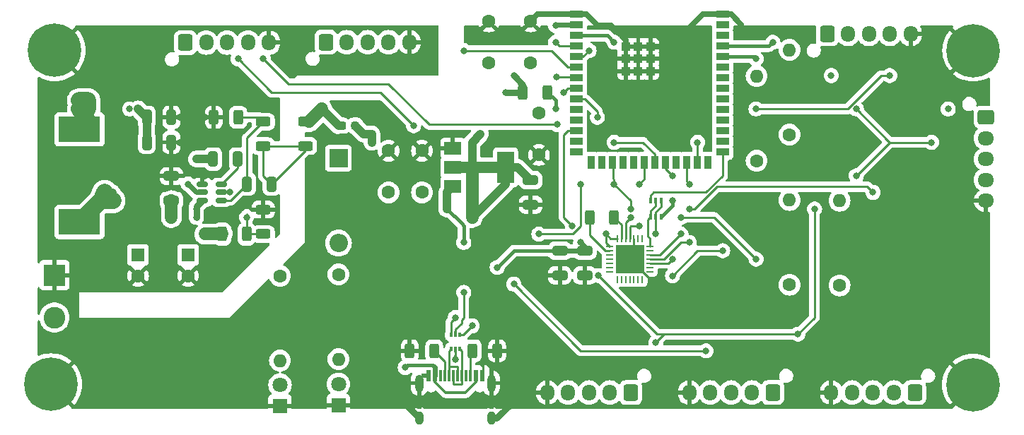
<source format=gbr>
%TF.GenerationSoftware,KiCad,Pcbnew,7.0.7*%
%TF.CreationDate,2024-02-08T23:22:06+01:00*%
%TF.ProjectId,balancing_robot,62616c61-6e63-4696-9e67-5f726f626f74,rev?*%
%TF.SameCoordinates,Original*%
%TF.FileFunction,Copper,L1,Top*%
%TF.FilePolarity,Positive*%
%FSLAX46Y46*%
G04 Gerber Fmt 4.6, Leading zero omitted, Abs format (unit mm)*
G04 Created by KiCad (PCBNEW 7.0.7) date 2024-02-08 23:22:06*
%MOMM*%
%LPD*%
G01*
G04 APERTURE LIST*
G04 Aperture macros list*
%AMRoundRect*
0 Rectangle with rounded corners*
0 $1 Rounding radius*
0 $2 $3 $4 $5 $6 $7 $8 $9 X,Y pos of 4 corners*
0 Add a 4 corners polygon primitive as box body*
4,1,4,$2,$3,$4,$5,$6,$7,$8,$9,$2,$3,0*
0 Add four circle primitives for the rounded corners*
1,1,$1+$1,$2,$3*
1,1,$1+$1,$4,$5*
1,1,$1+$1,$6,$7*
1,1,$1+$1,$8,$9*
0 Add four rect primitives between the rounded corners*
20,1,$1+$1,$2,$3,$4,$5,0*
20,1,$1+$1,$4,$5,$6,$7,0*
20,1,$1+$1,$6,$7,$8,$9,0*
20,1,$1+$1,$8,$9,$2,$3,0*%
G04 Aperture macros list end*
%TA.AperFunction,ComponentPad*%
%ADD10R,2.600000X2.600000*%
%TD*%
%TA.AperFunction,ComponentPad*%
%ADD11C,2.600000*%
%TD*%
%TA.AperFunction,SMDPad,CuDef*%
%ADD12R,0.400000X0.650000*%
%TD*%
%TA.AperFunction,SMDPad,CuDef*%
%ADD13RoundRect,0.250000X-0.650000X0.325000X-0.650000X-0.325000X0.650000X-0.325000X0.650000X0.325000X0*%
%TD*%
%TA.AperFunction,ComponentPad*%
%ADD14R,1.800000X1.800000*%
%TD*%
%TA.AperFunction,ComponentPad*%
%ADD15C,1.800000*%
%TD*%
%TA.AperFunction,ComponentPad*%
%ADD16C,1.600000*%
%TD*%
%TA.AperFunction,ComponentPad*%
%ADD17C,0.800000*%
%TD*%
%TA.AperFunction,ComponentPad*%
%ADD18C,6.400000*%
%TD*%
%TA.AperFunction,ComponentPad*%
%ADD19RoundRect,0.250000X0.600000X0.725000X-0.600000X0.725000X-0.600000X-0.725000X0.600000X-0.725000X0*%
%TD*%
%TA.AperFunction,ComponentPad*%
%ADD20O,1.700000X1.950000*%
%TD*%
%TA.AperFunction,SMDPad,CuDef*%
%ADD21RoundRect,0.250000X-0.312500X-0.625000X0.312500X-0.625000X0.312500X0.625000X-0.312500X0.625000X0*%
%TD*%
%TA.AperFunction,ComponentPad*%
%ADD22RoundRect,0.250000X-0.725000X0.600000X-0.725000X-0.600000X0.725000X-0.600000X0.725000X0.600000X0*%
%TD*%
%TA.AperFunction,ComponentPad*%
%ADD23O,1.950000X1.700000*%
%TD*%
%TA.AperFunction,ComponentPad*%
%ADD24R,2.200000X2.200000*%
%TD*%
%TA.AperFunction,ComponentPad*%
%ADD25O,2.200000X2.200000*%
%TD*%
%TA.AperFunction,SMDPad,CuDef*%
%ADD26R,0.600000X1.450000*%
%TD*%
%TA.AperFunction,SMDPad,CuDef*%
%ADD27R,0.300000X1.450000*%
%TD*%
%TA.AperFunction,ComponentPad*%
%ADD28O,1.000000X2.100000*%
%TD*%
%TA.AperFunction,ComponentPad*%
%ADD29O,1.000000X1.600000*%
%TD*%
%TA.AperFunction,ComponentPad*%
%ADD30RoundRect,0.250000X-0.600000X-0.725000X0.600000X-0.725000X0.600000X0.725000X-0.600000X0.725000X0*%
%TD*%
%TA.AperFunction,ComponentPad*%
%ADD31O,1.600000X1.600000*%
%TD*%
%TA.AperFunction,SMDPad,CuDef*%
%ADD32RoundRect,0.218750X-0.218750X-0.256250X0.218750X-0.256250X0.218750X0.256250X-0.218750X0.256250X0*%
%TD*%
%TA.AperFunction,SMDPad,CuDef*%
%ADD33RoundRect,0.250000X0.650000X-0.325000X0.650000X0.325000X-0.650000X0.325000X-0.650000X-0.325000X0*%
%TD*%
%TA.AperFunction,ComponentPad*%
%ADD34R,1.600000X1.600000*%
%TD*%
%TA.AperFunction,SMDPad,CuDef*%
%ADD35RoundRect,0.250000X-0.325000X-0.650000X0.325000X-0.650000X0.325000X0.650000X-0.325000X0.650000X0*%
%TD*%
%TA.AperFunction,SMDPad,CuDef*%
%ADD36RoundRect,0.250000X0.312500X0.625000X-0.312500X0.625000X-0.312500X-0.625000X0.312500X-0.625000X0*%
%TD*%
%TA.AperFunction,SMDPad,CuDef*%
%ADD37RoundRect,0.250000X0.625000X-0.312500X0.625000X0.312500X-0.625000X0.312500X-0.625000X-0.312500X0*%
%TD*%
%TA.AperFunction,SMDPad,CuDef*%
%ADD38RoundRect,0.250000X-0.625000X0.312500X-0.625000X-0.312500X0.625000X-0.312500X0.625000X0.312500X0*%
%TD*%
%TA.AperFunction,SMDPad,CuDef*%
%ADD39R,5.000000X3.100000*%
%TD*%
%TA.AperFunction,SMDPad,CuDef*%
%ADD40RoundRect,0.250000X0.325000X0.650000X-0.325000X0.650000X-0.325000X-0.650000X0.325000X-0.650000X0*%
%TD*%
%TA.AperFunction,SMDPad,CuDef*%
%ADD41R,1.500000X0.900000*%
%TD*%
%TA.AperFunction,SMDPad,CuDef*%
%ADD42R,0.900000X1.500000*%
%TD*%
%TA.AperFunction,SMDPad,CuDef*%
%ADD43R,1.000000X1.000000*%
%TD*%
%TA.AperFunction,SMDPad,CuDef*%
%ADD44R,2.000000X1.500000*%
%TD*%
%TA.AperFunction,SMDPad,CuDef*%
%ADD45R,2.000000X3.800000*%
%TD*%
%TA.AperFunction,SMDPad,CuDef*%
%ADD46R,0.375000X0.500000*%
%TD*%
%TA.AperFunction,SMDPad,CuDef*%
%ADD47R,0.300000X0.650000*%
%TD*%
%TA.AperFunction,SMDPad,CuDef*%
%ADD48RoundRect,0.062500X-0.062500X0.337500X-0.062500X-0.337500X0.062500X-0.337500X0.062500X0.337500X0*%
%TD*%
%TA.AperFunction,SMDPad,CuDef*%
%ADD49RoundRect,0.062500X-0.337500X0.062500X-0.337500X-0.062500X0.337500X-0.062500X0.337500X0.062500X0*%
%TD*%
%TA.AperFunction,SMDPad,CuDef*%
%ADD50R,3.350000X3.350000*%
%TD*%
%TA.AperFunction,SMDPad,CuDef*%
%ADD51RoundRect,0.150000X-0.512500X-0.150000X0.512500X-0.150000X0.512500X0.150000X-0.512500X0.150000X0*%
%TD*%
%TA.AperFunction,ViaPad*%
%ADD52C,0.800000*%
%TD*%
%TA.AperFunction,Conductor*%
%ADD53C,0.250000*%
%TD*%
%TA.AperFunction,Conductor*%
%ADD54C,0.600000*%
%TD*%
%TA.AperFunction,Conductor*%
%ADD55C,0.400000*%
%TD*%
%TA.AperFunction,Conductor*%
%ADD56C,1.000000*%
%TD*%
%TA.AperFunction,Conductor*%
%ADD57C,0.800000*%
%TD*%
%TA.AperFunction,Conductor*%
%ADD58C,0.700000*%
%TD*%
%TA.AperFunction,Conductor*%
%ADD59C,1.500000*%
%TD*%
%TA.AperFunction,Conductor*%
%ADD60C,1.350000*%
%TD*%
%TA.AperFunction,Conductor*%
%ADD61C,2.000000*%
%TD*%
%TA.AperFunction,Conductor*%
%ADD62C,0.300000*%
%TD*%
G04 APERTURE END LIST*
D10*
%TO.P,J1,1,Pin_1*%
%TO.N,GND*%
X98000000Y-99920000D03*
D11*
%TO.P,J1,2,Pin_2*%
%TO.N,+12VA*%
X98000000Y-105000000D03*
%TD*%
D12*
%TO.P,Q1,1,E1*%
%TO.N,/DTR*%
X169350000Y-92900000D03*
%TO.P,Q1,2,B1*%
%TO.N,/RTS*%
X170000000Y-92900000D03*
%TO.P,Q1,3,C2*%
%TO.N,/EN*%
X170650000Y-92900000D03*
%TO.P,Q1,4,E2*%
%TO.N,/RTS*%
X170650000Y-91000000D03*
%TO.P,Q1,5,B2*%
%TO.N,/DTR*%
X170000000Y-91000000D03*
%TO.P,Q1,6,C1*%
%TO.N,/IO0*%
X169350000Y-91000000D03*
%TD*%
D13*
%TO.P,C2,1*%
%TO.N,+5V*%
X158500000Y-97000000D03*
%TO.P,C2,2*%
%TO.N,GND*%
X158500000Y-99950000D03*
%TD*%
D14*
%TO.P,D3,1,K*%
%TO.N,GND*%
X132000000Y-115540000D03*
D15*
%TO.P,D3,2,A*%
%TO.N,Net-(D3-A)*%
X132000000Y-113000000D03*
%TD*%
D16*
%TO.P,C15,1*%
%TO.N,+3.3V*%
X155000000Y-74500000D03*
%TO.P,C15,2*%
%TO.N,GND*%
X155000000Y-69500000D03*
%TD*%
D17*
%TO.P,H3,1,1*%
%TO.N,GND*%
X95200000Y-113000000D03*
X95902944Y-111302944D03*
X95902944Y-114697056D03*
X97600000Y-110600000D03*
D18*
X97600000Y-113000000D03*
D17*
X97600000Y-115400000D03*
X99297056Y-111302944D03*
X99297056Y-114697056D03*
X100000000Y-113000000D03*
%TD*%
D19*
%TO.P,J5,1,Pin_1*%
%TO.N,+3.3V*%
X184000000Y-114000000D03*
D20*
%TO.P,J5,2,Pin_2*%
%TO.N,/SDA*%
X181500000Y-114000000D03*
%TO.P,J5,3,Pin_3*%
%TO.N,/SCL*%
X179000000Y-114000000D03*
%TO.P,J5,4,Pin_4*%
%TO.N,/RES_2*%
X176500000Y-114000000D03*
%TO.P,J5,5,Pin_5*%
%TO.N,GND*%
X174000000Y-114000000D03*
%TD*%
D19*
%TO.P,J3,1,Pin_1*%
%TO.N,+3.3V*%
X201000000Y-114000000D03*
D20*
%TO.P,J3,2,Pin_2*%
%TO.N,/SDA*%
X198500000Y-114000000D03*
%TO.P,J3,3,Pin_3*%
%TO.N,/SCL*%
X196000000Y-114000000D03*
%TO.P,J3,4,Pin_4*%
%TO.N,/RES_1*%
X193500000Y-114000000D03*
%TO.P,J3,5,Pin_5*%
%TO.N,GND*%
X191000000Y-114000000D03*
%TD*%
D21*
%TO.P,R2,1*%
%TO.N,Net-(J2-CC2)*%
X148075000Y-109000000D03*
%TO.P,R2,2*%
%TO.N,GND*%
X151000000Y-109000000D03*
%TD*%
D13*
%TO.P,C9,1*%
%TO.N,+5V*%
X161500000Y-97000000D03*
%TO.P,C9,2*%
%TO.N,GND*%
X161500000Y-99950000D03*
%TD*%
D22*
%TO.P,J4,1,Pin_1*%
%TO.N,+3.3V*%
X209525000Y-81000000D03*
D23*
%TO.P,J4,2,Pin_2*%
%TO.N,/SDA*%
X209525000Y-83500000D03*
%TO.P,J4,3,Pin_3*%
%TO.N,/SCL*%
X209525000Y-86000000D03*
%TO.P,J4,4,Pin_4*%
%TO.N,/MPU6050*%
X209525000Y-88500000D03*
%TO.P,J4,5,Pin_5*%
%TO.N,GND*%
X209525000Y-91000000D03*
%TD*%
D24*
%TO.P,D2,1,K*%
%TO.N,+5VP*%
X132000000Y-85920000D03*
D25*
%TO.P,D2,2,A*%
%TO.N,Net-(D2-A)*%
X132000000Y-96080000D03*
%TD*%
D26*
%TO.P,J2,A1,GND*%
%TO.N,GND*%
X142750000Y-111955000D03*
%TO.P,J2,A4,VBUS*%
%TO.N,Net-(D2-A)*%
X143550000Y-111955000D03*
D27*
%TO.P,J2,A5,CC1*%
%TO.N,Net-(J2-CC1)*%
X144750000Y-111955000D03*
%TO.P,J2,A6,D+*%
%TO.N,Net-(J2-D+-PadA6)*%
X145750000Y-111955000D03*
%TO.P,J2,A7,D-*%
%TO.N,Net-(J2-D--PadA7)*%
X146250000Y-111955000D03*
%TO.P,J2,A8,SBU1*%
%TO.N,unconnected-(J2-SBU1-PadA8)*%
X147250000Y-111955000D03*
D26*
%TO.P,J2,A9,VBUS*%
%TO.N,Net-(D2-A)*%
X148450000Y-111955000D03*
%TO.P,J2,A12,GND*%
%TO.N,GND*%
X149250000Y-111955000D03*
%TO.P,J2,B1,GND*%
X149250000Y-111955000D03*
%TO.P,J2,B4,VBUS*%
%TO.N,Net-(D2-A)*%
X148450000Y-111955000D03*
D27*
%TO.P,J2,B5,CC2*%
%TO.N,Net-(J2-CC2)*%
X147750000Y-111955000D03*
%TO.P,J2,B6,D+*%
%TO.N,Net-(J2-D+-PadA6)*%
X146750000Y-111955000D03*
%TO.P,J2,B7,D-*%
%TO.N,Net-(J2-D--PadA7)*%
X145250000Y-111955000D03*
%TO.P,J2,B8,SBU2*%
%TO.N,unconnected-(J2-SBU2-PadB8)*%
X144250000Y-111955000D03*
D26*
%TO.P,J2,B9,VBUS*%
%TO.N,Net-(D2-A)*%
X143550000Y-111955000D03*
%TO.P,J2,B12,GND*%
%TO.N,GND*%
X142750000Y-111955000D03*
D28*
%TO.P,J2,S1,SHIELD*%
X141680000Y-112870000D03*
D29*
X141680000Y-117050000D03*
D28*
X150320000Y-112870000D03*
D29*
X150320000Y-117050000D03*
%TD*%
D30*
%TO.P,J8,1,Pin_1*%
%TO.N,+12VA*%
X130500000Y-72000000D03*
D20*
%TO.P,J8,2,Pin_2*%
%TO.N,/PWM_A*%
X133000000Y-72000000D03*
%TO.P,J8,3,Pin_3*%
%TO.N,/A1*%
X135500000Y-72000000D03*
%TO.P,J8,4,Pin_4*%
%TO.N,/A2*%
X138000000Y-72000000D03*
%TO.P,J8,5,Pin_5*%
%TO.N,GND*%
X140500000Y-72000000D03*
%TD*%
D17*
%TO.P,H1,1,1*%
%TO.N,GND*%
X205600000Y-73000000D03*
X206302944Y-71302944D03*
X206302944Y-74697056D03*
X208000000Y-70600000D03*
D18*
X208000000Y-73000000D03*
D17*
X208000000Y-75400000D03*
X209697056Y-71302944D03*
X209697056Y-74697056D03*
X210400000Y-73000000D03*
%TD*%
D16*
%TO.P,C13,1*%
%TO.N,/EN*%
X156000000Y-80500000D03*
%TO.P,C13,2*%
%TO.N,GND*%
X156000000Y-85500000D03*
%TD*%
D14*
%TO.P,D1,1,K*%
%TO.N,GND*%
X125000000Y-115620000D03*
D15*
%TO.P,D1,2,A*%
%TO.N,Net-(D1-A)*%
X125000000Y-113080000D03*
%TD*%
D16*
%TO.P,R9,1*%
%TO.N,Net-(U4-TXD)*%
X182063090Y-86213588D03*
D31*
%TO.P,R9,2*%
%TO.N,/RXD*%
X182063090Y-76053588D03*
%TD*%
D32*
%TO.P,FB1,1*%
%TO.N,+5VP*%
X132425000Y-82000000D03*
%TO.P,FB1,2*%
%TO.N,+5V*%
X134000000Y-82000000D03*
%TD*%
D17*
%TO.P,H2,1,1*%
%TO.N,GND*%
X95617235Y-72965203D03*
X96320179Y-71268147D03*
X96320179Y-74662259D03*
X98017235Y-70565203D03*
D18*
X98017235Y-72965203D03*
D17*
X98017235Y-75365203D03*
X99714291Y-71268147D03*
X99714291Y-74662259D03*
X100417235Y-72965203D03*
%TD*%
D33*
%TO.P,C4,1*%
%TO.N,+12VA*%
X112000000Y-91000000D03*
%TO.P,C4,2*%
%TO.N,GND*%
X112000000Y-88050000D03*
%TD*%
D19*
%TO.P,J7,1,Pin_1*%
%TO.N,+3.3V*%
X167000000Y-114000000D03*
D20*
%TO.P,J7,2,Pin_2*%
%TO.N,/SDA*%
X164500000Y-114000000D03*
%TO.P,J7,3,Pin_3*%
%TO.N,/SCL*%
X162000000Y-114000000D03*
%TO.P,J7,4,Pin_4*%
%TO.N,/RES_3*%
X159500000Y-114000000D03*
%TO.P,J7,5,Pin_5*%
%TO.N,GND*%
X157000000Y-114000000D03*
%TD*%
D13*
%TO.P,C5,1*%
%TO.N,+3.3V*%
X155000000Y-88525000D03*
%TO.P,C5,2*%
%TO.N,GND*%
X155000000Y-91475000D03*
%TD*%
D21*
%TO.P,R15,1*%
%TO.N,+3.3V*%
X154075000Y-78000000D03*
%TO.P,R15,2*%
%TO.N,/EN*%
X157000000Y-78000000D03*
%TD*%
D16*
%TO.P,R10,1*%
%TO.N,Net-(U4-RXD)*%
X186000000Y-83080000D03*
D31*
%TO.P,R10,2*%
%TO.N,/TXD*%
X186000000Y-72920000D03*
%TD*%
D34*
%TO.P,C3,1*%
%TO.N,+12VA*%
X108000000Y-97500000D03*
D16*
%TO.P,C3,2*%
%TO.N,GND*%
X108000000Y-100000000D03*
%TD*%
%TO.P,C6,1*%
%TO.N,+5V*%
X142000000Y-90000000D03*
%TO.P,C6,2*%
%TO.N,GND*%
X142000000Y-85000000D03*
%TD*%
D35*
%TO.P,C10,1*%
%TO.N,+5VP*%
X109050000Y-84000000D03*
%TO.P,C10,2*%
%TO.N,GND*%
X112000000Y-84000000D03*
%TD*%
D16*
%TO.P,C7,1*%
%TO.N,+5V*%
X138000000Y-90000000D03*
%TO.P,C7,2*%
%TO.N,GND*%
X138000000Y-85000000D03*
%TD*%
D36*
%TO.P,R13,1*%
%TO.N,Net-(U3-FB)*%
X120000000Y-81000000D03*
%TO.P,R13,2*%
%TO.N,GND*%
X117075000Y-81000000D03*
%TD*%
D16*
%TO.P,R14,1*%
%TO.N,+3.3V*%
X186000000Y-101080000D03*
D31*
%TO.P,R14,2*%
%TO.N,/SCL*%
X186000000Y-90920000D03*
%TD*%
D37*
%TO.P,R5,1*%
%TO.N,Net-(U3-EN)*%
X123000000Y-95000000D03*
%TO.P,R5,2*%
%TO.N,GND*%
X123000000Y-92075000D03*
%TD*%
D30*
%TO.P,J6,1,Pin_1*%
%TO.N,+3.3V*%
X190500000Y-71000000D03*
D20*
%TO.P,J6,2,Pin_2*%
%TO.N,/SDA*%
X193000000Y-71000000D03*
%TO.P,J6,3,Pin_3*%
%TO.N,/SCL*%
X195500000Y-71000000D03*
%TO.P,J6,4,Pin_4*%
%TO.N,/VL53L0X*%
X198000000Y-71000000D03*
%TO.P,J6,5,Pin_5*%
%TO.N,GND*%
X200500000Y-71000000D03*
%TD*%
D16*
%TO.P,C14,1*%
%TO.N,+3.3V*%
X150000000Y-74500000D03*
%TO.P,C14,2*%
%TO.N,GND*%
X150000000Y-69500000D03*
%TD*%
D38*
%TO.P,R11,1*%
%TO.N,+5VP*%
X128063184Y-81519092D03*
%TO.P,R11,2*%
%TO.N,Net-(C12-Pad1)*%
X128063184Y-84444092D03*
%TD*%
D39*
%TO.P,L1,1,1*%
%TO.N,Net-(U3-SW)*%
X101000000Y-93550000D03*
%TO.P,L1,2,2*%
%TO.N,+5VP*%
X101000000Y-82450000D03*
%TD*%
D35*
%TO.P,C11,1*%
%TO.N,+5VP*%
X109050000Y-81000000D03*
%TO.P,C11,2*%
%TO.N,GND*%
X112000000Y-81000000D03*
%TD*%
D36*
%TO.P,R3,1*%
%TO.N,Net-(J2-CC1)*%
X143462500Y-109000000D03*
%TO.P,R3,2*%
%TO.N,GND*%
X140537500Y-109000000D03*
%TD*%
D40*
%TO.P,C12,1*%
%TO.N,Net-(C12-Pad1)*%
X124000000Y-89000000D03*
%TO.P,C12,2*%
%TO.N,Net-(U3-FB)*%
X121050000Y-89000000D03*
%TD*%
D16*
%TO.P,R1,1*%
%TO.N,+5V*%
X125000000Y-100000000D03*
D31*
%TO.P,R1,2*%
%TO.N,Net-(D1-A)*%
X125000000Y-110160000D03*
%TD*%
D37*
%TO.P,R12,1*%
%TO.N,Net-(C12-Pad1)*%
X123000000Y-84462500D03*
%TO.P,R12,2*%
%TO.N,Net-(U3-FB)*%
X123000000Y-81537500D03*
%TD*%
D16*
%TO.P,R6,1*%
%TO.N,+3.3V*%
X132000000Y-99840000D03*
D31*
%TO.P,R6,2*%
%TO.N,Net-(D3-A)*%
X132000000Y-110000000D03*
%TD*%
D41*
%TO.P,U5,1,GND*%
%TO.N,GND*%
X160500000Y-68650000D03*
%TO.P,U5,2,3V3*%
%TO.N,+3.3V*%
X160500000Y-69920000D03*
%TO.P,U5,3,EN*%
%TO.N,/EN*%
X160500000Y-71190000D03*
%TO.P,U5,4,GPIO4/TOUCH4/ADC1_CH3*%
%TO.N,/PWM_A*%
X160500000Y-72460000D03*
%TO.P,U5,5,GPIO5/TOUCH5/ADC1_CH4*%
%TO.N,/A1*%
X160500000Y-73730000D03*
%TO.P,U5,6,GPIO6/TOUCH6/ADC1_CH5*%
%TO.N,/A2*%
X160500000Y-75000000D03*
%TO.P,U5,7,GPIO7/TOUCH7/ADC1_CH6*%
%TO.N,/PWM_B*%
X160500000Y-76270000D03*
%TO.P,U5,8,GPIO15/U0RTS/ADC2_CH4/XTAL_32K_P*%
%TO.N,/B1*%
X160500000Y-77540000D03*
%TO.P,U5,9,GPIO16/U0CTS/ADC2_CH5/XTAL_32K_N*%
%TO.N,/B2*%
X160500000Y-78810000D03*
%TO.P,U5,10,GPIO17/U1TXD/ADC2_CH6*%
%TO.N,unconnected-(U5-GPIO17{slash}U1TXD{slash}ADC2_CH6-Pad10)*%
X160500000Y-80080000D03*
%TO.P,U5,11,GPIO18/U1RXD/ADC2_CH7/CLK_OUT3*%
%TO.N,unconnected-(U5-GPIO18{slash}U1RXD{slash}ADC2_CH7{slash}CLK_OUT3-Pad11)*%
X160500000Y-81350000D03*
%TO.P,U5,12,GPIO8/TOUCH8/ADC1_CH7/SUBSPICS1*%
%TO.N,/SDA*%
X160500000Y-82620000D03*
%TO.P,U5,13,GPIO19/U1RTS/ADC2_CH8/CLK_OUT2/USB_D-*%
%TO.N,unconnected-(U5-GPIO19{slash}U1RTS{slash}ADC2_CH8{slash}CLK_OUT2{slash}USB_D--Pad13)*%
X160500000Y-83890000D03*
%TO.P,U5,14,GPIO20/U1CTS/ADC2_CH9/CLK_OUT1/USB_D+*%
%TO.N,unconnected-(U5-GPIO20{slash}U1CTS{slash}ADC2_CH9{slash}CLK_OUT1{slash}USB_D+-Pad14)*%
X160500000Y-85160000D03*
D42*
%TO.P,U5,15,GPIO3/TOUCH3/ADC1_CH2*%
%TO.N,unconnected-(U5-GPIO3{slash}TOUCH3{slash}ADC1_CH2-Pad15)*%
X162265000Y-86410000D03*
%TO.P,U5,16,GPIO46*%
%TO.N,unconnected-(U5-GPIO46-Pad16)*%
X163535000Y-86410000D03*
%TO.P,U5,17,GPIO9/TOUCH9/ADC1_CH8/FSPIHD/SUBSPIHD*%
%TO.N,/SCL*%
X164805000Y-86410000D03*
%TO.P,U5,18,GPIO10/TOUCH10/ADC1_CH9/FSPICS0/FSPIIO4/SUBSPICS0*%
%TO.N,unconnected-(U5-GPIO10{slash}TOUCH10{slash}ADC1_CH9{slash}FSPICS0{slash}FSPIIO4{slash}SUBSPICS0-Pad18)*%
X166075000Y-86410000D03*
%TO.P,U5,19,GPIO11/TOUCH11/ADC2_CH0/FSPID/FSPIIO5/SUBSPID*%
%TO.N,unconnected-(U5-GPIO11{slash}TOUCH11{slash}ADC2_CH0{slash}FSPID{slash}FSPIIO5{slash}SUBSPID-Pad19)*%
X167345000Y-86410000D03*
%TO.P,U5,20,GPIO12/TOUCH12/ADC2_CH1/FSPICLK/FSPIIO6/SUBSPICLK*%
%TO.N,/RES_1*%
X168615000Y-86410000D03*
%TO.P,U5,21,GPIO13/TOUCH13/ADC2_CH2/FSPIQ/FSPIIO7/SUBSPIQ*%
%TO.N,/RES_2*%
X169885000Y-86410000D03*
%TO.P,U5,22,GPIO14/TOUCH14/ADC2_CH3/FSPIWP/FSPIDQS/SUBSPIWP*%
%TO.N,/RES_3*%
X171155000Y-86410000D03*
%TO.P,U5,23,GPIO21*%
%TO.N,unconnected-(U5-GPIO21-Pad23)*%
X172425000Y-86410000D03*
%TO.P,U5,24,GPIO47/SPICLK_P/SUBSPICLK_P_DIFF*%
%TO.N,/MPU6050*%
X173695000Y-86410000D03*
%TO.P,U5,25,GPIO48/SPICLK_N/SUBSPICLK_N_DIFF*%
%TO.N,/VL53L0X*%
X174965000Y-86410000D03*
%TO.P,U5,26,GPIO45*%
%TO.N,unconnected-(U5-GPIO45-Pad26)*%
X176235000Y-86410000D03*
D41*
%TO.P,U5,27,GPIO0/BOOT*%
%TO.N,/IO0*%
X178000000Y-85160000D03*
%TO.P,U5,28,NC*%
%TO.N,unconnected-(U5-NC-Pad28)*%
X178000000Y-83890000D03*
%TO.P,U5,29,NC*%
%TO.N,unconnected-(U5-NC-Pad29)*%
X178000000Y-82620000D03*
%TO.P,U5,30,NC*%
%TO.N,unconnected-(U5-NC-Pad30)*%
X178000000Y-81350000D03*
%TO.P,U5,31,GPIO38/FSPIWP/SUBSPIWP*%
%TO.N,unconnected-(U5-GPIO38{slash}FSPIWP{slash}SUBSPIWP-Pad31)*%
X178000000Y-80080000D03*
%TO.P,U5,32,MTCK/GPIO39/CLK_OUT3/SUBSPICS1*%
%TO.N,unconnected-(U5-MTCK{slash}GPIO39{slash}CLK_OUT3{slash}SUBSPICS1-Pad32)*%
X178000000Y-78810000D03*
%TO.P,U5,33,MTDO/GPIO40/CLK_OUT2*%
%TO.N,unconnected-(U5-MTDO{slash}GPIO40{slash}CLK_OUT2-Pad33)*%
X178000000Y-77540000D03*
%TO.P,U5,34,MTDI/GPIO41/CLK_OUT1*%
%TO.N,unconnected-(U5-MTDI{slash}GPIO41{slash}CLK_OUT1-Pad34)*%
X178000000Y-76270000D03*
%TO.P,U5,35,MTMS/GPIO42*%
%TO.N,unconnected-(U5-MTMS{slash}GPIO42-Pad35)*%
X178000000Y-75000000D03*
%TO.P,U5,36,U0RXD/GPIO44/CLK_OUT2*%
%TO.N,/RXD*%
X178000000Y-73730000D03*
%TO.P,U5,37,U0TXD/GPIO43/CLK_OUT1*%
%TO.N,/TXD*%
X178000000Y-72460000D03*
%TO.P,U5,38,GPIO2/TOUCH2/ADC1_CH1*%
%TO.N,unconnected-(U5-GPIO2{slash}TOUCH2{slash}ADC1_CH1-Pad38)*%
X178000000Y-71190000D03*
%TO.P,U5,39,GPIO1/TOUCH1/ADC1_CH0*%
%TO.N,unconnected-(U5-GPIO1{slash}TOUCH1{slash}ADC1_CH0-Pad39)*%
X178000000Y-69920000D03*
%TO.P,U5,40,GND*%
%TO.N,GND*%
X178000000Y-68650000D03*
D43*
%TO.P,U5,41,GND*%
X166390000Y-72500000D03*
X166390000Y-74000000D03*
X166390000Y-74000000D03*
X166390000Y-75500000D03*
X167890000Y-72500000D03*
X167890000Y-72500000D03*
X167890000Y-74000000D03*
X167890000Y-75500000D03*
X169390000Y-72500000D03*
X169390000Y-74000000D03*
X169390000Y-75500000D03*
%TD*%
D44*
%TO.P,U1,1,GND*%
%TO.N,GND*%
X145700000Y-84700000D03*
%TO.P,U1,2,VO*%
%TO.N,+3.3V*%
X145700000Y-87000000D03*
D45*
X152000000Y-87000000D03*
D44*
%TO.P,U1,3,VI*%
%TO.N,+5V*%
X145700000Y-89300000D03*
%TD*%
D46*
%TO.P,U2,1,I/O1*%
%TO.N,Net-(U4-D+)*%
X146537500Y-107075000D03*
D47*
%TO.P,U2,2,GND*%
%TO.N,+5V*%
X146000000Y-107000000D03*
D46*
%TO.P,U2,3,I/O2*%
%TO.N,Net-(U4-D-)*%
X145462500Y-107075000D03*
%TO.P,U2,4,I/O2*%
%TO.N,Net-(J2-D--PadA7)*%
X145462500Y-108775000D03*
D47*
%TO.P,U2,5,VBUS*%
%TO.N,GND*%
X146000000Y-108850000D03*
D46*
%TO.P,U2,6,I/O1*%
%TO.N,Net-(J2-D+-PadA6)*%
X146537500Y-108775000D03*
%TD*%
D16*
%TO.P,R7,1*%
%TO.N,+3.3V*%
X192000000Y-101160000D03*
D31*
%TO.P,R7,2*%
%TO.N,/SDA*%
X192000000Y-91000000D03*
%TD*%
D48*
%TO.P,U4,1,~{DCD}*%
%TO.N,unconnected-(U4-~{DCD}-Pad1)*%
X168380000Y-95550000D03*
%TO.P,U4,2,~{RI}/CLK*%
%TO.N,unconnected-(U4-~{RI}{slash}CLK-Pad2)*%
X167880000Y-95550000D03*
%TO.P,U4,3,GND*%
%TO.N,GND*%
X167380000Y-95550000D03*
%TO.P,U4,4,D+*%
%TO.N,Net-(U4-D+)*%
X166880000Y-95550000D03*
%TO.P,U4,5,D-*%
%TO.N,Net-(U4-D-)*%
X166380000Y-95550000D03*
%TO.P,U4,6,VDD*%
%TO.N,+3.3VA*%
X165880000Y-95550000D03*
%TO.P,U4,7,VREGIN*%
%TO.N,+5V*%
X165380000Y-95550000D03*
D49*
%TO.P,U4,8,VBUS*%
X164430000Y-96500000D03*
%TO.P,U4,9,~{RST}*%
%TO.N,Net-(U4-~{RST})*%
X164430000Y-97000000D03*
%TO.P,U4,10,NC*%
%TO.N,unconnected-(U4-NC-Pad10)*%
X164430000Y-97500000D03*
%TO.P,U4,11,~{SUSPEND}*%
%TO.N,unconnected-(U4-~{SUSPEND}-Pad11)*%
X164430000Y-98000000D03*
%TO.P,U4,12,SUSPEND*%
%TO.N,unconnected-(U4-SUSPEND-Pad12)*%
X164430000Y-98500000D03*
%TO.P,U4,13,CHREN*%
%TO.N,unconnected-(U4-CHREN-Pad13)*%
X164430000Y-99000000D03*
%TO.P,U4,14,CHR1*%
%TO.N,unconnected-(U4-CHR1-Pad14)*%
X164430000Y-99500000D03*
D48*
%TO.P,U4,15,CHR0*%
%TO.N,unconnected-(U4-CHR0-Pad15)*%
X165380000Y-100450000D03*
%TO.P,U4,16,~{WAKEUP}/GPIO.3*%
%TO.N,unconnected-(U4-~{WAKEUP}{slash}GPIO.3-Pad16)*%
X165880000Y-100450000D03*
%TO.P,U4,17,RS485/GPIO.2*%
%TO.N,unconnected-(U4-RS485{slash}GPIO.2-Pad17)*%
X166380000Y-100450000D03*
%TO.P,U4,18,~{RXT}/GPIO.1*%
%TO.N,unconnected-(U4-~{RXT}{slash}GPIO.1-Pad18)*%
X166880000Y-100450000D03*
%TO.P,U4,19,~{TXT}/GPIO.0*%
%TO.N,unconnected-(U4-~{TXT}{slash}GPIO.0-Pad19)*%
X167380000Y-100450000D03*
%TO.P,U4,20,GPIO.6*%
%TO.N,unconnected-(U4-GPIO.6-Pad20)*%
X167880000Y-100450000D03*
%TO.P,U4,21,GPIO.5*%
%TO.N,unconnected-(U4-GPIO.5-Pad21)*%
X168380000Y-100450000D03*
D49*
%TO.P,U4,22,GPIO.4*%
%TO.N,unconnected-(U4-GPIO.4-Pad22)*%
X169330000Y-99500000D03*
%TO.P,U4,23,~{CTS}*%
%TO.N,unconnected-(U4-~{CTS}-Pad23)*%
X169330000Y-99000000D03*
%TO.P,U4,24,~{RTS}*%
%TO.N,/RTS*%
X169330000Y-98500000D03*
%TO.P,U4,25,RXD*%
%TO.N,Net-(U4-RXD)*%
X169330000Y-98000000D03*
%TO.P,U4,26,TXD*%
%TO.N,Net-(U4-TXD)*%
X169330000Y-97500000D03*
%TO.P,U4,27,~{DSR}*%
%TO.N,unconnected-(U4-~{DSR}-Pad27)*%
X169330000Y-97000000D03*
%TO.P,U4,28,~{DTR}*%
%TO.N,/DTR*%
X169330000Y-96500000D03*
D50*
%TO.P,U4,29,GND*%
%TO.N,GND*%
X166880000Y-98000000D03*
%TD*%
D40*
%TO.P,C8,1*%
%TO.N,Net-(U3-BOOT)*%
X119950000Y-86000000D03*
%TO.P,C8,2*%
%TO.N,Net-(U3-SW)*%
X117000000Y-86000000D03*
%TD*%
D36*
%TO.P,R8,1*%
%TO.N,+3.3VA*%
X165000000Y-93000000D03*
%TO.P,R8,2*%
%TO.N,Net-(U4-~{RST})*%
X162075000Y-93000000D03*
%TD*%
D51*
%TO.P,U3,1,GND*%
%TO.N,GND*%
X115725000Y-89050000D03*
%TO.P,U3,2,SW*%
%TO.N,Net-(U3-SW)*%
X115725000Y-90000000D03*
%TO.P,U3,3,VIN*%
%TO.N,+12VA*%
X115725000Y-90950000D03*
%TO.P,U3,4,FB*%
%TO.N,Net-(U3-FB)*%
X118000000Y-90950000D03*
%TO.P,U3,5,EN*%
%TO.N,Net-(U3-EN)*%
X118000000Y-90000000D03*
%TO.P,U3,6,BOOT*%
%TO.N,Net-(U3-BOOT)*%
X118000000Y-89050000D03*
%TD*%
D17*
%TO.P,H4,1,1*%
%TO.N,GND*%
X205582076Y-113056981D03*
X206285020Y-111359925D03*
X206285020Y-114754037D03*
X207982076Y-110656981D03*
D18*
X207982076Y-113056981D03*
D17*
X207982076Y-115456981D03*
X209679132Y-111359925D03*
X209679132Y-114754037D03*
X210382076Y-113056981D03*
%TD*%
D30*
%TO.P,J9,1,Pin_1*%
%TO.N,+12VA*%
X113673618Y-72037026D03*
D20*
%TO.P,J9,2,Pin_2*%
%TO.N,/PWM_B*%
X116173618Y-72037026D03*
%TO.P,J9,3,Pin_3*%
%TO.N,/B1*%
X118673618Y-72037026D03*
%TO.P,J9,4,Pin_4*%
%TO.N,/B2*%
X121173618Y-72037026D03*
%TO.P,J9,5,Pin_5*%
%TO.N,GND*%
X123673618Y-72037026D03*
%TD*%
D34*
%TO.P,C1,1*%
%TO.N,+12VA*%
X114000000Y-97500000D03*
D16*
%TO.P,C1,2*%
%TO.N,GND*%
X114000000Y-100000000D03*
%TD*%
D21*
%TO.P,R4,1*%
%TO.N,+12VA*%
X118075000Y-95000000D03*
%TO.P,R4,2*%
%TO.N,Net-(U3-EN)*%
X121000000Y-95000000D03*
%TD*%
D52*
%TO.N,+5V*%
X136000000Y-83000000D03*
X147000000Y-102000000D03*
X145000000Y-92000000D03*
X147000000Y-96000000D03*
X164000000Y-95000000D03*
X151000000Y-99000000D03*
X136000000Y-84000000D03*
X161000000Y-96000000D03*
%TO.N,GND*%
X125000000Y-74000000D03*
X175000000Y-71000000D03*
X166000000Y-71000000D03*
X116000000Y-81000000D03*
X114000000Y-81000000D03*
X115000000Y-81000000D03*
X101000000Y-106000000D03*
X139000000Y-74000000D03*
X146000000Y-110000000D03*
X102000000Y-98000000D03*
X114000000Y-84000000D03*
X101000000Y-99000000D03*
X102000000Y-107000000D03*
X113000000Y-81000000D03*
X113000000Y-84000000D03*
X116000000Y-88000000D03*
X139000000Y-115000000D03*
X153000000Y-115000000D03*
%TO.N,+12VA*%
X112000000Y-93000000D03*
X115000000Y-93000000D03*
X115000000Y-92000000D03*
X112000000Y-92000000D03*
X117000000Y-95000000D03*
X116000000Y-95000000D03*
%TO.N,+3.3V*%
X158000000Y-70000000D03*
X153000000Y-76000000D03*
X148000000Y-93000000D03*
X152000000Y-78000000D03*
X149000000Y-83000000D03*
X205000000Y-80000000D03*
X191000000Y-76000000D03*
%TO.N,Net-(U3-SW)*%
X114000000Y-89000000D03*
X115000000Y-86000000D03*
X105000000Y-90000000D03*
X105000000Y-91000000D03*
X104000000Y-90000000D03*
X104000000Y-91000000D03*
%TO.N,+5VP*%
X108000000Y-80000000D03*
X102000000Y-79000000D03*
X131000000Y-81000000D03*
X102000000Y-80000000D03*
X130000000Y-80000000D03*
X101000000Y-79000000D03*
X107000000Y-80000000D03*
X101000000Y-80000000D03*
%TO.N,/EN*%
X158000000Y-80000000D03*
X165000000Y-72000000D03*
X172000000Y-91000000D03*
%TO.N,Net-(D2-A)*%
X140000000Y-111000000D03*
%TO.N,/SDA*%
X160000000Y-94000000D03*
X194000000Y-80000000D03*
X203000000Y-84000000D03*
X194000000Y-88000000D03*
X170000000Y-108000000D03*
X163131955Y-99972836D03*
X189000000Y-92000000D03*
X187000000Y-107000000D03*
%TO.N,/SCL*%
X165000000Y-89000000D03*
X167000000Y-92000000D03*
%TO.N,/PWM_A*%
X158000000Y-72000000D03*
%TO.N,/A1*%
X162000000Y-73000000D03*
%TO.N,/A2*%
X147000000Y-73000000D03*
%TO.N,/PWM_B*%
X158097024Y-76126777D03*
%TO.N,/B1*%
X141000000Y-82000000D03*
X159000000Y-78000000D03*
X120000000Y-74000000D03*
%TO.N,/B2*%
X123000000Y-74000000D03*
X163000000Y-81000000D03*
X158226391Y-81878400D03*
%TO.N,/RTS*%
X170000000Y-95000000D03*
X172000000Y-98000000D03*
%TO.N,Net-(U3-EN)*%
X119000000Y-90000000D03*
X121000000Y-93000000D03*
%TO.N,Net-(U4-TXD)*%
X173000000Y-95000000D03*
%TO.N,/RXD*%
X182000000Y-74000000D03*
%TO.N,Net-(U4-RXD)*%
X174000000Y-96000000D03*
%TO.N,/TXD*%
X184000000Y-72000000D03*
%TO.N,Net-(U4-D-)*%
X146000000Y-105000000D03*
X167000000Y-93000000D03*
%TO.N,Net-(U4-D+)*%
X168000000Y-94000000D03*
X148000000Y-106000000D03*
%TO.N,/RES_1*%
X182000000Y-98000000D03*
X173000000Y-93000000D03*
X168000000Y-89000000D03*
%TO.N,/MPU6050*%
X174000000Y-92000000D03*
X196000000Y-90000000D03*
X174000000Y-89000000D03*
%TO.N,/RES_2*%
X161000000Y-89000000D03*
X156000000Y-95000000D03*
X165000000Y-84000000D03*
X153000000Y-101000000D03*
X176000000Y-109000000D03*
%TO.N,/VL53L0X*%
X198000000Y-76000000D03*
X182000000Y-80000000D03*
X175000000Y-84000000D03*
%TO.N,/RES_3*%
X178000000Y-97000000D03*
X172000000Y-88000000D03*
X172000000Y-100000000D03*
%TD*%
D53*
%TO.N,+5V*%
X164550000Y-95550000D02*
X164000000Y-95000000D01*
X146725000Y-105275000D02*
X147000000Y-105000000D01*
X146000000Y-106425000D02*
X146725000Y-105700000D01*
X164430000Y-96500000D02*
X164000000Y-96070000D01*
X165380000Y-95550000D02*
X164550000Y-95550000D01*
D54*
X158500000Y-97000000D02*
X161500000Y-97000000D01*
D55*
X146725000Y-93725000D02*
X145000000Y-92000000D01*
X147000000Y-95000000D02*
X147000000Y-96000000D01*
X153000000Y-97000000D02*
X158500000Y-97000000D01*
D56*
X145000000Y-90000000D02*
X145700000Y-89300000D01*
X135000000Y-83000000D02*
X134000000Y-82000000D01*
D55*
X146725000Y-93725000D02*
X147000000Y-94000000D01*
D54*
X161500000Y-96500000D02*
X161000000Y-96000000D01*
D56*
X136000000Y-83000000D02*
X135000000Y-83000000D01*
D53*
X147000000Y-105000000D02*
X147000000Y-102000000D01*
D55*
X151000000Y-99000000D02*
X153000000Y-97000000D01*
X147000000Y-94000000D02*
X147000000Y-95000000D01*
D53*
X146000000Y-107000000D02*
X146000000Y-106425000D01*
X164000000Y-96070000D02*
X164000000Y-95000000D01*
D56*
X145000000Y-92000000D02*
X145000000Y-90000000D01*
D53*
X146725000Y-105700000D02*
X146725000Y-105275000D01*
D54*
X161500000Y-97000000D02*
X161500000Y-96500000D01*
D56*
X136000000Y-84000000D02*
X136000000Y-83000000D01*
D57*
%TO.N,GND*%
X139630000Y-115000000D02*
X139000000Y-115000000D01*
D58*
X173500000Y-72500000D02*
X169390000Y-72500000D01*
D53*
X167380000Y-97500000D02*
X166880000Y-98000000D01*
D58*
X179000000Y-68650000D02*
X180250000Y-69900000D01*
D53*
X140537500Y-109000000D02*
X140537500Y-106462500D01*
X166880000Y-98000000D02*
X171130000Y-102250000D01*
D58*
X155850000Y-68650000D02*
X155000000Y-69500000D01*
X166390000Y-71750000D02*
X166390000Y-72500000D01*
X177350000Y-68650000D02*
X175600000Y-68650000D01*
X160500000Y-68650000D02*
X161650000Y-68650000D01*
X174000000Y-70250000D02*
X174750000Y-71000000D01*
D53*
X146000000Y-108850000D02*
X146000000Y-110000000D01*
X178000000Y-68650000D02*
X177350000Y-68650000D01*
D57*
X141680000Y-117050000D02*
X139630000Y-115000000D01*
D58*
X163000000Y-70000000D02*
X164640000Y-70000000D01*
D57*
X150320000Y-117050000D02*
X150950000Y-117050000D01*
D58*
X175000000Y-71000000D02*
X173500000Y-72500000D01*
D57*
X150950000Y-117050000D02*
X153000000Y-115000000D01*
D58*
X161650000Y-68650000D02*
X163000000Y-70000000D01*
X175600000Y-68650000D02*
X174000000Y-70250000D01*
D53*
X171130000Y-102250000D02*
X173750000Y-102250000D01*
D58*
X166000000Y-71360000D02*
X166390000Y-71750000D01*
X164640000Y-70000000D02*
X165640000Y-71000000D01*
D53*
X140537500Y-106462500D02*
X141125000Y-105875000D01*
D58*
X166000000Y-71000000D02*
X166000000Y-71360000D01*
X178000000Y-68650000D02*
X179000000Y-68650000D01*
D53*
X167380000Y-95550000D02*
X167380000Y-97500000D01*
D58*
X160500000Y-68650000D02*
X155850000Y-68650000D01*
X180250000Y-69900000D02*
X180250000Y-70750000D01*
X165640000Y-71000000D02*
X166000000Y-71000000D01*
X174750000Y-71000000D02*
X175000000Y-71000000D01*
D59*
%TO.N,+12VA*%
X118075000Y-95000000D02*
X117000000Y-95000000D01*
D57*
X115725000Y-90950000D02*
X115000000Y-91675000D01*
X115000000Y-93000000D02*
X115000000Y-92000000D01*
D59*
X117000000Y-95000000D02*
X116000000Y-95000000D01*
X112000000Y-92000000D02*
X112000000Y-93000000D01*
D57*
X115000000Y-91675000D02*
X115000000Y-92000000D01*
D59*
X112000000Y-91000000D02*
X112000000Y-92000000D01*
D60*
%TO.N,+3.3V*%
X145700000Y-87000000D02*
X148000000Y-87000000D01*
D56*
X152000000Y-87000000D02*
X152000000Y-89000000D01*
D57*
X154075000Y-78000000D02*
X152000000Y-78000000D01*
D56*
X155000000Y-88525000D02*
X153475000Y-87000000D01*
X148000000Y-84000000D02*
X149000000Y-83000000D01*
D60*
X148000000Y-87000000D02*
X152000000Y-87000000D01*
D56*
X148000000Y-87000000D02*
X148000000Y-84000000D01*
X153475000Y-87000000D02*
X152000000Y-87000000D01*
D54*
X160500000Y-69920000D02*
X158080000Y-69920000D01*
D59*
X148000000Y-93000000D02*
X148000000Y-87000000D01*
D56*
X152000000Y-89000000D02*
X148000000Y-93000000D01*
D53*
X158080000Y-69920000D02*
X158000000Y-70000000D01*
D57*
X154075000Y-78000000D02*
X154075000Y-77075000D01*
X154075000Y-77075000D02*
X153000000Y-76000000D01*
D53*
%TO.N,Net-(U3-BOOT)*%
X118000000Y-89050000D02*
X119950000Y-87100000D01*
X120000000Y-86050000D02*
X119950000Y-86000000D01*
X119950000Y-87100000D02*
X119950000Y-86000000D01*
D61*
%TO.N,Net-(U3-SW)*%
X104000000Y-91000000D02*
X104000000Y-90000000D01*
D56*
X117000000Y-86000000D02*
X115000000Y-86000000D01*
D61*
X103550000Y-91000000D02*
X101000000Y-93550000D01*
X105000000Y-91000000D02*
X104000000Y-91000000D01*
X104000000Y-90000000D02*
X103550000Y-91000000D01*
D54*
X115725000Y-90000000D02*
X115000000Y-90000000D01*
X115000000Y-90000000D02*
X114000000Y-89000000D01*
D56*
%TO.N,+5VP*%
X131000000Y-81000000D02*
X130000000Y-80000000D01*
D61*
X102000000Y-79000000D02*
X102000000Y-79000000D01*
D56*
X109000000Y-81000000D02*
X108000000Y-80000000D01*
D61*
X101000000Y-80000000D02*
X101000000Y-80000000D01*
X102000000Y-79000000D02*
X102000000Y-80000000D01*
D53*
X128063184Y-81519092D02*
X128480908Y-81519092D01*
X132425000Y-82000000D02*
X132000000Y-82000000D01*
D61*
X101000000Y-82450000D02*
X102000000Y-81450000D01*
D56*
X131500000Y-81500000D02*
X131000000Y-81000000D01*
X109050000Y-81000000D02*
X109000000Y-81000000D01*
D59*
X128480908Y-81519092D02*
X130000000Y-80000000D01*
D61*
X101000000Y-79000000D02*
X102000000Y-79000000D01*
X102000000Y-81450000D02*
X101000000Y-80000000D01*
D56*
X109050000Y-84000000D02*
X109050000Y-81000000D01*
X132000000Y-82000000D02*
X131500000Y-81500000D01*
D53*
%TO.N,Net-(U3-FB)*%
X119100000Y-90950000D02*
X121050000Y-89000000D01*
X123000000Y-81537500D02*
X121050000Y-83487500D01*
X118000000Y-90950000D02*
X119100000Y-90950000D01*
X122462500Y-81000000D02*
X123000000Y-81537500D01*
X120000000Y-81000000D02*
X122462500Y-81000000D01*
X121050000Y-83487500D02*
X121050000Y-89000000D01*
D55*
%TO.N,/EN*%
X172000000Y-91550000D02*
X172000000Y-91000000D01*
X160500000Y-71190000D02*
X164190000Y-71190000D01*
X164190000Y-71190000D02*
X165000000Y-72000000D01*
X158000000Y-79000000D02*
X157000000Y-78000000D01*
X158000000Y-80000000D02*
X158000000Y-79000000D01*
X170650000Y-92900000D02*
X172000000Y-91550000D01*
D54*
%TO.N,Net-(D2-A)*%
X143550000Y-111955000D02*
X143550000Y-110980000D01*
D62*
X148450000Y-112780000D02*
X148450000Y-111955000D01*
X143550000Y-112700025D02*
X144849975Y-114000000D01*
X147230000Y-114000000D02*
X148450000Y-112780000D01*
D53*
X140095000Y-110905000D02*
X140000000Y-111000000D01*
D55*
X140250000Y-110750000D02*
X140095000Y-110905000D01*
X143475000Y-110905000D02*
X143320000Y-110750000D01*
D54*
X143550000Y-110980000D02*
X143475000Y-110905000D01*
D62*
X143550000Y-111955000D02*
X143550000Y-112700025D01*
D55*
X143320000Y-110750000D02*
X140250000Y-110750000D01*
D62*
X144849975Y-114000000D02*
X147230000Y-114000000D01*
D53*
%TO.N,Net-(J2-CC1)*%
X143462500Y-109000000D02*
X144750000Y-110287500D01*
X144750000Y-110287500D02*
X144750000Y-111955000D01*
%TO.N,Net-(J2-D+-PadA6)*%
X146537500Y-108775000D02*
X146750000Y-108987500D01*
X146725000Y-113005000D02*
X146750000Y-112980000D01*
X145775000Y-113005000D02*
X146725000Y-113005000D01*
X146750000Y-112980000D02*
X146750000Y-111955000D01*
X146750000Y-108987500D02*
X146750000Y-111955000D01*
X145750000Y-112980000D02*
X145775000Y-113005000D01*
X145750000Y-111955000D02*
X145750000Y-112980000D01*
%TO.N,Net-(J2-D--PadA7)*%
X146250000Y-110930000D02*
X146225000Y-110905000D01*
X145250000Y-108987500D02*
X145250000Y-111955000D01*
X145462500Y-108775000D02*
X145250000Y-108987500D01*
X146225000Y-110905000D02*
X145275000Y-110905000D01*
X146250000Y-111955000D02*
X146250000Y-110930000D01*
X145250000Y-110930000D02*
X145250000Y-111955000D01*
X145275000Y-110905000D02*
X145250000Y-110930000D01*
%TO.N,Net-(J2-CC2)*%
X148075000Y-109000000D02*
X147750000Y-109325000D01*
X147750000Y-109325000D02*
X147750000Y-111955000D01*
%TO.N,/SDA*%
X194000000Y-88000000D02*
X198000000Y-84000000D01*
X189000000Y-105000000D02*
X187000000Y-107000000D01*
X159000000Y-93000000D02*
X160000000Y-94000000D01*
X170159119Y-107000000D02*
X171000000Y-107000000D01*
X160500000Y-82620000D02*
X159500000Y-82620000D01*
X163131955Y-99972836D02*
X170159119Y-107000000D01*
X189000000Y-92000000D02*
X189000000Y-105000000D01*
X159000000Y-83120000D02*
X159000000Y-93000000D01*
X198000000Y-84000000D02*
X203000000Y-84000000D01*
X171000000Y-107000000D02*
X170000000Y-108000000D01*
X187000000Y-107000000D02*
X171000000Y-107000000D01*
X159500000Y-82620000D02*
X159000000Y-83120000D01*
X198000000Y-84000000D02*
X194000000Y-80000000D01*
%TO.N,/SCL*%
X165000000Y-89000000D02*
X167000000Y-91000000D01*
X164805000Y-86410000D02*
X165000000Y-89000000D01*
X167000000Y-91000000D02*
X167000000Y-92000000D01*
X165000000Y-89000000D02*
X164805000Y-88805000D01*
%TO.N,/PWM_A*%
X158460000Y-72460000D02*
X160500000Y-72460000D01*
X158000000Y-72000000D02*
X158460000Y-72460000D01*
%TO.N,/A1*%
X161270000Y-73730000D02*
X162000000Y-73000000D01*
X160500000Y-73730000D02*
X161270000Y-73730000D01*
%TO.N,/A2*%
X159500000Y-75000000D02*
X160500000Y-75000000D01*
X147000000Y-73000000D02*
X157500000Y-73000000D01*
X157500000Y-73000000D02*
X159500000Y-75000000D01*
%TO.N,/PWM_B*%
X160356777Y-76126777D02*
X160500000Y-76270000D01*
X158097024Y-76126777D02*
X160356777Y-76126777D01*
%TO.N,/B1*%
X159460000Y-77540000D02*
X159000000Y-78000000D01*
X137000000Y-78000000D02*
X141000000Y-82000000D01*
X160500000Y-77540000D02*
X159460000Y-77540000D01*
X120000000Y-74000000D02*
X124000000Y-78000000D01*
X124000000Y-78000000D02*
X137000000Y-78000000D01*
%TO.N,/B2*%
X126000000Y-77000000D02*
X123000000Y-74000000D01*
X160500000Y-78810000D02*
X159810000Y-78810000D01*
X163000000Y-80310000D02*
X163000000Y-81000000D01*
X158226391Y-81878400D02*
X142878400Y-81878400D01*
X160500000Y-78810000D02*
X161500000Y-78810000D01*
X142878400Y-81878400D02*
X138000000Y-77000000D01*
X161500000Y-78810000D02*
X163000000Y-80310000D01*
X138000000Y-77000000D02*
X126000000Y-77000000D01*
%TO.N,/DTR*%
X169330000Y-96500000D02*
X169330000Y-95551992D01*
X170000000Y-91000000D02*
X170000000Y-91575000D01*
X169000000Y-93250000D02*
X169350000Y-92900000D01*
X169350000Y-92225000D02*
X169350000Y-92900000D01*
X169000000Y-95221992D02*
X169000000Y-93250000D01*
X170000000Y-91575000D02*
X169350000Y-92225000D01*
X169330000Y-95551992D02*
X169000000Y-95221992D01*
%TO.N,/RTS*%
X170000000Y-95000000D02*
X170000000Y-92900000D01*
X170650000Y-91000000D02*
X170650000Y-91725000D01*
X170000000Y-92375000D02*
X170000000Y-92900000D01*
X171500000Y-98500000D02*
X169330000Y-98500000D01*
X172000000Y-98000000D02*
X171500000Y-98500000D01*
X170650000Y-91725000D02*
X170000000Y-92375000D01*
%TO.N,/IO0*%
X169350000Y-90350000D02*
X169700000Y-90000000D01*
X176000000Y-90000000D02*
X178000000Y-88000000D01*
X169350000Y-91000000D02*
X169350000Y-90350000D01*
X169700000Y-90000000D02*
X176000000Y-90000000D01*
X178000000Y-88000000D02*
X178000000Y-85160000D01*
%TO.N,Net-(U3-EN)*%
X121000000Y-92615749D02*
X121000000Y-95000000D01*
X118000000Y-90000000D02*
X118384251Y-90000000D01*
X118000000Y-90000000D02*
X119000000Y-90000000D01*
X123000000Y-95000000D02*
X121000000Y-95000000D01*
%TO.N,+3.3VA*%
X165880000Y-95550000D02*
X165880000Y-93880000D01*
X165880000Y-93880000D02*
X165000000Y-93000000D01*
%TO.N,Net-(U4-~{RST})*%
X162075000Y-95093008D02*
X162075000Y-93000000D01*
X163981992Y-97000000D02*
X162075000Y-95093008D01*
X164430000Y-97000000D02*
X163981992Y-97000000D01*
%TO.N,Net-(U4-TXD)*%
X169330000Y-97500000D02*
X170500000Y-97500000D01*
X170500000Y-97500000D02*
X173000000Y-95000000D01*
D55*
%TO.N,/RXD*%
X182000000Y-74000000D02*
X181730000Y-73730000D01*
X181730000Y-73730000D02*
X178000000Y-73730000D01*
D53*
%TO.N,Net-(U4-RXD)*%
X173000000Y-96000000D02*
X174000000Y-96000000D01*
X170974695Y-98000000D02*
X172974695Y-96000000D01*
X169330000Y-98000000D02*
X170974695Y-98000000D01*
X173000000Y-96000000D02*
X172974695Y-96000000D01*
D55*
%TO.N,/TXD*%
X184000000Y-72000000D02*
X183540000Y-72460000D01*
X183540000Y-72460000D02*
X178000000Y-72460000D01*
D53*
%TO.N,Net-(U4-D-)*%
X145462500Y-107075000D02*
X145462500Y-105537500D01*
X166380000Y-93620000D02*
X167000000Y-93000000D01*
X166380000Y-95550000D02*
X166380000Y-93620000D01*
X145462500Y-105537500D02*
X146000000Y-105000000D01*
%TO.N,Net-(U4-D+)*%
X146537500Y-107075000D02*
X146925000Y-107075000D01*
X167000000Y-94000000D02*
X168000000Y-94000000D01*
X166880000Y-94120000D02*
X167000000Y-94000000D01*
X146925000Y-107075000D02*
X148000000Y-106000000D01*
X166880000Y-95550000D02*
X166880000Y-94120000D01*
%TO.N,Net-(C12-Pad1)*%
X128063184Y-84444092D02*
X128044776Y-84462500D01*
X124000000Y-89000000D02*
X128063184Y-84936816D01*
X123000000Y-88000000D02*
X123000000Y-84462500D01*
X124000000Y-89000000D02*
X123000000Y-88000000D01*
X128044776Y-84462500D02*
X123000000Y-84462500D01*
X128063184Y-84936816D02*
X128063184Y-84444092D01*
%TO.N,/RES_1*%
X168000000Y-89000000D02*
X168615000Y-88385000D01*
X168615000Y-88385000D02*
X168615000Y-86410000D01*
X182000000Y-98000000D02*
X177000000Y-93000000D01*
X177000000Y-93000000D02*
X173000000Y-93000000D01*
%TO.N,/MPU6050*%
X196000000Y-90000000D02*
X195318198Y-89318198D01*
X195318198Y-89318198D02*
X177318198Y-89318198D01*
X173695000Y-88695000D02*
X173695000Y-86410000D01*
X174000000Y-89000000D02*
X173695000Y-88695000D01*
X177318198Y-89318198D02*
X174636396Y-92000000D01*
X174636396Y-92000000D02*
X174000000Y-92000000D01*
%TO.N,/RES_2*%
X153000000Y-101000000D02*
X161000000Y-109000000D01*
X161000000Y-89000000D02*
X161000000Y-94025305D01*
X169885000Y-85410000D02*
X168475000Y-84000000D01*
X168475000Y-84000000D02*
X165000000Y-84000000D01*
X161000000Y-94025305D02*
X160025305Y-95000000D01*
X161000000Y-109000000D02*
X176000000Y-109000000D01*
X169885000Y-86410000D02*
X169885000Y-85410000D01*
X160025305Y-95000000D02*
X156000000Y-95000000D01*
%TO.N,/VL53L0X*%
X198000000Y-76000000D02*
X196974695Y-76000000D01*
X175000000Y-86375000D02*
X174965000Y-86410000D01*
X192974695Y-80000000D02*
X182000000Y-80000000D01*
X196974695Y-76000000D02*
X192974695Y-80000000D01*
X175000000Y-84000000D02*
X175000000Y-86375000D01*
%TO.N,/RES_3*%
X171155000Y-87155000D02*
X171155000Y-86410000D01*
X172000000Y-88000000D02*
X171155000Y-87155000D01*
X172000000Y-100000000D02*
X175000000Y-97000000D01*
X175000000Y-97000000D02*
X178000000Y-97000000D01*
%TD*%
%TA.AperFunction,Conductor*%
%TO.N,GND*%
G36*
X142692539Y-111470185D02*
G01*
X142738294Y-111522989D01*
X142749500Y-111574500D01*
X142749500Y-112081000D01*
X142729815Y-112148039D01*
X142677011Y-112193794D01*
X142625500Y-112205000D01*
X142034000Y-112205000D01*
X141966961Y-112185315D01*
X141921206Y-112132511D01*
X141910000Y-112081000D01*
X141910000Y-111829000D01*
X141929685Y-111761961D01*
X141982489Y-111716206D01*
X142034000Y-111705000D01*
X142500000Y-111705000D01*
X142500000Y-111574500D01*
X142519685Y-111507461D01*
X142572489Y-111461706D01*
X142624000Y-111450500D01*
X142625500Y-111450500D01*
X142692539Y-111470185D01*
G37*
%TD.AperFunction*%
%TA.AperFunction,Conductor*%
G36*
X146059329Y-109434204D02*
G01*
X146074395Y-109443886D01*
X146074775Y-109444171D01*
X146074900Y-109444265D01*
X146116721Y-109500236D01*
X146124500Y-109543465D01*
X146124500Y-110155500D01*
X146104815Y-110222539D01*
X146052011Y-110268294D01*
X146000500Y-110279500D01*
X145999500Y-110279500D01*
X145932461Y-110259815D01*
X145886706Y-110207011D01*
X145875500Y-110155500D01*
X145875500Y-109543465D01*
X145895185Y-109476426D01*
X145925100Y-109444265D01*
X145925224Y-109444171D01*
X145925601Y-109443889D01*
X145991042Y-109419414D01*
X146059329Y-109434204D01*
G37*
%TD.AperFunction*%
%TA.AperFunction,Conductor*%
G36*
X143943039Y-70019685D02*
G01*
X143988794Y-70072489D01*
X144000000Y-70124000D01*
X144000000Y-75876000D01*
X143980315Y-75943039D01*
X143927511Y-75988794D01*
X143876000Y-76000000D01*
X126999999Y-76000000D01*
X126661819Y-76338181D01*
X126600496Y-76371666D01*
X126574138Y-76374500D01*
X126310452Y-76374500D01*
X126243413Y-76354815D01*
X126222771Y-76338181D01*
X123938960Y-74054369D01*
X123905475Y-73993046D01*
X123903323Y-73979668D01*
X123900592Y-73953685D01*
X128045740Y-73953685D01*
X128055755Y-74138406D01*
X128055755Y-74138411D01*
X128105244Y-74316656D01*
X128105247Y-74316662D01*
X128191898Y-74480102D01*
X128296394Y-74603124D01*
X128311663Y-74621100D01*
X128458936Y-74733054D01*
X128626833Y-74810732D01*
X128626834Y-74810732D01*
X128626836Y-74810733D01*
X128681648Y-74822797D01*
X128807503Y-74850500D01*
X128807506Y-74850500D01*
X128946107Y-74850500D01*
X128946113Y-74850500D01*
X129083910Y-74835514D01*
X129259221Y-74776444D01*
X129417736Y-74681070D01*
X129552041Y-74553849D01*
X129655858Y-74400730D01*
X129668789Y-74368277D01*
X129698029Y-74294888D01*
X129724331Y-74228875D01*
X129754260Y-74046317D01*
X129744245Y-73861593D01*
X129744244Y-73861588D01*
X129694755Y-73683343D01*
X129694754Y-73683341D01*
X129678062Y-73651857D01*
X129664051Y-73583406D01*
X129689271Y-73518247D01*
X129745716Y-73477067D01*
X129800218Y-73470415D01*
X129849991Y-73475500D01*
X131150008Y-73475499D01*
X131252797Y-73464999D01*
X131419334Y-73409814D01*
X131568656Y-73317712D01*
X131692712Y-73193656D01*
X131784814Y-73044334D01*
X131784814Y-73044331D01*
X131788178Y-73038879D01*
X131840126Y-72992154D01*
X131909088Y-72980931D01*
X131973170Y-73008774D01*
X131981398Y-73016294D01*
X132128599Y-73163495D01*
X132182893Y-73201512D01*
X132322165Y-73299032D01*
X132322167Y-73299033D01*
X132322170Y-73299035D01*
X132536337Y-73398903D01*
X132536343Y-73398904D01*
X132536344Y-73398905D01*
X132577050Y-73409812D01*
X132764592Y-73460063D01*
X132941034Y-73475500D01*
X132999999Y-73480659D01*
X133000000Y-73480659D01*
X133000001Y-73480659D01*
X133058966Y-73475500D01*
X133235408Y-73460063D01*
X133463663Y-73398903D01*
X133677829Y-73299035D01*
X133871401Y-73163495D01*
X134038495Y-72996401D01*
X134148426Y-72839401D01*
X134203001Y-72795778D01*
X134272500Y-72788584D01*
X134334855Y-72820106D01*
X134351571Y-72839398D01*
X134413389Y-72927684D01*
X134461506Y-72996403D01*
X134546464Y-73081360D01*
X134628599Y-73163495D01*
X134682893Y-73201512D01*
X134822165Y-73299032D01*
X134822167Y-73299033D01*
X134822170Y-73299035D01*
X135036337Y-73398903D01*
X135036343Y-73398904D01*
X135036344Y-73398905D01*
X135077050Y-73409812D01*
X135264592Y-73460063D01*
X135441034Y-73475500D01*
X135499999Y-73480659D01*
X135500000Y-73480659D01*
X135500001Y-73480659D01*
X135558966Y-73475500D01*
X135735408Y-73460063D01*
X135963663Y-73398903D01*
X136177829Y-73299035D01*
X136371401Y-73163495D01*
X136538495Y-72996401D01*
X136648426Y-72839401D01*
X136703001Y-72795778D01*
X136772500Y-72788584D01*
X136834855Y-72820106D01*
X136851571Y-72839398D01*
X136913389Y-72927684D01*
X136961506Y-72996403D01*
X137046464Y-73081360D01*
X137128599Y-73163495D01*
X137182893Y-73201512D01*
X137322165Y-73299032D01*
X137322167Y-73299033D01*
X137322170Y-73299035D01*
X137536337Y-73398903D01*
X137536343Y-73398904D01*
X137536344Y-73398905D01*
X137577050Y-73409812D01*
X137764592Y-73460063D01*
X137941034Y-73475500D01*
X137999999Y-73480659D01*
X138000000Y-73480659D01*
X138000001Y-73480659D01*
X138058966Y-73475500D01*
X138235408Y-73460063D01*
X138463663Y-73398903D01*
X138677829Y-73299035D01*
X138871401Y-73163495D01*
X139038495Y-72996401D01*
X139148732Y-72838965D01*
X139203306Y-72795342D01*
X139272805Y-72788148D01*
X139335159Y-72819670D01*
X139351880Y-72838967D01*
X139461886Y-72996073D01*
X139461891Y-72996079D01*
X139628917Y-73163105D01*
X139822421Y-73298600D01*
X140036507Y-73398429D01*
X140036516Y-73398433D01*
X140250000Y-73455634D01*
X140250000Y-72587044D01*
X140269685Y-72520005D01*
X140322489Y-72474250D01*
X140391647Y-72464306D01*
X140396460Y-72464998D01*
X140466025Y-72475000D01*
X140466026Y-72475000D01*
X140533974Y-72475000D01*
X140533975Y-72475000D01*
X140603570Y-72464993D01*
X140608353Y-72464306D01*
X140677512Y-72474250D01*
X140730316Y-72520005D01*
X140750000Y-72587044D01*
X140750000Y-73455633D01*
X140963483Y-73398433D01*
X140963492Y-73398429D01*
X141177577Y-73298600D01*
X141177579Y-73298599D01*
X141371073Y-73163113D01*
X141371079Y-73163108D01*
X141538108Y-72996079D01*
X141538113Y-72996073D01*
X141673599Y-72802579D01*
X141673600Y-72802577D01*
X141773429Y-72588492D01*
X141773433Y-72588483D01*
X141834567Y-72360326D01*
X141834569Y-72360316D01*
X141844221Y-72250000D01*
X141087292Y-72250000D01*
X141020253Y-72230315D01*
X140974498Y-72177511D01*
X140964554Y-72108353D01*
X140968314Y-72091067D01*
X140975000Y-72068294D01*
X140975000Y-71931705D01*
X140968314Y-71908933D01*
X140968316Y-71839063D01*
X141006091Y-71780286D01*
X141069647Y-71751262D01*
X141087292Y-71750000D01*
X141844221Y-71750000D01*
X141834569Y-71639683D01*
X141834567Y-71639673D01*
X141773433Y-71411516D01*
X141773429Y-71411507D01*
X141673600Y-71197422D01*
X141673599Y-71197420D01*
X141538113Y-71003926D01*
X141538108Y-71003920D01*
X141371082Y-70836894D01*
X141177578Y-70701399D01*
X140963492Y-70601570D01*
X140963486Y-70601567D01*
X140750000Y-70544364D01*
X140750000Y-71412956D01*
X140730315Y-71479995D01*
X140677511Y-71525750D01*
X140608353Y-71535694D01*
X140582064Y-71531914D01*
X140533975Y-71525000D01*
X140466025Y-71525000D01*
X140391647Y-71535694D01*
X140322488Y-71525750D01*
X140269684Y-71479995D01*
X140250000Y-71412956D01*
X140250000Y-70544364D01*
X140249999Y-70544364D01*
X140036513Y-70601567D01*
X140036507Y-70601570D01*
X139822422Y-70701399D01*
X139822420Y-70701400D01*
X139628926Y-70836886D01*
X139628920Y-70836891D01*
X139461891Y-71003920D01*
X139461890Y-71003922D01*
X139351880Y-71161032D01*
X139297303Y-71204657D01*
X139227804Y-71211849D01*
X139165450Y-71180327D01*
X139148730Y-71161031D01*
X139038494Y-71003597D01*
X138871402Y-70836506D01*
X138871395Y-70836501D01*
X138869958Y-70835495D01*
X138791112Y-70780286D01*
X138677834Y-70700967D01*
X138677830Y-70700965D01*
X138617619Y-70672888D01*
X138463663Y-70601097D01*
X138463659Y-70601096D01*
X138463655Y-70601094D01*
X138235413Y-70539938D01*
X138235403Y-70539936D01*
X138000001Y-70519341D01*
X137999999Y-70519341D01*
X137764596Y-70539936D01*
X137764586Y-70539938D01*
X137536344Y-70601094D01*
X137536335Y-70601098D01*
X137322171Y-70700964D01*
X137322169Y-70700965D01*
X137128597Y-70836505D01*
X136961505Y-71003597D01*
X136851575Y-71160595D01*
X136796998Y-71204220D01*
X136727500Y-71211414D01*
X136665145Y-71179891D01*
X136648425Y-71160595D01*
X136538494Y-71003597D01*
X136371402Y-70836506D01*
X136371395Y-70836501D01*
X136369958Y-70835495D01*
X136291112Y-70780286D01*
X136177834Y-70700967D01*
X136177830Y-70700965D01*
X136117619Y-70672888D01*
X135963663Y-70601097D01*
X135963659Y-70601096D01*
X135963655Y-70601094D01*
X135735413Y-70539938D01*
X135735403Y-70539936D01*
X135500001Y-70519341D01*
X135499999Y-70519341D01*
X135264596Y-70539936D01*
X135264586Y-70539938D01*
X135036344Y-70601094D01*
X135036335Y-70601098D01*
X134822171Y-70700964D01*
X134822169Y-70700965D01*
X134628597Y-70836505D01*
X134461505Y-71003597D01*
X134351575Y-71160595D01*
X134296998Y-71204220D01*
X134227500Y-71211414D01*
X134165145Y-71179891D01*
X134148425Y-71160595D01*
X134038494Y-71003597D01*
X133871402Y-70836506D01*
X133871395Y-70836501D01*
X133869958Y-70835495D01*
X133791112Y-70780286D01*
X133677834Y-70700967D01*
X133677830Y-70700965D01*
X133617619Y-70672888D01*
X133463663Y-70601097D01*
X133463659Y-70601096D01*
X133463655Y-70601094D01*
X133235413Y-70539938D01*
X133235403Y-70539936D01*
X133000001Y-70519341D01*
X132999999Y-70519341D01*
X132764596Y-70539936D01*
X132764586Y-70539938D01*
X132536344Y-70601094D01*
X132536335Y-70601098D01*
X132322171Y-70700964D01*
X132322169Y-70700965D01*
X132128597Y-70836505D01*
X131981398Y-70983705D01*
X131920075Y-71017190D01*
X131850383Y-71012206D01*
X131794450Y-70970334D01*
X131788178Y-70961120D01*
X131692712Y-70806344D01*
X131568657Y-70682289D01*
X131568656Y-70682289D01*
X131568656Y-70682288D01*
X131437786Y-70601567D01*
X131419336Y-70590187D01*
X131419331Y-70590185D01*
X131407064Y-70586120D01*
X131252797Y-70535001D01*
X131252795Y-70535000D01*
X131150010Y-70524500D01*
X129849998Y-70524500D01*
X129849981Y-70524501D01*
X129747203Y-70535000D01*
X129747200Y-70535001D01*
X129580668Y-70590185D01*
X129580663Y-70590187D01*
X129431342Y-70682289D01*
X129307289Y-70806342D01*
X129215187Y-70955663D01*
X129215185Y-70955668D01*
X129191570Y-71026935D01*
X129160001Y-71122203D01*
X129160001Y-71122204D01*
X129160000Y-71122204D01*
X129149500Y-71224983D01*
X129149500Y-72775001D01*
X129149501Y-72775018D01*
X129160000Y-72877796D01*
X129160001Y-72877799D01*
X129201711Y-73003670D01*
X129204113Y-73073498D01*
X129168381Y-73133540D01*
X129105861Y-73164733D01*
X129057349Y-73163775D01*
X128992497Y-73149500D01*
X128853887Y-73149500D01*
X128853883Y-73149500D01*
X128716088Y-73164486D01*
X128540776Y-73223557D01*
X128540774Y-73223558D01*
X128382262Y-73318931D01*
X128382261Y-73318932D01*
X128247959Y-73446149D01*
X128144138Y-73599276D01*
X128075669Y-73771122D01*
X128069010Y-73811740D01*
X128051255Y-73920047D01*
X128045740Y-73953685D01*
X123900592Y-73953685D01*
X123885674Y-73811744D01*
X123833717Y-73651840D01*
X123831723Y-73582001D01*
X123867803Y-73522168D01*
X123919556Y-73493749D01*
X124137101Y-73435459D01*
X124137110Y-73435455D01*
X124351195Y-73335626D01*
X124351197Y-73335625D01*
X124544691Y-73200139D01*
X124544697Y-73200134D01*
X124711726Y-73033105D01*
X124711731Y-73033099D01*
X124847217Y-72839605D01*
X124847218Y-72839603D01*
X124947047Y-72625518D01*
X124947051Y-72625509D01*
X125008185Y-72397352D01*
X125008187Y-72397342D01*
X125017839Y-72287026D01*
X124260910Y-72287026D01*
X124193871Y-72267341D01*
X124148116Y-72214537D01*
X124138172Y-72145379D01*
X124141932Y-72128093D01*
X124148618Y-72105320D01*
X124148618Y-71968731D01*
X124141932Y-71945959D01*
X124141934Y-71876089D01*
X124179709Y-71817312D01*
X124243265Y-71788288D01*
X124260910Y-71787026D01*
X125017839Y-71787026D01*
X125008187Y-71676709D01*
X125008185Y-71676699D01*
X124947051Y-71448542D01*
X124947047Y-71448533D01*
X124847218Y-71234448D01*
X124847217Y-71234446D01*
X124711731Y-71040952D01*
X124711726Y-71040946D01*
X124544700Y-70873920D01*
X124351196Y-70738425D01*
X124137110Y-70638596D01*
X124137104Y-70638593D01*
X123923618Y-70581390D01*
X123923618Y-71449982D01*
X123903933Y-71517021D01*
X123851129Y-71562776D01*
X123781971Y-71572720D01*
X123755682Y-71568940D01*
X123707593Y-71562026D01*
X123639643Y-71562026D01*
X123565264Y-71572720D01*
X123496105Y-71562776D01*
X123443301Y-71517021D01*
X123423617Y-71449982D01*
X123423617Y-70581390D01*
X123423616Y-70581390D01*
X123210123Y-70638596D01*
X122996040Y-70738425D01*
X122996038Y-70738426D01*
X122802544Y-70873912D01*
X122802538Y-70873917D01*
X122635509Y-71040946D01*
X122635508Y-71040948D01*
X122525498Y-71198058D01*
X122470921Y-71241683D01*
X122401422Y-71248875D01*
X122339068Y-71217353D01*
X122322348Y-71198057D01*
X122212112Y-71040623D01*
X122045020Y-70873532D01*
X122045013Y-70873527D01*
X122027328Y-70861144D01*
X121992142Y-70836506D01*
X121851452Y-70737993D01*
X121851448Y-70737991D01*
X121826310Y-70726269D01*
X121637281Y-70638123D01*
X121637277Y-70638122D01*
X121637273Y-70638120D01*
X121409031Y-70576964D01*
X121409021Y-70576962D01*
X121173619Y-70556367D01*
X121173617Y-70556367D01*
X120938214Y-70576962D01*
X120938204Y-70576964D01*
X120709962Y-70638120D01*
X120709953Y-70638124D01*
X120495789Y-70737990D01*
X120495787Y-70737991D01*
X120302215Y-70873531D01*
X120135126Y-71040620D01*
X120025192Y-71197622D01*
X119970615Y-71241247D01*
X119901116Y-71248439D01*
X119838762Y-71216917D01*
X119822042Y-71197621D01*
X119821901Y-71197420D01*
X119762552Y-71112659D01*
X119712112Y-71040623D01*
X119545020Y-70873532D01*
X119545013Y-70873527D01*
X119527328Y-70861144D01*
X119492142Y-70836506D01*
X119351452Y-70737993D01*
X119351448Y-70737991D01*
X119326310Y-70726269D01*
X119137281Y-70638123D01*
X119137277Y-70638122D01*
X119137273Y-70638120D01*
X118909031Y-70576964D01*
X118909021Y-70576962D01*
X118673619Y-70556367D01*
X118673617Y-70556367D01*
X118438214Y-70576962D01*
X118438204Y-70576964D01*
X118209962Y-70638120D01*
X118209953Y-70638124D01*
X117995789Y-70737990D01*
X117995787Y-70737991D01*
X117802215Y-70873531D01*
X117635126Y-71040620D01*
X117525192Y-71197622D01*
X117470615Y-71241247D01*
X117401116Y-71248439D01*
X117338762Y-71216917D01*
X117322042Y-71197621D01*
X117321901Y-71197420D01*
X117262552Y-71112659D01*
X117212112Y-71040623D01*
X117045020Y-70873532D01*
X117045013Y-70873527D01*
X117027328Y-70861144D01*
X116992142Y-70836506D01*
X116851452Y-70737993D01*
X116851448Y-70737991D01*
X116826310Y-70726269D01*
X116637281Y-70638123D01*
X116637277Y-70638122D01*
X116637273Y-70638120D01*
X116409031Y-70576964D01*
X116409021Y-70576962D01*
X116173619Y-70556367D01*
X116173617Y-70556367D01*
X115938214Y-70576962D01*
X115938204Y-70576964D01*
X115709962Y-70638120D01*
X115709953Y-70638124D01*
X115495789Y-70737990D01*
X115495787Y-70737991D01*
X115302215Y-70873531D01*
X115155016Y-71020731D01*
X115093693Y-71054216D01*
X115024001Y-71049232D01*
X114968068Y-71007360D01*
X114961796Y-70998146D01*
X114866330Y-70843370D01*
X114742275Y-70719315D01*
X114742274Y-70719314D01*
X114613155Y-70639673D01*
X114592954Y-70627213D01*
X114592949Y-70627211D01*
X114584378Y-70624371D01*
X114426415Y-70572027D01*
X114426413Y-70572026D01*
X114323628Y-70561526D01*
X113023616Y-70561526D01*
X113023599Y-70561527D01*
X112920821Y-70572026D01*
X112920818Y-70572027D01*
X112754286Y-70627211D01*
X112754281Y-70627213D01*
X112604960Y-70719315D01*
X112480907Y-70843368D01*
X112388805Y-70992689D01*
X112388803Y-70992694D01*
X112372812Y-71040952D01*
X112333619Y-71159229D01*
X112333619Y-71159230D01*
X112333618Y-71159230D01*
X112323118Y-71262009D01*
X112323118Y-72812027D01*
X112323119Y-72812044D01*
X112333618Y-72914822D01*
X112333619Y-72914825D01*
X112375329Y-73040696D01*
X112377731Y-73110524D01*
X112341999Y-73170566D01*
X112279479Y-73201759D01*
X112230967Y-73200801D01*
X112166115Y-73186526D01*
X112027505Y-73186526D01*
X112027501Y-73186526D01*
X111889706Y-73201512D01*
X111714394Y-73260583D01*
X111714392Y-73260584D01*
X111555880Y-73355957D01*
X111555879Y-73355958D01*
X111421577Y-73483175D01*
X111317756Y-73636302D01*
X111249287Y-73808148D01*
X111239982Y-73864909D01*
X111230943Y-73920047D01*
X111219358Y-73990711D01*
X111229373Y-74175432D01*
X111229373Y-74175437D01*
X111278862Y-74353682D01*
X111278865Y-74353688D01*
X111365516Y-74517128D01*
X111485280Y-74658125D01*
X111485281Y-74658126D01*
X111632554Y-74770080D01*
X111800451Y-74847758D01*
X111800452Y-74847758D01*
X111800454Y-74847759D01*
X111855266Y-74859823D01*
X111981121Y-74887526D01*
X111981124Y-74887526D01*
X112119725Y-74887526D01*
X112119731Y-74887526D01*
X112257528Y-74872540D01*
X112432839Y-74813470D01*
X112591354Y-74718096D01*
X112725659Y-74590875D01*
X112829476Y-74437756D01*
X112844229Y-74400730D01*
X112885771Y-74296466D01*
X112897949Y-74265901D01*
X112927878Y-74083343D01*
X112917863Y-73898619D01*
X112907583Y-73861593D01*
X112868373Y-73720369D01*
X112868372Y-73720367D01*
X112851680Y-73688883D01*
X112837669Y-73620432D01*
X112862889Y-73555273D01*
X112919334Y-73514093D01*
X112973836Y-73507441D01*
X113023609Y-73512526D01*
X114323626Y-73512525D01*
X114426415Y-73502025D01*
X114592952Y-73446840D01*
X114742274Y-73354738D01*
X114866330Y-73230682D01*
X114958432Y-73081360D01*
X114958432Y-73081357D01*
X114961796Y-73075905D01*
X115013744Y-73029180D01*
X115082706Y-73017957D01*
X115146788Y-73045800D01*
X115155016Y-73053320D01*
X115302217Y-73200521D01*
X115372880Y-73250000D01*
X115495783Y-73336058D01*
X115495785Y-73336059D01*
X115495788Y-73336061D01*
X115709955Y-73435929D01*
X115938210Y-73497089D01*
X116114652Y-73512526D01*
X116173617Y-73517685D01*
X116173618Y-73517685D01*
X116173619Y-73517685D01*
X116232584Y-73512526D01*
X116409026Y-73497089D01*
X116637281Y-73435929D01*
X116851447Y-73336061D01*
X117045019Y-73200521D01*
X117212113Y-73033427D01*
X117322044Y-72876428D01*
X117376618Y-72832805D01*
X117446117Y-72825611D01*
X117508471Y-72857133D01*
X117525192Y-72876429D01*
X117570943Y-72941768D01*
X117634893Y-73033099D01*
X117635126Y-73033431D01*
X117723057Y-73121361D01*
X117802217Y-73200521D01*
X117872880Y-73250000D01*
X117995783Y-73336058D01*
X117995785Y-73336059D01*
X117995788Y-73336061D01*
X118209955Y-73435929D01*
X118438210Y-73497089D01*
X118614652Y-73512526D01*
X118673617Y-73517685D01*
X118673618Y-73517685D01*
X118673619Y-73517685D01*
X118732584Y-73512526D01*
X118909026Y-73497089D01*
X119025500Y-73465880D01*
X119095350Y-73467543D01*
X119153212Y-73506706D01*
X119180716Y-73570934D01*
X119172584Y-73624805D01*
X119174829Y-73625535D01*
X119115494Y-73808148D01*
X119114326Y-73811744D01*
X119094540Y-74000000D01*
X119114326Y-74188256D01*
X119114327Y-74188259D01*
X119172818Y-74368277D01*
X119172821Y-74368284D01*
X119267467Y-74532216D01*
X119347498Y-74621099D01*
X119394129Y-74672888D01*
X119547265Y-74784148D01*
X119547270Y-74784151D01*
X119720192Y-74861142D01*
X119720197Y-74861144D01*
X119905354Y-74900500D01*
X119964548Y-74900500D01*
X120031587Y-74920185D01*
X120052228Y-74936818D01*
X121777228Y-76661819D01*
X123499197Y-78383788D01*
X123509022Y-78396051D01*
X123509243Y-78395869D01*
X123514214Y-78401878D01*
X123540128Y-78426212D01*
X123564635Y-78449226D01*
X123585529Y-78470120D01*
X123591011Y-78474373D01*
X123595443Y-78478157D01*
X123629418Y-78510062D01*
X123646976Y-78519714D01*
X123663235Y-78530395D01*
X123679064Y-78542673D01*
X123721838Y-78561182D01*
X123727056Y-78563738D01*
X123767908Y-78586197D01*
X123787316Y-78591180D01*
X123805717Y-78597480D01*
X123824104Y-78605437D01*
X123867488Y-78612308D01*
X123870119Y-78612725D01*
X123875839Y-78613909D01*
X123920981Y-78625500D01*
X123941016Y-78625500D01*
X123960414Y-78627026D01*
X123980194Y-78630159D01*
X123980195Y-78630160D01*
X123980195Y-78630159D01*
X123980196Y-78630160D01*
X124026583Y-78625775D01*
X124032422Y-78625500D01*
X124876000Y-78625500D01*
X124943039Y-78645185D01*
X124988794Y-78697989D01*
X125000000Y-78749500D01*
X125000000Y-83713000D01*
X124980315Y-83780039D01*
X124927511Y-83825794D01*
X124876000Y-83837000D01*
X124382928Y-83837000D01*
X124315889Y-83817315D01*
X124277389Y-83778097D01*
X124274698Y-83773734D01*
X124217712Y-83681344D01*
X124093656Y-83557288D01*
X123974456Y-83483765D01*
X123944336Y-83465187D01*
X123944331Y-83465185D01*
X123920611Y-83457325D01*
X123777797Y-83410001D01*
X123777795Y-83410000D01*
X123675016Y-83399500D01*
X122321951Y-83399500D01*
X122254912Y-83379815D01*
X122209157Y-83327011D01*
X122199213Y-83257853D01*
X122228238Y-83194297D01*
X122234256Y-83187833D01*
X122785272Y-82636817D01*
X122846595Y-82603333D01*
X122872953Y-82600499D01*
X123675002Y-82600499D01*
X123675008Y-82600499D01*
X123777797Y-82589999D01*
X123944334Y-82534814D01*
X124093656Y-82442712D01*
X124217712Y-82318656D01*
X124309814Y-82169334D01*
X124364999Y-82002797D01*
X124375500Y-81900009D01*
X124375499Y-81174992D01*
X124371103Y-81131962D01*
X124364999Y-81072203D01*
X124364998Y-81072200D01*
X124309814Y-80905666D01*
X124217712Y-80756344D01*
X124093656Y-80632288D01*
X123944334Y-80540186D01*
X123777797Y-80485001D01*
X123777795Y-80485000D01*
X123675016Y-80474500D01*
X123675009Y-80474500D01*
X122846396Y-80474500D01*
X122791055Y-80459358D01*
X122790594Y-80460424D01*
X122740668Y-80438818D01*
X122735422Y-80436248D01*
X122694593Y-80413803D01*
X122694592Y-80413802D01*
X122675193Y-80408822D01*
X122656781Y-80402518D01*
X122638398Y-80394562D01*
X122638392Y-80394560D01*
X122592374Y-80387272D01*
X122586652Y-80386087D01*
X122541521Y-80374500D01*
X122541519Y-80374500D01*
X122521484Y-80374500D01*
X122502086Y-80372973D01*
X122494662Y-80371797D01*
X122482305Y-80369840D01*
X122482304Y-80369840D01*
X122435916Y-80374225D01*
X122430078Y-80374500D01*
X121180035Y-80374500D01*
X121112996Y-80354815D01*
X121067241Y-80302011D01*
X121056677Y-80263102D01*
X121055497Y-80251550D01*
X121052499Y-80222203D01*
X120997314Y-80055666D01*
X120905212Y-79906344D01*
X120781156Y-79782288D01*
X120654404Y-79704107D01*
X120631836Y-79690187D01*
X120631831Y-79690185D01*
X120630362Y-79689698D01*
X120465297Y-79635001D01*
X120465295Y-79635000D01*
X120362510Y-79624500D01*
X119637498Y-79624500D01*
X119637480Y-79624501D01*
X119534703Y-79635000D01*
X119534700Y-79635001D01*
X119368168Y-79690185D01*
X119368163Y-79690187D01*
X119218842Y-79782289D01*
X119094789Y-79906342D01*
X119002687Y-80055663D01*
X119002685Y-80055668D01*
X119000565Y-80062067D01*
X118947501Y-80222203D01*
X118947501Y-80222204D01*
X118947500Y-80222204D01*
X118937000Y-80324983D01*
X118937000Y-81675001D01*
X118937001Y-81675018D01*
X118947500Y-81777796D01*
X118947501Y-81777799D01*
X119002685Y-81944331D01*
X119002687Y-81944336D01*
X119027420Y-81984434D01*
X119094788Y-82093656D01*
X119218844Y-82217712D01*
X119368166Y-82309814D01*
X119534703Y-82364999D01*
X119637491Y-82375500D01*
X120362508Y-82375499D01*
X120362516Y-82375498D01*
X120362519Y-82375498D01*
X120418802Y-82369748D01*
X120465297Y-82364999D01*
X120631834Y-82309814D01*
X120781156Y-82217712D01*
X120905212Y-82093656D01*
X120997314Y-81944334D01*
X121052499Y-81777797D01*
X121056677Y-81736896D01*
X121083073Y-81672207D01*
X121140253Y-81632055D01*
X121180035Y-81625500D01*
X121500501Y-81625500D01*
X121567540Y-81645185D01*
X121613295Y-81697989D01*
X121624501Y-81749500D01*
X121624501Y-81900001D01*
X121624502Y-81900021D01*
X121630413Y-81957890D01*
X121617643Y-82026582D01*
X121594736Y-82058171D01*
X120666208Y-82986699D01*
X120653951Y-82996520D01*
X120654134Y-82996741D01*
X120648123Y-83001713D01*
X120600772Y-83052136D01*
X120579889Y-83073019D01*
X120579877Y-83073032D01*
X120575621Y-83078517D01*
X120571837Y-83082947D01*
X120539937Y-83116918D01*
X120539936Y-83116920D01*
X120530284Y-83134476D01*
X120519610Y-83150726D01*
X120507329Y-83166561D01*
X120507324Y-83166568D01*
X120488815Y-83209338D01*
X120486245Y-83214584D01*
X120463803Y-83255406D01*
X120458822Y-83274807D01*
X120452521Y-83293210D01*
X120444562Y-83311602D01*
X120444561Y-83311605D01*
X120437271Y-83357627D01*
X120436087Y-83363346D01*
X120424501Y-83408472D01*
X120424500Y-83408482D01*
X120424500Y-83428516D01*
X120422973Y-83447915D01*
X120420238Y-83465186D01*
X120419840Y-83467696D01*
X120420020Y-83469604D01*
X120424225Y-83514083D01*
X120424500Y-83519921D01*
X120424500Y-84475500D01*
X120404815Y-84542539D01*
X120352011Y-84588294D01*
X120300500Y-84599500D01*
X119574998Y-84599500D01*
X119574980Y-84599501D01*
X119472203Y-84610000D01*
X119472200Y-84610001D01*
X119305668Y-84665185D01*
X119305663Y-84665187D01*
X119156342Y-84757289D01*
X119032289Y-84881342D01*
X118940187Y-85030663D01*
X118940185Y-85030668D01*
X118921515Y-85087011D01*
X118885001Y-85197203D01*
X118885001Y-85197204D01*
X118885000Y-85197204D01*
X118874500Y-85299983D01*
X118874500Y-86700001D01*
X118874501Y-86700018D01*
X118885000Y-86802796D01*
X118885001Y-86802799D01*
X118910350Y-86879295D01*
X118940186Y-86969334D01*
X118950153Y-86985493D01*
X118986334Y-87044154D01*
X119004774Y-87111547D01*
X118983851Y-87178210D01*
X118968476Y-87196931D01*
X117952228Y-88213181D01*
X117890905Y-88246666D01*
X117864547Y-88249500D01*
X117421804Y-88249500D01*
X117384932Y-88252401D01*
X117384926Y-88252402D01*
X117227106Y-88298254D01*
X117227103Y-88298255D01*
X117085637Y-88381917D01*
X117085629Y-88381923D01*
X116969423Y-88498129D01*
X116969413Y-88498142D01*
X116968934Y-88498953D01*
X116968393Y-88499457D01*
X116964639Y-88504298D01*
X116963857Y-88503691D01*
X116917860Y-88546631D01*
X116849117Y-88559127D01*
X116784530Y-88532474D01*
X116760216Y-88504410D01*
X116759963Y-88504607D01*
X116756341Y-88499937D01*
X116755476Y-88498939D01*
X116755185Y-88498447D01*
X116755178Y-88498438D01*
X116639061Y-88382321D01*
X116639052Y-88382314D01*
X116497696Y-88298717D01*
X116497693Y-88298716D01*
X116339995Y-88252900D01*
X116339989Y-88252899D01*
X116303144Y-88250000D01*
X115975000Y-88250000D01*
X115975000Y-89075500D01*
X115955315Y-89142539D01*
X115902511Y-89188294D01*
X115851000Y-89199500D01*
X115599000Y-89199500D01*
X115531961Y-89179815D01*
X115486206Y-89127011D01*
X115475000Y-89075500D01*
X115475000Y-88250000D01*
X115146856Y-88250000D01*
X115110010Y-88252899D01*
X115110004Y-88252900D01*
X114952306Y-88298716D01*
X114952303Y-88298717D01*
X114810946Y-88382315D01*
X114810515Y-88382650D01*
X114810115Y-88382807D01*
X114804229Y-88386288D01*
X114803667Y-88385338D01*
X114745478Y-88408184D01*
X114676961Y-88394504D01*
X114642365Y-88367642D01*
X114605876Y-88327116D01*
X114605869Y-88327110D01*
X114452734Y-88215851D01*
X114452729Y-88215848D01*
X114279807Y-88138857D01*
X114279802Y-88138855D01*
X114132500Y-88107546D01*
X114094646Y-88099500D01*
X113905354Y-88099500D01*
X113872897Y-88106398D01*
X113720197Y-88138855D01*
X113720192Y-88138857D01*
X113547271Y-88215848D01*
X113464039Y-88276319D01*
X113398233Y-88299798D01*
X113391155Y-88300000D01*
X112249999Y-88300000D01*
X112249999Y-89124998D01*
X112250000Y-89124999D01*
X112699972Y-89124999D01*
X112699986Y-89124998D01*
X112802695Y-89114506D01*
X112950123Y-89065652D01*
X113019951Y-89063250D01*
X113079994Y-89098981D01*
X113111187Y-89161501D01*
X113112448Y-89170393D01*
X113114325Y-89188254D01*
X113114326Y-89188257D01*
X113172818Y-89368277D01*
X113172821Y-89368284D01*
X113267467Y-89532216D01*
X113389161Y-89667371D01*
X113394129Y-89672888D01*
X113547265Y-89784148D01*
X113547270Y-89784151D01*
X113715190Y-89858915D01*
X113752435Y-89884513D01*
X114497739Y-90629817D01*
X114503974Y-90633735D01*
X114550264Y-90686071D01*
X114561999Y-90738727D01*
X114561999Y-90788136D01*
X114542314Y-90855175D01*
X114525681Y-90875817D01*
X114420260Y-90981239D01*
X114405469Y-90993872D01*
X114394129Y-91002111D01*
X114394127Y-91002113D01*
X114347666Y-91053713D01*
X114345435Y-91056065D01*
X114329890Y-91071610D01*
X114329875Y-91071627D01*
X114316039Y-91088710D01*
X114313936Y-91091172D01*
X114267469Y-91142781D01*
X114267466Y-91142785D01*
X114260458Y-91154923D01*
X114249444Y-91170948D01*
X114240626Y-91181837D01*
X114240616Y-91181853D01*
X114209082Y-91243740D01*
X114207533Y-91246592D01*
X114172821Y-91306713D01*
X114168487Y-91320053D01*
X114161045Y-91338020D01*
X114154680Y-91350512D01*
X114136706Y-91417584D01*
X114135785Y-91420692D01*
X114114326Y-91486742D01*
X114114325Y-91486745D01*
X114112860Y-91500686D01*
X114109315Y-91519812D01*
X114105686Y-91533352D01*
X114102051Y-91602710D01*
X114101797Y-91605941D01*
X114100522Y-91618081D01*
X114099848Y-91624501D01*
X114099500Y-91627810D01*
X114099500Y-91649797D01*
X114099415Y-91653040D01*
X114095966Y-91718868D01*
X114095781Y-91722389D01*
X114097973Y-91736231D01*
X114099499Y-91755626D01*
X114099499Y-91949556D01*
X114099159Y-91956040D01*
X114094540Y-91999999D01*
X114094540Y-92000003D01*
X114099159Y-92043962D01*
X114099499Y-92050446D01*
X114099499Y-92949552D01*
X114099159Y-92956035D01*
X114094544Y-92999963D01*
X114094540Y-93000000D01*
X114114326Y-93188256D01*
X114114327Y-93188259D01*
X114172818Y-93368277D01*
X114172821Y-93368284D01*
X114267467Y-93532216D01*
X114368094Y-93643973D01*
X114394129Y-93672888D01*
X114547265Y-93784148D01*
X114547270Y-93784151D01*
X114720192Y-93861142D01*
X114720197Y-93861144D01*
X114905354Y-93900500D01*
X114905355Y-93900500D01*
X115031028Y-93900500D01*
X115098067Y-93920185D01*
X115143822Y-93972989D01*
X115153766Y-94042147D01*
X115124741Y-94105703D01*
X115120654Y-94110192D01*
X115018369Y-94217173D01*
X114894363Y-94405033D01*
X114805899Y-94612004D01*
X114805895Y-94612017D01*
X114755810Y-94831457D01*
X114755808Y-94831468D01*
X114745798Y-95054368D01*
X114745710Y-95056330D01*
X114775925Y-95279387D01*
X114775926Y-95279390D01*
X114845483Y-95493465D01*
X114952146Y-95691678D01*
X114952148Y-95691681D01*
X115092489Y-95867663D01*
X115092491Y-95867664D01*
X115092492Y-95867666D01*
X115262004Y-96015765D01*
X115455236Y-96131215D01*
X115654255Y-96205908D01*
X115665976Y-96210307D01*
X115887450Y-96250500D01*
X115887453Y-96250500D01*
X116887453Y-96250500D01*
X117311836Y-96250500D01*
X117376932Y-96268961D01*
X117443159Y-96309810D01*
X117443160Y-96309810D01*
X117443166Y-96309814D01*
X117609703Y-96364999D01*
X117712491Y-96375500D01*
X118437508Y-96375499D01*
X118437516Y-96375498D01*
X118437519Y-96375498D01*
X118493802Y-96369748D01*
X118540297Y-96364999D01*
X118706834Y-96309814D01*
X118856156Y-96217712D01*
X118980212Y-96093656D01*
X119072314Y-95944334D01*
X119127499Y-95777797D01*
X119136773Y-95687019D01*
X119156643Y-95631311D01*
X119180635Y-95594968D01*
X119185371Y-95583889D01*
X119269100Y-95387995D01*
X119269099Y-95387995D01*
X119269103Y-95387988D01*
X119319191Y-95168537D01*
X119329290Y-94943670D01*
X119299075Y-94720613D01*
X119229517Y-94506536D01*
X119151106Y-94360823D01*
X119136944Y-94314669D01*
X119136662Y-94311912D01*
X119127499Y-94222203D01*
X119072314Y-94055666D01*
X118980212Y-93906344D01*
X118856156Y-93782288D01*
X118721040Y-93698948D01*
X118706836Y-93690187D01*
X118706831Y-93690185D01*
X118661054Y-93675016D01*
X118540297Y-93635001D01*
X118540295Y-93635000D01*
X118437510Y-93624500D01*
X117712498Y-93624500D01*
X117712480Y-93624501D01*
X117609703Y-93635000D01*
X117609700Y-93635001D01*
X117443168Y-93690185D01*
X117443159Y-93690189D01*
X117376932Y-93731039D01*
X117311836Y-93749500D01*
X117112547Y-93749500D01*
X115943845Y-93749500D01*
X115860031Y-93757043D01*
X115815677Y-93761035D01*
X115747143Y-93747439D01*
X115696839Y-93698948D01*
X115680736Y-93630959D01*
X115703948Y-93565058D01*
X115712413Y-93554561D01*
X115732533Y-93532216D01*
X115827179Y-93368284D01*
X115885674Y-93188256D01*
X115905460Y-93000000D01*
X115902500Y-92971838D01*
X115900840Y-92956037D01*
X115900500Y-92949553D01*
X115900500Y-92099361D01*
X115920185Y-92032322D01*
X115936819Y-92011680D01*
X116123500Y-91825000D01*
X121625000Y-91825000D01*
X122750000Y-91825000D01*
X122749999Y-91012500D01*
X123250000Y-91012500D01*
X123250000Y-91825000D01*
X124374999Y-91825000D01*
X124374999Y-91712528D01*
X124374998Y-91712513D01*
X124364505Y-91609802D01*
X124309358Y-91443380D01*
X124309356Y-91443375D01*
X124217315Y-91294154D01*
X124093345Y-91170184D01*
X123944124Y-91078143D01*
X123944119Y-91078141D01*
X123777697Y-91022994D01*
X123777690Y-91022993D01*
X123674986Y-91012500D01*
X123250000Y-91012500D01*
X122749999Y-91012500D01*
X122325028Y-91012500D01*
X122325012Y-91012501D01*
X122222302Y-91022994D01*
X122055880Y-91078141D01*
X122055875Y-91078143D01*
X121906654Y-91170184D01*
X121782684Y-91294154D01*
X121690643Y-91443375D01*
X121690641Y-91443380D01*
X121635494Y-91609802D01*
X121635493Y-91609809D01*
X121625000Y-91712513D01*
X121625000Y-91825000D01*
X116123500Y-91825000D01*
X116161681Y-91786819D01*
X116223004Y-91753334D01*
X116249362Y-91750500D01*
X116303196Y-91750500D01*
X116321631Y-91749049D01*
X116340069Y-91747598D01*
X116340071Y-91747597D01*
X116340073Y-91747597D01*
X116381691Y-91735505D01*
X116497898Y-91701744D01*
X116639365Y-91618081D01*
X116755581Y-91501865D01*
X116755767Y-91501549D01*
X116755977Y-91501353D01*
X116760361Y-91495702D01*
X116761272Y-91496409D01*
X116806836Y-91453866D01*
X116875577Y-91441362D01*
X116940167Y-91468006D01*
X116964355Y-91495921D01*
X116964639Y-91495702D01*
X116968679Y-91500911D01*
X116969232Y-91501548D01*
X116969419Y-91501865D01*
X116969421Y-91501867D01*
X116969423Y-91501870D01*
X117085629Y-91618076D01*
X117085633Y-91618079D01*
X117085635Y-91618081D01*
X117227102Y-91701744D01*
X117264169Y-91712513D01*
X117384926Y-91747597D01*
X117384929Y-91747597D01*
X117384931Y-91747598D01*
X117397222Y-91748565D01*
X117421804Y-91750500D01*
X117421806Y-91750500D01*
X118578196Y-91750500D01*
X118596631Y-91749049D01*
X118615069Y-91747598D01*
X118615071Y-91747597D01*
X118615073Y-91747597D01*
X118656691Y-91735505D01*
X118772898Y-91701744D01*
X118914365Y-91618081D01*
X118914370Y-91618075D01*
X118920628Y-91611819D01*
X118981951Y-91578334D01*
X119008309Y-91575500D01*
X119017257Y-91575500D01*
X119032877Y-91577224D01*
X119032904Y-91576939D01*
X119040660Y-91577671D01*
X119040667Y-91577673D01*
X119109814Y-91575500D01*
X119139350Y-91575500D01*
X119146228Y-91574630D01*
X119152041Y-91574172D01*
X119198627Y-91572709D01*
X119217869Y-91567117D01*
X119236912Y-91563174D01*
X119256792Y-91560664D01*
X119300122Y-91543507D01*
X119305646Y-91541617D01*
X119309396Y-91540527D01*
X119350390Y-91528618D01*
X119367629Y-91518422D01*
X119385103Y-91509862D01*
X119403727Y-91502488D01*
X119403727Y-91502487D01*
X119403732Y-91502486D01*
X119441449Y-91475082D01*
X119446305Y-91471892D01*
X119486420Y-91448170D01*
X119500589Y-91433999D01*
X119515379Y-91421368D01*
X119531587Y-91409594D01*
X119561299Y-91373676D01*
X119565212Y-91369376D01*
X120505485Y-90429103D01*
X120566806Y-90395620D01*
X120605767Y-90393428D01*
X120674991Y-90400500D01*
X121425008Y-90400499D01*
X121425016Y-90400498D01*
X121425019Y-90400498D01*
X121494229Y-90393428D01*
X121527797Y-90389999D01*
X121694334Y-90334814D01*
X121843656Y-90242712D01*
X121967712Y-90118656D01*
X122059814Y-89969334D01*
X122114999Y-89802797D01*
X122125500Y-89700009D01*
X122125499Y-88299992D01*
X122125321Y-88298254D01*
X122114999Y-88197203D01*
X122114998Y-88197200D01*
X122107939Y-88175897D01*
X122059814Y-88030666D01*
X121967712Y-87881344D01*
X121843656Y-87757288D01*
X121843655Y-87757288D01*
X121843655Y-87757287D01*
X121776299Y-87715742D01*
X121734402Y-87689900D01*
X121687678Y-87637953D01*
X121675499Y-87584366D01*
X121675499Y-85436228D01*
X121695184Y-85369190D01*
X121747988Y-85323435D01*
X121817146Y-85313491D01*
X121880702Y-85342516D01*
X121887180Y-85348548D01*
X121906344Y-85367712D01*
X122055666Y-85459814D01*
X122222203Y-85514999D01*
X122263103Y-85519177D01*
X122327793Y-85545573D01*
X122367945Y-85602753D01*
X122374500Y-85642535D01*
X122374500Y-87917255D01*
X122372775Y-87932872D01*
X122373061Y-87932899D01*
X122372326Y-87940665D01*
X122374500Y-88009814D01*
X122374500Y-88039343D01*
X122374501Y-88039360D01*
X122375368Y-88046231D01*
X122375826Y-88052050D01*
X122377290Y-88098624D01*
X122377291Y-88098627D01*
X122382880Y-88117867D01*
X122386824Y-88136911D01*
X122389336Y-88156792D01*
X122406490Y-88200119D01*
X122408382Y-88205647D01*
X122421268Y-88250000D01*
X122421382Y-88250390D01*
X122422866Y-88252900D01*
X122431580Y-88267634D01*
X122440136Y-88285100D01*
X122447514Y-88303732D01*
X122471506Y-88336755D01*
X122474898Y-88341423D01*
X122478106Y-88346307D01*
X122501827Y-88386416D01*
X122501833Y-88386424D01*
X122515990Y-88400580D01*
X122528628Y-88415376D01*
X122540405Y-88431586D01*
X122540406Y-88431587D01*
X122576309Y-88461288D01*
X122580620Y-88465210D01*
X122735619Y-88620209D01*
X122888181Y-88772771D01*
X122921666Y-88834094D01*
X122924500Y-88860452D01*
X122924500Y-89700001D01*
X122924501Y-89700019D01*
X122935000Y-89802796D01*
X122935001Y-89802799D01*
X122990185Y-89969331D01*
X122990187Y-89969336D01*
X123009101Y-90000000D01*
X123082288Y-90118656D01*
X123206344Y-90242712D01*
X123355666Y-90334814D01*
X123522203Y-90389999D01*
X123624991Y-90400500D01*
X124375008Y-90400499D01*
X124375016Y-90400498D01*
X124375019Y-90400498D01*
X124444229Y-90393428D01*
X124477797Y-90389999D01*
X124644334Y-90334814D01*
X124793656Y-90242712D01*
X124793660Y-90242707D01*
X124799084Y-90238419D01*
X124863878Y-90212275D01*
X124932521Y-90225312D01*
X124983218Y-90273390D01*
X125000000Y-90335681D01*
X125000000Y-94948638D01*
X124980315Y-95015677D01*
X124963681Y-95036319D01*
X124587180Y-95412819D01*
X124525857Y-95446304D01*
X124456165Y-95441320D01*
X124400232Y-95399448D01*
X124375815Y-95333984D01*
X124375499Y-95325164D01*
X124375499Y-94637492D01*
X124374909Y-94631720D01*
X124364999Y-94534703D01*
X124364998Y-94534700D01*
X124355665Y-94506534D01*
X124309814Y-94368166D01*
X124217712Y-94218844D01*
X124093656Y-94094788D01*
X123944334Y-94002686D01*
X123777797Y-93947501D01*
X123777795Y-93947500D01*
X123675010Y-93937000D01*
X122324998Y-93937000D01*
X122324981Y-93937001D01*
X122222203Y-93947500D01*
X122222200Y-93947501D01*
X122073154Y-93996891D01*
X122003326Y-93999293D01*
X121943284Y-93963561D01*
X121928615Y-93944286D01*
X121905212Y-93906344D01*
X121781156Y-93782288D01*
X121781155Y-93782287D01*
X121746699Y-93761035D01*
X121731649Y-93751752D01*
X121684925Y-93699806D01*
X121673702Y-93630843D01*
X121701545Y-93566761D01*
X121704556Y-93563287D01*
X121732533Y-93532216D01*
X121827179Y-93368284D01*
X121885674Y-93188256D01*
X121887123Y-93174468D01*
X121913706Y-93109857D01*
X121971003Y-93069871D01*
X122040822Y-93067211D01*
X122049447Y-93069726D01*
X122222302Y-93127005D01*
X122222309Y-93127006D01*
X122325019Y-93137499D01*
X122749999Y-93137499D01*
X122750000Y-93137498D01*
X122750000Y-92325000D01*
X123250000Y-92325000D01*
X123250000Y-93137499D01*
X123674972Y-93137499D01*
X123674986Y-93137498D01*
X123777697Y-93127005D01*
X123944119Y-93071858D01*
X123944124Y-93071856D01*
X124093345Y-92979815D01*
X124217315Y-92855845D01*
X124309356Y-92706624D01*
X124309358Y-92706619D01*
X124364505Y-92540197D01*
X124364506Y-92540190D01*
X124374999Y-92437486D01*
X124375000Y-92437473D01*
X124375000Y-92325000D01*
X123250000Y-92325000D01*
X122750000Y-92325000D01*
X121643254Y-92325000D01*
X121576215Y-92305315D01*
X121570369Y-92301318D01*
X121531917Y-92273381D01*
X121504484Y-92245948D01*
X121503917Y-92245167D01*
X121459594Y-92184162D01*
X121358882Y-92100846D01*
X121337821Y-92083423D01*
X121194828Y-92016136D01*
X121194825Y-92016134D01*
X121110489Y-92000047D01*
X121039588Y-91986522D01*
X121039584Y-91986522D01*
X120881862Y-91996445D01*
X120881859Y-91996445D01*
X120731558Y-92045282D01*
X120598123Y-92129963D01*
X120598122Y-92129963D01*
X120489939Y-92245164D01*
X120485356Y-92251474D01*
X120484004Y-92250492D01*
X120456225Y-92281995D01*
X120394128Y-92327112D01*
X120394123Y-92327116D01*
X120267466Y-92467785D01*
X120172821Y-92631715D01*
X120172818Y-92631722D01*
X120114327Y-92811740D01*
X120114326Y-92811744D01*
X120094540Y-93000000D01*
X120114326Y-93188256D01*
X120114327Y-93188259D01*
X120172818Y-93368277D01*
X120172821Y-93368284D01*
X120267467Y-93532216D01*
X120278768Y-93544767D01*
X120295403Y-93563242D01*
X120325633Y-93626233D01*
X120317008Y-93695569D01*
X120272266Y-93749234D01*
X120268363Y-93751744D01*
X120253301Y-93761035D01*
X120218842Y-93782289D01*
X120094789Y-93906342D01*
X120002687Y-94055663D01*
X120002685Y-94055668D01*
X119986105Y-94105703D01*
X119947501Y-94222203D01*
X119947501Y-94222204D01*
X119947500Y-94222204D01*
X119937000Y-94324983D01*
X119937000Y-95675001D01*
X119937001Y-95675018D01*
X119947500Y-95777796D01*
X119947501Y-95777799D01*
X119982466Y-95883314D01*
X120002686Y-95944334D01*
X120094788Y-96093656D01*
X120218844Y-96217712D01*
X120368166Y-96309814D01*
X120534703Y-96364999D01*
X120637491Y-96375500D01*
X121362508Y-96375499D01*
X121362516Y-96375498D01*
X121362519Y-96375498D01*
X121418802Y-96369748D01*
X121465297Y-96364999D01*
X121631834Y-96309814D01*
X121781156Y-96217712D01*
X121905212Y-96093656D01*
X121928613Y-96055716D01*
X121980558Y-96008993D01*
X122049520Y-95997770D01*
X122073144Y-96003105D01*
X122222203Y-96052499D01*
X122324991Y-96063000D01*
X123637638Y-96062999D01*
X123704677Y-96082684D01*
X123750432Y-96135487D01*
X123760376Y-96204646D01*
X123731351Y-96268202D01*
X123725319Y-96274680D01*
X118036319Y-101963681D01*
X117974996Y-101997166D01*
X117948638Y-102000000D01*
X101000000Y-102000000D01*
X101000000Y-105000000D01*
X119000000Y-105000000D01*
X123578155Y-100421843D01*
X123639476Y-100388360D01*
X123709168Y-100393344D01*
X123765101Y-100435216D01*
X123778213Y-100457117D01*
X123842098Y-100594117D01*
X123869431Y-100652732D01*
X123869432Y-100652734D01*
X123999954Y-100839141D01*
X124160858Y-101000045D01*
X124160861Y-101000047D01*
X124347266Y-101130568D01*
X124553504Y-101226739D01*
X124773308Y-101285635D01*
X124935230Y-101299801D01*
X124999998Y-101305468D01*
X125000000Y-101305468D01*
X125000002Y-101305468D01*
X125056672Y-101300509D01*
X125226692Y-101285635D01*
X125446496Y-101226739D01*
X125652734Y-101130568D01*
X125839139Y-101000047D01*
X126000047Y-100839139D01*
X126130568Y-100652734D01*
X126226739Y-100446496D01*
X126285635Y-100226692D01*
X126305468Y-100000000D01*
X126303091Y-99972836D01*
X126294476Y-99874364D01*
X126291470Y-99840001D01*
X130694532Y-99840001D01*
X130714364Y-100066686D01*
X130714366Y-100066697D01*
X130773258Y-100286488D01*
X130773261Y-100286497D01*
X130869431Y-100492732D01*
X130869432Y-100492734D01*
X130999954Y-100679141D01*
X131160858Y-100840045D01*
X131160861Y-100840047D01*
X131347266Y-100970568D01*
X131553504Y-101066739D01*
X131553509Y-101066740D01*
X131553511Y-101066741D01*
X131602995Y-101080000D01*
X131773308Y-101125635D01*
X131924413Y-101138855D01*
X131999998Y-101145468D01*
X132000000Y-101145468D01*
X132000002Y-101145468D01*
X132056673Y-101140509D01*
X132226692Y-101125635D01*
X132446496Y-101066739D01*
X132652734Y-100970568D01*
X132839139Y-100840047D01*
X133000047Y-100679139D01*
X133130568Y-100492734D01*
X133226739Y-100286496D01*
X133285635Y-100066692D01*
X133305468Y-99840000D01*
X133301726Y-99797234D01*
X133294048Y-99709470D01*
X133285635Y-99613308D01*
X133226739Y-99393504D01*
X133130568Y-99187266D01*
X133000047Y-99000861D01*
X133000045Y-99000858D01*
X132839141Y-98839954D01*
X132652734Y-98709432D01*
X132652732Y-98709431D01*
X132446497Y-98613261D01*
X132446488Y-98613258D01*
X132226697Y-98554366D01*
X132226693Y-98554365D01*
X132226692Y-98554365D01*
X132226691Y-98554364D01*
X132226686Y-98554364D01*
X132000002Y-98534532D01*
X131999998Y-98534532D01*
X131773313Y-98554364D01*
X131773302Y-98554366D01*
X131553511Y-98613258D01*
X131553502Y-98613261D01*
X131347267Y-98709431D01*
X131347265Y-98709432D01*
X131160858Y-98839954D01*
X130999954Y-99000858D01*
X130869432Y-99187265D01*
X130869431Y-99187267D01*
X130773261Y-99393502D01*
X130773258Y-99393511D01*
X130714366Y-99613302D01*
X130714364Y-99613313D01*
X130694532Y-99839998D01*
X130694532Y-99840001D01*
X126291470Y-99840001D01*
X126285635Y-99773308D01*
X126226739Y-99553504D01*
X126130568Y-99347266D01*
X126000047Y-99160861D01*
X126000045Y-99160858D01*
X125839141Y-98999954D01*
X125652734Y-98869432D01*
X125652732Y-98869431D01*
X125627163Y-98857508D01*
X125457119Y-98778215D01*
X125404682Y-98732044D01*
X125385530Y-98664850D01*
X125405746Y-98597969D01*
X125421840Y-98578158D01*
X127920001Y-96079999D01*
X130394551Y-96079999D01*
X130414317Y-96331151D01*
X130473126Y-96576110D01*
X130569533Y-96808859D01*
X130701160Y-97023653D01*
X130701161Y-97023656D01*
X130716954Y-97042147D01*
X130864776Y-97215224D01*
X130979008Y-97312787D01*
X131056343Y-97378838D01*
X131056346Y-97378839D01*
X131271140Y-97510466D01*
X131485850Y-97599401D01*
X131503889Y-97606873D01*
X131748852Y-97665683D01*
X132000000Y-97685449D01*
X132251148Y-97665683D01*
X132496111Y-97606873D01*
X132728859Y-97510466D01*
X132943659Y-97378836D01*
X133135224Y-97215224D01*
X133298836Y-97023659D01*
X133430466Y-96808859D01*
X133526873Y-96576111D01*
X133585683Y-96331148D01*
X133605449Y-96080000D01*
X133585683Y-95828852D01*
X133526873Y-95583889D01*
X133510265Y-95543793D01*
X133430466Y-95351140D01*
X133298839Y-95136346D01*
X133298838Y-95136343D01*
X133220194Y-95044263D01*
X133135224Y-94944776D01*
X132979459Y-94811740D01*
X132943656Y-94781161D01*
X132943653Y-94781160D01*
X132728859Y-94649533D01*
X132496110Y-94553126D01*
X132251151Y-94494317D01*
X132000000Y-94474551D01*
X131748848Y-94494317D01*
X131503889Y-94553126D01*
X131271140Y-94649533D01*
X131056346Y-94781160D01*
X131056343Y-94781161D01*
X130864776Y-94944776D01*
X130701161Y-95136343D01*
X130701160Y-95136346D01*
X130569533Y-95351140D01*
X130473126Y-95583889D01*
X130414317Y-95828848D01*
X130394551Y-96079999D01*
X127920001Y-96079999D01*
X128000000Y-96000000D01*
X128000000Y-90000001D01*
X136694532Y-90000001D01*
X136714364Y-90226686D01*
X136714366Y-90226697D01*
X136773258Y-90446488D01*
X136773261Y-90446497D01*
X136869431Y-90652732D01*
X136869432Y-90652734D01*
X136999954Y-90839141D01*
X137160858Y-91000045D01*
X137178646Y-91012500D01*
X137347266Y-91130568D01*
X137553504Y-91226739D01*
X137773308Y-91285635D01*
X137935230Y-91299801D01*
X137999998Y-91305468D01*
X138000000Y-91305468D01*
X138000002Y-91305468D01*
X138056672Y-91300509D01*
X138226692Y-91285635D01*
X138446496Y-91226739D01*
X138652734Y-91130568D01*
X138839139Y-91000047D01*
X139000047Y-90839139D01*
X139130568Y-90652734D01*
X139226739Y-90446496D01*
X139285635Y-90226692D01*
X139305468Y-90000001D01*
X140694532Y-90000001D01*
X140714364Y-90226686D01*
X140714366Y-90226697D01*
X140773258Y-90446488D01*
X140773261Y-90446497D01*
X140869431Y-90652732D01*
X140869432Y-90652734D01*
X140999954Y-90839141D01*
X141160858Y-91000045D01*
X141178646Y-91012500D01*
X141347266Y-91130568D01*
X141553504Y-91226739D01*
X141773308Y-91285635D01*
X141935230Y-91299801D01*
X141999998Y-91305468D01*
X142000000Y-91305468D01*
X142000002Y-91305468D01*
X142056672Y-91300509D01*
X142226692Y-91285635D01*
X142446496Y-91226739D01*
X142652734Y-91130568D01*
X142839139Y-91000047D01*
X143000047Y-90839139D01*
X143130568Y-90652734D01*
X143226739Y-90446496D01*
X143285635Y-90226692D01*
X143305468Y-90000000D01*
X143305203Y-89996976D01*
X143293529Y-89863538D01*
X143285635Y-89773308D01*
X143236518Y-89589999D01*
X143226741Y-89553511D01*
X143226738Y-89553502D01*
X143196218Y-89488053D01*
X143130568Y-89347266D01*
X143000047Y-89160861D01*
X143000045Y-89160858D01*
X142839141Y-88999954D01*
X142652734Y-88869432D01*
X142652732Y-88869431D01*
X142446497Y-88773261D01*
X142446488Y-88773258D01*
X142226697Y-88714366D01*
X142226693Y-88714365D01*
X142226692Y-88714365D01*
X142226691Y-88714364D01*
X142226686Y-88714364D01*
X142000002Y-88694532D01*
X141999998Y-88694532D01*
X141773313Y-88714364D01*
X141773302Y-88714366D01*
X141553511Y-88773258D01*
X141553502Y-88773261D01*
X141347267Y-88869431D01*
X141347265Y-88869432D01*
X141160858Y-88999954D01*
X140999954Y-89160858D01*
X140869432Y-89347265D01*
X140869431Y-89347267D01*
X140773261Y-89553502D01*
X140773258Y-89553511D01*
X140714366Y-89773302D01*
X140714364Y-89773313D01*
X140694532Y-89999998D01*
X140694532Y-90000001D01*
X139305468Y-90000001D01*
X139305468Y-90000000D01*
X139305203Y-89996976D01*
X139293529Y-89863538D01*
X139285635Y-89773308D01*
X139236518Y-89589999D01*
X139226741Y-89553511D01*
X139226738Y-89553502D01*
X139196218Y-89488053D01*
X139130568Y-89347266D01*
X139000047Y-89160861D01*
X139000045Y-89160858D01*
X138839141Y-88999954D01*
X138652734Y-88869432D01*
X138652732Y-88869431D01*
X138446497Y-88773261D01*
X138446488Y-88773258D01*
X138226697Y-88714366D01*
X138226693Y-88714365D01*
X138226692Y-88714365D01*
X138226691Y-88714364D01*
X138226686Y-88714364D01*
X138000002Y-88694532D01*
X137999998Y-88694532D01*
X137773313Y-88714364D01*
X137773302Y-88714366D01*
X137553511Y-88773258D01*
X137553502Y-88773261D01*
X137347267Y-88869431D01*
X137347265Y-88869432D01*
X137160858Y-88999954D01*
X136999954Y-89160858D01*
X136869432Y-89347265D01*
X136869431Y-89347267D01*
X136773261Y-89553502D01*
X136773258Y-89553511D01*
X136714366Y-89773302D01*
X136714364Y-89773313D01*
X136694532Y-89999998D01*
X136694532Y-90000001D01*
X128000000Y-90000001D01*
X128000000Y-87067870D01*
X130399500Y-87067870D01*
X130399501Y-87067876D01*
X130405908Y-87127483D01*
X130456202Y-87262328D01*
X130456206Y-87262335D01*
X130542452Y-87377544D01*
X130542455Y-87377547D01*
X130657664Y-87463793D01*
X130657671Y-87463797D01*
X130792517Y-87514091D01*
X130792516Y-87514091D01*
X130796051Y-87514471D01*
X130852127Y-87520500D01*
X133147872Y-87520499D01*
X133207483Y-87514091D01*
X133342331Y-87463796D01*
X133457546Y-87377546D01*
X133543796Y-87262331D01*
X133594091Y-87127483D01*
X133600500Y-87067873D01*
X133600499Y-84772128D01*
X133594091Y-84712517D01*
X133590542Y-84703002D01*
X133543797Y-84577671D01*
X133543793Y-84577664D01*
X133457547Y-84462455D01*
X133457544Y-84462452D01*
X133342335Y-84376206D01*
X133342328Y-84376202D01*
X133207482Y-84325908D01*
X133207483Y-84325908D01*
X133147883Y-84319501D01*
X133147881Y-84319500D01*
X133147873Y-84319500D01*
X133147864Y-84319500D01*
X130852129Y-84319500D01*
X130852123Y-84319501D01*
X130792516Y-84325908D01*
X130657671Y-84376202D01*
X130657664Y-84376206D01*
X130542455Y-84462452D01*
X130542452Y-84462455D01*
X130456206Y-84577664D01*
X130456202Y-84577671D01*
X130405908Y-84712517D01*
X130399501Y-84772116D01*
X130399501Y-84772123D01*
X130399500Y-84772135D01*
X130399500Y-87067870D01*
X128000000Y-87067870D01*
X128000000Y-85935952D01*
X128019685Y-85868913D01*
X128036319Y-85848271D01*
X128341180Y-85543410D01*
X128402503Y-85509925D01*
X128428861Y-85507091D01*
X128738186Y-85507091D01*
X128738192Y-85507091D01*
X128840981Y-85496591D01*
X129007518Y-85441406D01*
X129156840Y-85349304D01*
X129280896Y-85225248D01*
X129372998Y-85075926D01*
X129428183Y-84909389D01*
X129438684Y-84806601D01*
X129438683Y-84081584D01*
X129435532Y-84050742D01*
X129428183Y-83978795D01*
X129428182Y-83978792D01*
X129421803Y-83959541D01*
X129372998Y-83812258D01*
X129280896Y-83662936D01*
X129156840Y-83538880D01*
X129041576Y-83467785D01*
X129007520Y-83446779D01*
X129007515Y-83446777D01*
X128983496Y-83438818D01*
X128840981Y-83391593D01*
X128840979Y-83391592D01*
X128738200Y-83381092D01*
X128738193Y-83381092D01*
X128124000Y-83381092D01*
X128056961Y-83361407D01*
X128011206Y-83308603D01*
X128000000Y-83257092D01*
X128000000Y-82847050D01*
X128019685Y-82780011D01*
X128072489Y-82734256D01*
X128141647Y-82724312D01*
X128159648Y-82728285D01*
X128229057Y-82749128D01*
X128452735Y-82774330D01*
X128452737Y-82774329D01*
X128452739Y-82774330D01*
X128552550Y-82767600D01*
X128677320Y-82759188D01*
X128895591Y-82704188D01*
X129100534Y-82611099D01*
X129285562Y-82482912D01*
X130089095Y-81679377D01*
X130150418Y-81645893D01*
X130220109Y-81650877D01*
X130264457Y-81679378D01*
X130720598Y-82135519D01*
X131328420Y-82743341D01*
X131446593Y-82839698D01*
X131626951Y-82933909D01*
X131822582Y-82989887D01*
X131890213Y-82995037D01*
X132025475Y-83005337D01*
X132025477Y-83005337D01*
X132025478Y-83005337D01*
X132075939Y-82998910D01*
X132227328Y-82979630D01*
X132227334Y-82979627D01*
X132231293Y-82978710D01*
X132259324Y-82975500D01*
X132691669Y-82975500D01*
X132691674Y-82975500D01*
X132790185Y-82965436D01*
X132949787Y-82912549D01*
X133092891Y-82824281D01*
X133124818Y-82792352D01*
X133186142Y-82758868D01*
X133255834Y-82763852D01*
X133300181Y-82792353D01*
X133332109Y-82824281D01*
X133475213Y-82912549D01*
X133480833Y-82914411D01*
X133529517Y-82944438D01*
X134283566Y-83698487D01*
X134344938Y-83763050D01*
X134344941Y-83763053D01*
X134395281Y-83798092D01*
X134399043Y-83800928D01*
X134446587Y-83839694D01*
X134446590Y-83839695D01*
X134446593Y-83839698D01*
X134477045Y-83855604D01*
X134483756Y-83859671D01*
X134505759Y-83874985D01*
X134511951Y-83879295D01*
X134568329Y-83903489D01*
X134572578Y-83905507D01*
X134626951Y-83933909D01*
X134654489Y-83941788D01*
X134659974Y-83943358D01*
X134667368Y-83945990D01*
X134698942Y-83959540D01*
X134698945Y-83959540D01*
X134698946Y-83959541D01*
X134759022Y-83971887D01*
X134763600Y-83973010D01*
X134774829Y-83976223D01*
X134822582Y-83989887D01*
X134856839Y-83992495D01*
X134864614Y-83993586D01*
X134904420Y-84001767D01*
X134903982Y-84003897D01*
X134959473Y-84026486D01*
X134999672Y-84083633D01*
X135005624Y-84110967D01*
X135014925Y-84202439D01*
X135075837Y-84396579D01*
X135075844Y-84396594D01*
X135174589Y-84574499D01*
X135174592Y-84574504D01*
X135307132Y-84728893D01*
X135307134Y-84728895D01*
X135468037Y-84853445D01*
X135468038Y-84853445D01*
X135468042Y-84853448D01*
X135650729Y-84943060D01*
X135847715Y-84994063D01*
X136050936Y-85004369D01*
X136252071Y-84973556D01*
X136442887Y-84902886D01*
X136507801Y-84862424D01*
X136575102Y-84843670D01*
X136641863Y-84864279D01*
X136686884Y-84917710D01*
X136696917Y-84978461D01*
X136695034Y-84999991D01*
X136695034Y-85000002D01*
X136714858Y-85226599D01*
X136714860Y-85226610D01*
X136773730Y-85446317D01*
X136773734Y-85446326D01*
X136869865Y-85652481D01*
X136869866Y-85652483D01*
X136920973Y-85725471D01*
X136920973Y-85725472D01*
X137462580Y-85183865D01*
X137523903Y-85150380D01*
X137593594Y-85155364D01*
X137649528Y-85197235D01*
X137660742Y-85215246D01*
X137665839Y-85225248D01*
X137672358Y-85238044D01*
X137672363Y-85238050D01*
X137761949Y-85327636D01*
X137761951Y-85327637D01*
X137761955Y-85327641D01*
X137784747Y-85339254D01*
X137835542Y-85387228D01*
X137852337Y-85455049D01*
X137829799Y-85521184D01*
X137816132Y-85537419D01*
X137274526Y-86079025D01*
X137274526Y-86079026D01*
X137347512Y-86130131D01*
X137347516Y-86130133D01*
X137553673Y-86226265D01*
X137553682Y-86226269D01*
X137773389Y-86285139D01*
X137773400Y-86285141D01*
X137999998Y-86304966D01*
X138000002Y-86304966D01*
X138226599Y-86285141D01*
X138226610Y-86285139D01*
X138446317Y-86226269D01*
X138446331Y-86226264D01*
X138652478Y-86130136D01*
X138725472Y-86079025D01*
X138183866Y-85537419D01*
X138150381Y-85476096D01*
X138155365Y-85406404D01*
X138197237Y-85350471D01*
X138215245Y-85339258D01*
X138238045Y-85327641D01*
X138327641Y-85238045D01*
X138339254Y-85215252D01*
X138387225Y-85164458D01*
X138455046Y-85147661D01*
X138521181Y-85170197D01*
X138537419Y-85183866D01*
X139079025Y-85725472D01*
X139130136Y-85652478D01*
X139226264Y-85446331D01*
X139226269Y-85446317D01*
X139285139Y-85226610D01*
X139285141Y-85226599D01*
X139304966Y-85000002D01*
X140695034Y-85000002D01*
X140714858Y-85226599D01*
X140714860Y-85226610D01*
X140773730Y-85446317D01*
X140773734Y-85446326D01*
X140869865Y-85652481D01*
X140869866Y-85652483D01*
X140920973Y-85725471D01*
X140920973Y-85725472D01*
X141462580Y-85183865D01*
X141523903Y-85150380D01*
X141593594Y-85155364D01*
X141649528Y-85197235D01*
X141660742Y-85215246D01*
X141665839Y-85225248D01*
X141672358Y-85238044D01*
X141672363Y-85238050D01*
X141761949Y-85327636D01*
X141761951Y-85327637D01*
X141761955Y-85327641D01*
X141784747Y-85339254D01*
X141835542Y-85387228D01*
X141852337Y-85455049D01*
X141829799Y-85521184D01*
X141816132Y-85537419D01*
X141274526Y-86079025D01*
X141274526Y-86079026D01*
X141347512Y-86130131D01*
X141347516Y-86130133D01*
X141553673Y-86226265D01*
X141553682Y-86226269D01*
X141773389Y-86285139D01*
X141773400Y-86285141D01*
X141999998Y-86304966D01*
X142000002Y-86304966D01*
X142226599Y-86285141D01*
X142226610Y-86285139D01*
X142446317Y-86226269D01*
X142446331Y-86226264D01*
X142652478Y-86130136D01*
X142725472Y-86079025D01*
X142183866Y-85537419D01*
X142150381Y-85476096D01*
X142155365Y-85406404D01*
X142197237Y-85350471D01*
X142215245Y-85339258D01*
X142238045Y-85327641D01*
X142327641Y-85238045D01*
X142339254Y-85215252D01*
X142387225Y-85164458D01*
X142455046Y-85147661D01*
X142521181Y-85170197D01*
X142537419Y-85183866D01*
X143079025Y-85725472D01*
X143130136Y-85652478D01*
X143226264Y-85446331D01*
X143226269Y-85446317D01*
X143285139Y-85226610D01*
X143285141Y-85226599D01*
X143304966Y-85000002D01*
X143304966Y-84999997D01*
X143285141Y-84773400D01*
X143285139Y-84773389D01*
X143226269Y-84553682D01*
X143226265Y-84553673D01*
X143177922Y-84450000D01*
X144200000Y-84450000D01*
X145450000Y-84450000D01*
X145450000Y-83450000D01*
X144652155Y-83450000D01*
X144592627Y-83456401D01*
X144592620Y-83456403D01*
X144457913Y-83506645D01*
X144457906Y-83506649D01*
X144342812Y-83592809D01*
X144342809Y-83592812D01*
X144256649Y-83707906D01*
X144256645Y-83707913D01*
X144206403Y-83842620D01*
X144206401Y-83842627D01*
X144200000Y-83902155D01*
X144200000Y-84450000D01*
X143177922Y-84450000D01*
X143130133Y-84347516D01*
X143130131Y-84347512D01*
X143079026Y-84274526D01*
X143079025Y-84274526D01*
X142537419Y-84816132D01*
X142476096Y-84849617D01*
X142406404Y-84844633D01*
X142350471Y-84802761D01*
X142339256Y-84784751D01*
X142327641Y-84761955D01*
X142327637Y-84761951D01*
X142327636Y-84761949D01*
X142238050Y-84672363D01*
X142238044Y-84672358D01*
X142223965Y-84665185D01*
X142215250Y-84660744D01*
X142164456Y-84612773D01*
X142147660Y-84544952D01*
X142170197Y-84478817D01*
X142183865Y-84462580D01*
X142725472Y-83920973D01*
X142652483Y-83869866D01*
X142652481Y-83869865D01*
X142446326Y-83773734D01*
X142446317Y-83773730D01*
X142226610Y-83714860D01*
X142226599Y-83714858D01*
X142000002Y-83695034D01*
X141999998Y-83695034D01*
X141773400Y-83714858D01*
X141773389Y-83714860D01*
X141553682Y-83773730D01*
X141553673Y-83773734D01*
X141347513Y-83869868D01*
X141274526Y-83920973D01*
X141816133Y-84462580D01*
X141849618Y-84523903D01*
X141844634Y-84593595D01*
X141802762Y-84649528D01*
X141784748Y-84660745D01*
X141761956Y-84672358D01*
X141761949Y-84672363D01*
X141672363Y-84761949D01*
X141672358Y-84761956D01*
X141660745Y-84784748D01*
X141612770Y-84835544D01*
X141544949Y-84852338D01*
X141478814Y-84829800D01*
X141462580Y-84816133D01*
X140920973Y-84274526D01*
X140869868Y-84347513D01*
X140773734Y-84553673D01*
X140773730Y-84553682D01*
X140714860Y-84773389D01*
X140714858Y-84773400D01*
X140695034Y-84999997D01*
X140695034Y-85000002D01*
X139304966Y-85000002D01*
X139304966Y-84999997D01*
X139285141Y-84773400D01*
X139285139Y-84773389D01*
X139226269Y-84553682D01*
X139226265Y-84553673D01*
X139130133Y-84347516D01*
X139130131Y-84347512D01*
X139079026Y-84274526D01*
X139079025Y-84274526D01*
X138537419Y-84816132D01*
X138476096Y-84849617D01*
X138406404Y-84844633D01*
X138350471Y-84802761D01*
X138339256Y-84784751D01*
X138327641Y-84761955D01*
X138327637Y-84761951D01*
X138327636Y-84761949D01*
X138238050Y-84672363D01*
X138238044Y-84672358D01*
X138223965Y-84665185D01*
X138215250Y-84660744D01*
X138164456Y-84612773D01*
X138147660Y-84544952D01*
X138170197Y-84478817D01*
X138183865Y-84462580D01*
X138725472Y-83920973D01*
X138652483Y-83869866D01*
X138652481Y-83869865D01*
X138446326Y-83773734D01*
X138446317Y-83773730D01*
X138226610Y-83714860D01*
X138226599Y-83714858D01*
X138000002Y-83695034D01*
X137999998Y-83695034D01*
X137773400Y-83714858D01*
X137773389Y-83714860D01*
X137553682Y-83773730D01*
X137553673Y-83773734D01*
X137347516Y-83869866D01*
X137347512Y-83869868D01*
X137195623Y-83976223D01*
X137129417Y-83998550D01*
X137061650Y-83981540D01*
X137013837Y-83930592D01*
X137000500Y-83874648D01*
X137000500Y-83026928D01*
X137000580Y-83023788D01*
X137001970Y-82996378D01*
X137004369Y-82949064D01*
X136993039Y-82875113D01*
X136992643Y-82871999D01*
X136989848Y-82844514D01*
X136985074Y-82797562D01*
X136983440Y-82792353D01*
X136980251Y-82782189D01*
X136975994Y-82763849D01*
X136973556Y-82747929D01*
X136947553Y-82677720D01*
X136946565Y-82674825D01*
X136924159Y-82603412D01*
X136916339Y-82589324D01*
X136908482Y-82572225D01*
X136902886Y-82557113D01*
X136863296Y-82493597D01*
X136861725Y-82490929D01*
X136825409Y-82425498D01*
X136814921Y-82413281D01*
X136803773Y-82398100D01*
X136803489Y-82397645D01*
X136795252Y-82384429D01*
X136743701Y-82330197D01*
X136741600Y-82327872D01*
X136692873Y-82271112D01*
X136692868Y-82271108D01*
X136692866Y-82271105D01*
X136680126Y-82261243D01*
X136666155Y-82248620D01*
X136655063Y-82236950D01*
X136593647Y-82194202D01*
X136591116Y-82192343D01*
X136531961Y-82146553D01*
X136531957Y-82146551D01*
X136517496Y-82139458D01*
X136501270Y-82129906D01*
X136488051Y-82120706D01*
X136488049Y-82120705D01*
X136419286Y-82091196D01*
X136416468Y-82089901D01*
X136349271Y-82056940D01*
X136349269Y-82056939D01*
X136333680Y-82052903D01*
X136315864Y-82046813D01*
X136301061Y-82040461D01*
X136301059Y-82040460D01*
X136301058Y-82040460D01*
X136227765Y-82025398D01*
X136224716Y-82024690D01*
X136152281Y-82005936D01*
X136136189Y-82005119D01*
X136117523Y-82002742D01*
X136101743Y-81999500D01*
X136101741Y-81999500D01*
X136026929Y-81999500D01*
X136023789Y-81999420D01*
X135949064Y-81995631D01*
X135949060Y-81995631D01*
X135933143Y-81998070D01*
X135914367Y-81999500D01*
X135465782Y-81999500D01*
X135398743Y-81979815D01*
X135378101Y-81963181D01*
X134906938Y-81492018D01*
X134876913Y-81443339D01*
X134875049Y-81437713D01*
X134875045Y-81437706D01*
X134875044Y-81437704D01*
X134786783Y-81294612D01*
X134786780Y-81294608D01*
X134667891Y-81175719D01*
X134667887Y-81175716D01*
X134524795Y-81087455D01*
X134524789Y-81087452D01*
X134524787Y-81087451D01*
X134365185Y-81034564D01*
X134365183Y-81034563D01*
X134266681Y-81024500D01*
X134266674Y-81024500D01*
X134245088Y-81024500D01*
X134210975Y-81019715D01*
X134202378Y-81017255D01*
X134177417Y-81010112D01*
X133974525Y-80994662D01*
X133974522Y-80994662D01*
X133772674Y-81020369D01*
X133768707Y-81021290D01*
X133740676Y-81024500D01*
X133733318Y-81024500D01*
X133634816Y-81034563D01*
X133634815Y-81034564D01*
X133555719Y-81060773D01*
X133475215Y-81087450D01*
X133475204Y-81087455D01*
X133332112Y-81175716D01*
X133332108Y-81175719D01*
X133300181Y-81207647D01*
X133238858Y-81241132D01*
X133169166Y-81236148D01*
X133124819Y-81207647D01*
X133092891Y-81175719D01*
X133092887Y-81175716D01*
X132949795Y-81087455D01*
X132949789Y-81087452D01*
X132949787Y-81087451D01*
X132790185Y-81034564D01*
X132790183Y-81034563D01*
X132691681Y-81024500D01*
X132691674Y-81024500D01*
X132490782Y-81024500D01*
X132423743Y-81004815D01*
X132403101Y-80988181D01*
X132189021Y-80774101D01*
X132189019Y-80774098D01*
X131671580Y-80256660D01*
X131267120Y-79852200D01*
X131233635Y-79790877D01*
X131233321Y-79789392D01*
X131232635Y-79786044D01*
X131202508Y-79638904D01*
X131118708Y-79429990D01*
X130998950Y-79239397D01*
X130998949Y-79239396D01*
X130998946Y-79239391D01*
X130969941Y-79207658D01*
X130939241Y-79144894D01*
X130947348Y-79075497D01*
X130991687Y-79021498D01*
X131058181Y-79000044D01*
X131061468Y-79000000D01*
X137064048Y-79000000D01*
X137131087Y-79019685D01*
X137151729Y-79036319D01*
X140061038Y-81945629D01*
X140094523Y-82006952D01*
X140096678Y-82020348D01*
X140101636Y-82067514D01*
X140114326Y-82188256D01*
X140114327Y-82188259D01*
X140172818Y-82368277D01*
X140172821Y-82368284D01*
X140267467Y-82532216D01*
X140387604Y-82665641D01*
X140394129Y-82672888D01*
X140547265Y-82784148D01*
X140547270Y-82784151D01*
X140720192Y-82861142D01*
X140720197Y-82861144D01*
X140905354Y-82900500D01*
X140905355Y-82900500D01*
X141094644Y-82900500D01*
X141094646Y-82900500D01*
X141279803Y-82861144D01*
X141452730Y-82784151D01*
X141605871Y-82672888D01*
X141732533Y-82532216D01*
X141827179Y-82368284D01*
X141885674Y-82188256D01*
X141898253Y-82068564D01*
X141924837Y-82003951D01*
X141982135Y-81963966D01*
X142051954Y-81961306D01*
X142109255Y-81993846D01*
X142377597Y-82262188D01*
X142387422Y-82274451D01*
X142387643Y-82274269D01*
X142392614Y-82280278D01*
X142418617Y-82304695D01*
X142443035Y-82327626D01*
X142463929Y-82348520D01*
X142469411Y-82352773D01*
X142473843Y-82356557D01*
X142507818Y-82388462D01*
X142525376Y-82398114D01*
X142541635Y-82408795D01*
X142557464Y-82421073D01*
X142600238Y-82439582D01*
X142605456Y-82442138D01*
X142646308Y-82464597D01*
X142665716Y-82469580D01*
X142684117Y-82475880D01*
X142702504Y-82483837D01*
X142745888Y-82490708D01*
X142748519Y-82491125D01*
X142754239Y-82492309D01*
X142799381Y-82503900D01*
X142819416Y-82503900D01*
X142838814Y-82505426D01*
X142858594Y-82508559D01*
X142858595Y-82508560D01*
X142858595Y-82508559D01*
X142858596Y-82508560D01*
X142904983Y-82504175D01*
X142910822Y-82503900D01*
X147781817Y-82503900D01*
X147848856Y-82523585D01*
X147894611Y-82576389D01*
X147904555Y-82645547D01*
X147875530Y-82709103D01*
X147869498Y-82715581D01*
X147301532Y-83283546D01*
X147236946Y-83344942D01*
X147201899Y-83395294D01*
X147199062Y-83399056D01*
X147160302Y-83446592D01*
X147160298Y-83446598D01*
X147144391Y-83477048D01*
X147140321Y-83483765D01*
X147135273Y-83491018D01*
X147080819Y-83534796D01*
X147011341Y-83542184D01*
X146959189Y-83519447D01*
X146942093Y-83506649D01*
X146942086Y-83506645D01*
X146807379Y-83456403D01*
X146807372Y-83456401D01*
X146747844Y-83450000D01*
X145950000Y-83450000D01*
X145950000Y-84826000D01*
X145930315Y-84893039D01*
X145877511Y-84938794D01*
X145826000Y-84950000D01*
X144200000Y-84950000D01*
X144200000Y-85497844D01*
X144206401Y-85557372D01*
X144206403Y-85557379D01*
X144256645Y-85692086D01*
X144256646Y-85692088D01*
X144318918Y-85775272D01*
X144343335Y-85840736D01*
X144328484Y-85909009D01*
X144318918Y-85923894D01*
X144256204Y-86007669D01*
X144256202Y-86007671D01*
X144205908Y-86142517D01*
X144199501Y-86202116D01*
X144199500Y-86202135D01*
X144199500Y-87797870D01*
X144199501Y-87797876D01*
X144205908Y-87857483D01*
X144256202Y-87992328D01*
X144256203Y-87992330D01*
X144318606Y-88075689D01*
X144343023Y-88141153D01*
X144328172Y-88209426D01*
X144318606Y-88224309D01*
X144312781Y-88232092D01*
X144256203Y-88307669D01*
X144256202Y-88307671D01*
X144205908Y-88442517D01*
X144199501Y-88502116D01*
X144199500Y-88502135D01*
X144199500Y-89354374D01*
X144179815Y-89421413D01*
X144171602Y-89432735D01*
X144160302Y-89446592D01*
X144160299Y-89446597D01*
X144144392Y-89477047D01*
X144140324Y-89483761D01*
X144120702Y-89511954D01*
X144096509Y-89568330D01*
X144094488Y-89572584D01*
X144066091Y-89626951D01*
X144066090Y-89626952D01*
X144056640Y-89659975D01*
X144054007Y-89667371D01*
X144040459Y-89698943D01*
X144028113Y-89759019D01*
X144026990Y-89763595D01*
X144010113Y-89822577D01*
X144010113Y-89822579D01*
X144007503Y-89856841D01*
X144006414Y-89864608D01*
X144002325Y-89884513D01*
X143999500Y-89898258D01*
X143999500Y-89959597D01*
X143999321Y-89964306D01*
X143994662Y-90025474D01*
X143995120Y-90029068D01*
X143999003Y-90059560D01*
X143999500Y-90067388D01*
X143999500Y-92050743D01*
X144014925Y-92202439D01*
X144075837Y-92396579D01*
X144075844Y-92396594D01*
X144174589Y-92574499D01*
X144174592Y-92574504D01*
X144307132Y-92728893D01*
X144307134Y-92728895D01*
X144468037Y-92853445D01*
X144468038Y-92853445D01*
X144468042Y-92853448D01*
X144650729Y-92943060D01*
X144847715Y-92994063D01*
X144964065Y-92999963D01*
X145030022Y-93023018D01*
X145045466Y-93036123D01*
X146217144Y-94207802D01*
X146217150Y-94207807D01*
X146263181Y-94253838D01*
X146296666Y-94315159D01*
X146299500Y-94341518D01*
X146299500Y-95384608D01*
X146279815Y-95451647D01*
X146267656Y-95467574D01*
X146267468Y-95467782D01*
X146267464Y-95467787D01*
X146172821Y-95631715D01*
X146172818Y-95631722D01*
X146114327Y-95811740D01*
X146114326Y-95811744D01*
X146094540Y-96000000D01*
X146114326Y-96188256D01*
X146114327Y-96188259D01*
X146172818Y-96368277D01*
X146172821Y-96368284D01*
X146267467Y-96532216D01*
X146375443Y-96652135D01*
X146394129Y-96672888D01*
X146547265Y-96784148D01*
X146547270Y-96784151D01*
X146720192Y-96861142D01*
X146720197Y-96861144D01*
X146905354Y-96900500D01*
X146905355Y-96900500D01*
X147094644Y-96900500D01*
X147094646Y-96900500D01*
X147279803Y-96861144D01*
X147452730Y-96784151D01*
X147605871Y-96672888D01*
X147732533Y-96532216D01*
X147827179Y-96368284D01*
X147885674Y-96188256D01*
X147905460Y-96000000D01*
X147885674Y-95811744D01*
X147827179Y-95631716D01*
X147732533Y-95467784D01*
X147732344Y-95467574D01*
X147732273Y-95467427D01*
X147728714Y-95462528D01*
X147729610Y-95461876D01*
X147702119Y-95404580D01*
X147700500Y-95384608D01*
X147700500Y-94368003D01*
X147720185Y-94300964D01*
X147772989Y-94255209D01*
X147830064Y-94244128D01*
X147831462Y-94244190D01*
X147831463Y-94244191D01*
X148056330Y-94254290D01*
X148279387Y-94224075D01*
X148493464Y-94154517D01*
X148691681Y-94047852D01*
X148867666Y-93907508D01*
X149015765Y-93737996D01*
X149131215Y-93544764D01*
X149210307Y-93334024D01*
X149232078Y-93214050D01*
X149263414Y-93151609D01*
X149266374Y-93148544D01*
X150689919Y-91725000D01*
X153600001Y-91725000D01*
X153600001Y-91849986D01*
X153610494Y-91952697D01*
X153665641Y-92119119D01*
X153665643Y-92119124D01*
X153757684Y-92268345D01*
X153881654Y-92392315D01*
X154030875Y-92484356D01*
X154030880Y-92484358D01*
X154197302Y-92539505D01*
X154197309Y-92539506D01*
X154300019Y-92549999D01*
X154749999Y-92549999D01*
X154750000Y-91725000D01*
X155250000Y-91725000D01*
X155250000Y-92549999D01*
X155699972Y-92549999D01*
X155699986Y-92549998D01*
X155802697Y-92539505D01*
X155969119Y-92484358D01*
X155969124Y-92484356D01*
X156118345Y-92392315D01*
X156242315Y-92268345D01*
X156334356Y-92119124D01*
X156334358Y-92119119D01*
X156389505Y-91952697D01*
X156389506Y-91952690D01*
X156399999Y-91849986D01*
X156400000Y-91849973D01*
X156400000Y-91725000D01*
X155250000Y-91725000D01*
X154750000Y-91725000D01*
X153600001Y-91725000D01*
X150689919Y-91725000D01*
X151189919Y-91225000D01*
X153600000Y-91225000D01*
X154749999Y-91225000D01*
X154749999Y-90400000D01*
X155250000Y-90400000D01*
X155250000Y-91225000D01*
X156399999Y-91225000D01*
X156399999Y-91100028D01*
X156399998Y-91100013D01*
X156389505Y-90997302D01*
X156334358Y-90830880D01*
X156334356Y-90830875D01*
X156242315Y-90681654D01*
X156118345Y-90557684D01*
X155969124Y-90465643D01*
X155969119Y-90465641D01*
X155802697Y-90410494D01*
X155802690Y-90410493D01*
X155699986Y-90400000D01*
X155250000Y-90400000D01*
X154749999Y-90400000D01*
X154300028Y-90400000D01*
X154300012Y-90400001D01*
X154197302Y-90410494D01*
X154030880Y-90465641D01*
X154030875Y-90465643D01*
X153881654Y-90557684D01*
X153757684Y-90681654D01*
X153665643Y-90830875D01*
X153665641Y-90830880D01*
X153610494Y-90997302D01*
X153610493Y-90997309D01*
X153600000Y-91100013D01*
X153600000Y-91225000D01*
X151189919Y-91225000D01*
X152698467Y-89716452D01*
X152763053Y-89655059D01*
X152786022Y-89622056D01*
X152798099Y-89604706D01*
X152800938Y-89600941D01*
X152810184Y-89589602D01*
X152839698Y-89553407D01*
X152855601Y-89522960D01*
X152859674Y-89516239D01*
X152864489Y-89509320D01*
X152879295Y-89488049D01*
X152884636Y-89475601D01*
X152929161Y-89421757D01*
X152995728Y-89400532D01*
X152998588Y-89400499D01*
X153047871Y-89400499D01*
X153047872Y-89400499D01*
X153107483Y-89394091D01*
X153242331Y-89343796D01*
X153357546Y-89257546D01*
X153443796Y-89142331D01*
X153443797Y-89142328D01*
X153448765Y-89135692D01*
X153504699Y-89093821D01*
X153574391Y-89088837D01*
X153635714Y-89122322D01*
X153661002Y-89163319D01*
X153662136Y-89162791D01*
X153665187Y-89169336D01*
X153693878Y-89215851D01*
X153757288Y-89318656D01*
X153881344Y-89442712D01*
X154030666Y-89534814D01*
X154197203Y-89589999D01*
X154299991Y-89600500D01*
X155700008Y-89600499D01*
X155802797Y-89589999D01*
X155969334Y-89534814D01*
X156118656Y-89442712D01*
X156242712Y-89318656D01*
X156334814Y-89169334D01*
X156389999Y-89002797D01*
X156400500Y-88900009D01*
X156400499Y-88149992D01*
X156399414Y-88139375D01*
X156389999Y-88047203D01*
X156389998Y-88047200D01*
X156368128Y-87981201D01*
X156334814Y-87880666D01*
X156242712Y-87731344D01*
X156118656Y-87607288D01*
X156002048Y-87535364D01*
X155969336Y-87515187D01*
X155969331Y-87515185D01*
X155967176Y-87514471D01*
X155802797Y-87460001D01*
X155802795Y-87460000D01*
X155700016Y-87449500D01*
X155700009Y-87449500D01*
X155390782Y-87449500D01*
X155323743Y-87429815D01*
X155303101Y-87413181D01*
X154191452Y-86301532D01*
X154130061Y-86236949D01*
X154130060Y-86236948D01*
X154130059Y-86236947D01*
X154096495Y-86213586D01*
X154079709Y-86201902D01*
X154075946Y-86199064D01*
X154028413Y-86160305D01*
X154028406Y-86160300D01*
X153997959Y-86144397D01*
X153991251Y-86140334D01*
X153963049Y-86120705D01*
X153963046Y-86120703D01*
X153963045Y-86120703D01*
X153963041Y-86120701D01*
X153906680Y-86096514D01*
X153902424Y-86094493D01*
X153848057Y-86066094D01*
X153848050Y-86066091D01*
X153848049Y-86066091D01*
X153842008Y-86064362D01*
X153815030Y-86056642D01*
X153807630Y-86054008D01*
X153776057Y-86040459D01*
X153776058Y-86040459D01*
X153715966Y-86028109D01*
X153711391Y-86026986D01*
X153652423Y-86010113D01*
X153618155Y-86007503D01*
X153610379Y-86006412D01*
X153606344Y-86005583D01*
X153599526Y-86004181D01*
X153537825Y-85971399D01*
X153503642Y-85910462D01*
X153500499Y-85882722D01*
X153500499Y-85500002D01*
X154695034Y-85500002D01*
X154714858Y-85726599D01*
X154714860Y-85726610D01*
X154773730Y-85946317D01*
X154773734Y-85946326D01*
X154869865Y-86152481D01*
X154869866Y-86152483D01*
X154920973Y-86225471D01*
X154920973Y-86225472D01*
X155462580Y-85683865D01*
X155523903Y-85650380D01*
X155593594Y-85655364D01*
X155649528Y-85697235D01*
X155660742Y-85715246D01*
X155665952Y-85725471D01*
X155672358Y-85738044D01*
X155672363Y-85738050D01*
X155761949Y-85827636D01*
X155761951Y-85827637D01*
X155761955Y-85827641D01*
X155784747Y-85839254D01*
X155835542Y-85887228D01*
X155852337Y-85955049D01*
X155829799Y-86021184D01*
X155816132Y-86037419D01*
X155274526Y-86579025D01*
X155274526Y-86579026D01*
X155347512Y-86630131D01*
X155347516Y-86630133D01*
X155553673Y-86726265D01*
X155553682Y-86726269D01*
X155773389Y-86785139D01*
X155773400Y-86785141D01*
X155999998Y-86804966D01*
X156000002Y-86804966D01*
X156226599Y-86785141D01*
X156226610Y-86785139D01*
X156446317Y-86726269D01*
X156446331Y-86726264D01*
X156652478Y-86630136D01*
X156725472Y-86579025D01*
X156183866Y-86037419D01*
X156150381Y-85976096D01*
X156155365Y-85906404D01*
X156197237Y-85850471D01*
X156215245Y-85839258D01*
X156238045Y-85827641D01*
X156327641Y-85738045D01*
X156339254Y-85715252D01*
X156387225Y-85664458D01*
X156455046Y-85647661D01*
X156521181Y-85670197D01*
X156537419Y-85683866D01*
X157079025Y-86225472D01*
X157130136Y-86152478D01*
X157226264Y-85946331D01*
X157226269Y-85946317D01*
X157285139Y-85726610D01*
X157285141Y-85726599D01*
X157304966Y-85500002D01*
X157304966Y-85499997D01*
X157285141Y-85273400D01*
X157285139Y-85273389D01*
X157226269Y-85053682D01*
X157226265Y-85053673D01*
X157130133Y-84847516D01*
X157130131Y-84847512D01*
X157079026Y-84774526D01*
X157079025Y-84774526D01*
X156537419Y-85316132D01*
X156476096Y-85349617D01*
X156406404Y-85344633D01*
X156350471Y-85302761D01*
X156339256Y-85284751D01*
X156327641Y-85261955D01*
X156327637Y-85261951D01*
X156327636Y-85261949D01*
X156238050Y-85172363D01*
X156238044Y-85172358D01*
X156222171Y-85164271D01*
X156215250Y-85160744D01*
X156164456Y-85112773D01*
X156147660Y-85044952D01*
X156170197Y-84978817D01*
X156183865Y-84962580D01*
X156725472Y-84420973D01*
X156652483Y-84369866D01*
X156652481Y-84369865D01*
X156446326Y-84273734D01*
X156446317Y-84273730D01*
X156226610Y-84214860D01*
X156226599Y-84214858D01*
X156000002Y-84195034D01*
X155999998Y-84195034D01*
X155773400Y-84214858D01*
X155773389Y-84214860D01*
X155553682Y-84273730D01*
X155553673Y-84273734D01*
X155347513Y-84369868D01*
X155274526Y-84420973D01*
X155816133Y-84962580D01*
X155849618Y-85023903D01*
X155844634Y-85093595D01*
X155802762Y-85149528D01*
X155784748Y-85160745D01*
X155761956Y-85172358D01*
X155761949Y-85172363D01*
X155672363Y-85261949D01*
X155672358Y-85261956D01*
X155660745Y-85284748D01*
X155612770Y-85335544D01*
X155544949Y-85352338D01*
X155478814Y-85329800D01*
X155462580Y-85316133D01*
X154920973Y-84774526D01*
X154869868Y-84847513D01*
X154773734Y-85053673D01*
X154773730Y-85053682D01*
X154714860Y-85273389D01*
X154714858Y-85273400D01*
X154695034Y-85499997D01*
X154695034Y-85500002D01*
X153500499Y-85500002D01*
X153500499Y-85052129D01*
X153500498Y-85052123D01*
X153500497Y-85052116D01*
X153494091Y-84992517D01*
X153488981Y-84978817D01*
X153443797Y-84857671D01*
X153443793Y-84857664D01*
X153357547Y-84742455D01*
X153357544Y-84742452D01*
X153242335Y-84656206D01*
X153242328Y-84656202D01*
X153107482Y-84605908D01*
X153107483Y-84605908D01*
X153047883Y-84599501D01*
X153047881Y-84599500D01*
X153047873Y-84599500D01*
X153047864Y-84599500D01*
X150952129Y-84599500D01*
X150952123Y-84599501D01*
X150892516Y-84605908D01*
X150757671Y-84656202D01*
X150757664Y-84656206D01*
X150642455Y-84742452D01*
X150642452Y-84742455D01*
X150556206Y-84857664D01*
X150556202Y-84857671D01*
X150505908Y-84992517D01*
X150500698Y-85040981D01*
X150499501Y-85052123D01*
X150499500Y-85052135D01*
X150499500Y-85700500D01*
X150479815Y-85767539D01*
X150427011Y-85813294D01*
X150375500Y-85824500D01*
X149124500Y-85824500D01*
X149057461Y-85804815D01*
X149011706Y-85752011D01*
X149000500Y-85700500D01*
X149000500Y-84465783D01*
X149020185Y-84398744D01*
X149036819Y-84378102D01*
X149389445Y-84025476D01*
X149743341Y-83671580D01*
X149839698Y-83553407D01*
X149933909Y-83373049D01*
X149989887Y-83177418D01*
X150002991Y-83005337D01*
X150005337Y-82974524D01*
X150005337Y-82974521D01*
X149979631Y-82772678D01*
X149979630Y-82772676D01*
X149979630Y-82772672D01*
X149943853Y-82668005D01*
X149940797Y-82598204D01*
X149975964Y-82537829D01*
X150038189Y-82506052D01*
X150061189Y-82503900D01*
X157522643Y-82503900D01*
X157589682Y-82523585D01*
X157614791Y-82544926D01*
X157620517Y-82551285D01*
X157620521Y-82551289D01*
X157773656Y-82662548D01*
X157773661Y-82662551D01*
X157946583Y-82739542D01*
X157946588Y-82739544D01*
X158131745Y-82778900D01*
X158131746Y-82778900D01*
X158277406Y-82778900D01*
X158344445Y-82798585D01*
X158390200Y-82851389D01*
X158400144Y-82920547D01*
X158396481Y-82937499D01*
X158394561Y-82944103D01*
X158387271Y-82990127D01*
X158386087Y-82995846D01*
X158374501Y-83040972D01*
X158374500Y-83040982D01*
X158374500Y-83061016D01*
X158372973Y-83080415D01*
X158369840Y-83100194D01*
X158369840Y-83100195D01*
X158374225Y-83146583D01*
X158374500Y-83152421D01*
X158374500Y-92917255D01*
X158372775Y-92932872D01*
X158373061Y-92932899D01*
X158372326Y-92940665D01*
X158374500Y-93009814D01*
X158374500Y-93039343D01*
X158374501Y-93039360D01*
X158375368Y-93046231D01*
X158375826Y-93052050D01*
X158377290Y-93098624D01*
X158377291Y-93098627D01*
X158382880Y-93117867D01*
X158386824Y-93136911D01*
X158389336Y-93156792D01*
X158402546Y-93190157D01*
X158406490Y-93200119D01*
X158408382Y-93205647D01*
X158421381Y-93250388D01*
X158431580Y-93267634D01*
X158440136Y-93285100D01*
X158447514Y-93303732D01*
X158469524Y-93334027D01*
X158474898Y-93341423D01*
X158478106Y-93346307D01*
X158501827Y-93386416D01*
X158501833Y-93386424D01*
X158515990Y-93400580D01*
X158528628Y-93415376D01*
X158540405Y-93431586D01*
X158540406Y-93431587D01*
X158576309Y-93461288D01*
X158580620Y-93465210D01*
X158834501Y-93719091D01*
X159061038Y-93945628D01*
X159094523Y-94006951D01*
X159096678Y-94020347D01*
X159103799Y-94088098D01*
X159114326Y-94188256D01*
X159114327Y-94188259D01*
X159122100Y-94212182D01*
X159124095Y-94282023D01*
X159088015Y-94341856D01*
X159025314Y-94372684D01*
X159004169Y-94374500D01*
X156703748Y-94374500D01*
X156636709Y-94354815D01*
X156611600Y-94333474D01*
X156605873Y-94327114D01*
X156605869Y-94327110D01*
X156452734Y-94215851D01*
X156452729Y-94215848D01*
X156279807Y-94138857D01*
X156279802Y-94138855D01*
X156123509Y-94105635D01*
X156094646Y-94099500D01*
X155905354Y-94099500D01*
X155876491Y-94105635D01*
X155720197Y-94138855D01*
X155720192Y-94138857D01*
X155547270Y-94215848D01*
X155547265Y-94215851D01*
X155394129Y-94327111D01*
X155267466Y-94467785D01*
X155172821Y-94631715D01*
X155172818Y-94631722D01*
X155134092Y-94750910D01*
X155114326Y-94811744D01*
X155094540Y-95000000D01*
X155114326Y-95188256D01*
X155114327Y-95188259D01*
X155172818Y-95368277D01*
X155172821Y-95368284D01*
X155267467Y-95532216D01*
X155357063Y-95631722D01*
X155394129Y-95672888D01*
X155547265Y-95784148D01*
X155547270Y-95784151D01*
X155720192Y-95861142D01*
X155720197Y-95861144D01*
X155905354Y-95900500D01*
X155905355Y-95900500D01*
X156094644Y-95900500D01*
X156094646Y-95900500D01*
X156279803Y-95861144D01*
X156452730Y-95784151D01*
X156605871Y-95672888D01*
X156608788Y-95669647D01*
X156611600Y-95666526D01*
X156671087Y-95629879D01*
X156703748Y-95625500D01*
X159942562Y-95625500D01*
X159958182Y-95627224D01*
X159958209Y-95626939D01*
X159965966Y-95627671D01*
X159965972Y-95627673D01*
X159999934Y-95626605D01*
X160067557Y-95644173D01*
X160114949Y-95695513D01*
X160127061Y-95764325D01*
X160121761Y-95788859D01*
X160114327Y-95811740D01*
X160114326Y-95811744D01*
X160099917Y-95948844D01*
X160094540Y-96000000D01*
X160101113Y-96062539D01*
X160088543Y-96131269D01*
X160040811Y-96182292D01*
X159977792Y-96199500D01*
X159787230Y-96199500D01*
X159720191Y-96179815D01*
X159699549Y-96163181D01*
X159618657Y-96082289D01*
X159618656Y-96082288D01*
X159525888Y-96025069D01*
X159469336Y-95990187D01*
X159469331Y-95990185D01*
X159467862Y-95989698D01*
X159302797Y-95935001D01*
X159302795Y-95935000D01*
X159200010Y-95924500D01*
X157799998Y-95924500D01*
X157799981Y-95924501D01*
X157697203Y-95935000D01*
X157697200Y-95935001D01*
X157530668Y-95990185D01*
X157530663Y-95990187D01*
X157381342Y-96082289D01*
X157257289Y-96206342D01*
X157251426Y-96215848D01*
X157238705Y-96236473D01*
X157236161Y-96240597D01*
X157184213Y-96287321D01*
X157130622Y-96299500D01*
X153023037Y-96299500D01*
X153019293Y-96299387D01*
X152957397Y-96295643D01*
X152957390Y-96295643D01*
X152896402Y-96306819D01*
X152892701Y-96307382D01*
X152831125Y-96314860D01*
X152821642Y-96318456D01*
X152800038Y-96324478D01*
X152798535Y-96324754D01*
X152790065Y-96326306D01*
X152733522Y-96351754D01*
X152730063Y-96353187D01*
X152698920Y-96364999D01*
X152672070Y-96375182D01*
X152672068Y-96375183D01*
X152672066Y-96375184D01*
X152672061Y-96375186D01*
X152663722Y-96380942D01*
X152644190Y-96391959D01*
X152634946Y-96396120D01*
X152634944Y-96396121D01*
X152634943Y-96396122D01*
X152605459Y-96419221D01*
X152586124Y-96434368D01*
X152583109Y-96436586D01*
X152532068Y-96471818D01*
X152490942Y-96518240D01*
X152488375Y-96520966D01*
X150937026Y-98072316D01*
X150875703Y-98105801D01*
X150875126Y-98105925D01*
X150720197Y-98138855D01*
X150720192Y-98138857D01*
X150547270Y-98215848D01*
X150547265Y-98215851D01*
X150394129Y-98327111D01*
X150267466Y-98467785D01*
X150172821Y-98631715D01*
X150172818Y-98631722D01*
X150114327Y-98811740D01*
X150114326Y-98811744D01*
X150094540Y-99000000D01*
X150114326Y-99188256D01*
X150114327Y-99188259D01*
X150172818Y-99368277D01*
X150172821Y-99368284D01*
X150267467Y-99532216D01*
X150373096Y-99649528D01*
X150394129Y-99672888D01*
X150547265Y-99784148D01*
X150547270Y-99784151D01*
X150720192Y-99861142D01*
X150720197Y-99861144D01*
X150905354Y-99900500D01*
X150905355Y-99900500D01*
X151094644Y-99900500D01*
X151094646Y-99900500D01*
X151279803Y-99861144D01*
X151452730Y-99784151D01*
X151568554Y-99700000D01*
X157100000Y-99700000D01*
X158250000Y-99700000D01*
X158250000Y-98875000D01*
X158750000Y-98875000D01*
X158750000Y-101024999D01*
X159199972Y-101024999D01*
X159199986Y-101024998D01*
X159302697Y-101014505D01*
X159469119Y-100959358D01*
X159469124Y-100959356D01*
X159618345Y-100867315D01*
X159742315Y-100743345D01*
X159834356Y-100594124D01*
X159834359Y-100594117D01*
X159882293Y-100449461D01*
X159922065Y-100392016D01*
X159986581Y-100365192D01*
X160055357Y-100377507D01*
X160106557Y-100425049D01*
X160117705Y-100449459D01*
X160165642Y-100594121D01*
X160165643Y-100594124D01*
X160257684Y-100743345D01*
X160381654Y-100867315D01*
X160530875Y-100959356D01*
X160530880Y-100959358D01*
X160697302Y-101014505D01*
X160697309Y-101014506D01*
X160800019Y-101024999D01*
X161249999Y-101024999D01*
X161250000Y-101024998D01*
X161250000Y-98875000D01*
X160800028Y-98875000D01*
X160800012Y-98875001D01*
X160697302Y-98885494D01*
X160530880Y-98940641D01*
X160530875Y-98940643D01*
X160381654Y-99032684D01*
X160257684Y-99156654D01*
X160165643Y-99305875D01*
X160165641Y-99305880D01*
X160117706Y-99450539D01*
X160077933Y-99507984D01*
X160013417Y-99534807D01*
X159944641Y-99522492D01*
X159893442Y-99474949D01*
X159882294Y-99450539D01*
X159834358Y-99305880D01*
X159834356Y-99305875D01*
X159742315Y-99156654D01*
X159618345Y-99032684D01*
X159469124Y-98940643D01*
X159469119Y-98940641D01*
X159302697Y-98885494D01*
X159302690Y-98885493D01*
X159199986Y-98875000D01*
X158750000Y-98875000D01*
X158250000Y-98875000D01*
X157800028Y-98875000D01*
X157800012Y-98875001D01*
X157697302Y-98885494D01*
X157530880Y-98940641D01*
X157530875Y-98940643D01*
X157381654Y-99032684D01*
X157257684Y-99156654D01*
X157165643Y-99305875D01*
X157165641Y-99305880D01*
X157110494Y-99472302D01*
X157110493Y-99472309D01*
X157100000Y-99575013D01*
X157100000Y-99700000D01*
X151568554Y-99700000D01*
X151605871Y-99672888D01*
X151732533Y-99532216D01*
X151827179Y-99368284D01*
X151885674Y-99188256D01*
X151890864Y-99138869D01*
X151917447Y-99074258D01*
X151926494Y-99064161D01*
X153253837Y-97736819D01*
X153315161Y-97703334D01*
X153341519Y-97700500D01*
X157130622Y-97700500D01*
X157197661Y-97720185D01*
X157236159Y-97759401D01*
X157257288Y-97793656D01*
X157381344Y-97917712D01*
X157530666Y-98009814D01*
X157697203Y-98064999D01*
X157799991Y-98075500D01*
X159200008Y-98075499D01*
X159302797Y-98064999D01*
X159469334Y-98009814D01*
X159618656Y-97917712D01*
X159699549Y-97836819D01*
X159760872Y-97803334D01*
X159787230Y-97800500D01*
X160212770Y-97800500D01*
X160279809Y-97820185D01*
X160300451Y-97836819D01*
X160381344Y-97917712D01*
X160530666Y-98009814D01*
X160697203Y-98064999D01*
X160799991Y-98075500D01*
X162200008Y-98075499D01*
X162302797Y-98064999D01*
X162469334Y-98009814D01*
X162618656Y-97917712D01*
X162742712Y-97793656D01*
X162834814Y-97644334D01*
X162889999Y-97477797D01*
X162900500Y-97375009D01*
X162900499Y-97102457D01*
X162920183Y-97035420D01*
X162972987Y-96989665D01*
X163042146Y-96979721D01*
X163105701Y-97008746D01*
X163112174Y-97014773D01*
X163302526Y-97205125D01*
X163481189Y-97383788D01*
X163491008Y-97396044D01*
X163491230Y-97395861D01*
X163496201Y-97401869D01*
X163496206Y-97401877D01*
X163496212Y-97401882D01*
X163501040Y-97407718D01*
X163528608Y-97471919D01*
X163529500Y-97486763D01*
X163529500Y-97599402D01*
X163543989Y-97709468D01*
X163546094Y-97717322D01*
X163542814Y-97718200D01*
X163548581Y-97772073D01*
X163545517Y-97782522D01*
X163546095Y-97782677D01*
X163543990Y-97790529D01*
X163529500Y-97900598D01*
X163529500Y-98099403D01*
X163543989Y-98209468D01*
X163546094Y-98217322D01*
X163542814Y-98218200D01*
X163548581Y-98272073D01*
X163545517Y-98282522D01*
X163546095Y-98282677D01*
X163543990Y-98290529D01*
X163529500Y-98400598D01*
X163529500Y-98599403D01*
X163543988Y-98709463D01*
X163546094Y-98717318D01*
X163542818Y-98718195D01*
X163548575Y-98772103D01*
X163545518Y-98782518D01*
X163546095Y-98782673D01*
X163543991Y-98790524D01*
X163529500Y-98900598D01*
X163529500Y-98983591D01*
X163509815Y-99050630D01*
X163457011Y-99096385D01*
X163387853Y-99106329D01*
X163379720Y-99104882D01*
X163352606Y-99099119D01*
X163226601Y-99072336D01*
X163037309Y-99072336D01*
X162997953Y-99080701D01*
X162852153Y-99111691D01*
X162852152Y-99111691D01*
X162822894Y-99124718D01*
X162753644Y-99134001D01*
X162690368Y-99104371D01*
X162684780Y-99099119D01*
X162618342Y-99032682D01*
X162469124Y-98940643D01*
X162469119Y-98940641D01*
X162302697Y-98885494D01*
X162302690Y-98885493D01*
X162199986Y-98875000D01*
X161750000Y-98875000D01*
X161750000Y-101024999D01*
X162199972Y-101024999D01*
X162199986Y-101024998D01*
X162302697Y-101014505D01*
X162469119Y-100959358D01*
X162469124Y-100959356D01*
X162618347Y-100867314D01*
X162653176Y-100832484D01*
X162714498Y-100798997D01*
X162784190Y-100803980D01*
X162791273Y-100806874D01*
X162852152Y-100833980D01*
X163037309Y-100873336D01*
X163096503Y-100873336D01*
X163163542Y-100893021D01*
X163184184Y-100909655D01*
X169411656Y-107137127D01*
X169445141Y-107198450D01*
X169440157Y-107268142D01*
X169398285Y-107324075D01*
X169396874Y-107325116D01*
X169394135Y-107327106D01*
X169394123Y-107327116D01*
X169267466Y-107467785D01*
X169172821Y-107631715D01*
X169172818Y-107631722D01*
X169114327Y-107811740D01*
X169114326Y-107811744D01*
X169094540Y-108000000D01*
X169114326Y-108188256D01*
X169114327Y-108188259D01*
X169122100Y-108212182D01*
X169124095Y-108282023D01*
X169088015Y-108341856D01*
X169025314Y-108372684D01*
X169004169Y-108374500D01*
X161310453Y-108374500D01*
X161243414Y-108354815D01*
X161222772Y-108338181D01*
X153938960Y-101054369D01*
X153905475Y-100993046D01*
X153903323Y-100979668D01*
X153885674Y-100811744D01*
X153827179Y-100631716D01*
X153732533Y-100467784D01*
X153605871Y-100327112D01*
X153602945Y-100324986D01*
X153452734Y-100215851D01*
X153452729Y-100215848D01*
X153417134Y-100200000D01*
X157100001Y-100200000D01*
X157100001Y-100324986D01*
X157110494Y-100427697D01*
X157165641Y-100594119D01*
X157165643Y-100594124D01*
X157257684Y-100743345D01*
X157381654Y-100867315D01*
X157530875Y-100959356D01*
X157530880Y-100959358D01*
X157697302Y-101014505D01*
X157697309Y-101014506D01*
X157800019Y-101024999D01*
X158249999Y-101024999D01*
X158249999Y-101024998D01*
X158250000Y-100200000D01*
X157100001Y-100200000D01*
X153417134Y-100200000D01*
X153279807Y-100138857D01*
X153279802Y-100138855D01*
X153134001Y-100107865D01*
X153094646Y-100099500D01*
X152905354Y-100099500D01*
X152872897Y-100106398D01*
X152720197Y-100138855D01*
X152720192Y-100138857D01*
X152547270Y-100215848D01*
X152547265Y-100215851D01*
X152394129Y-100327111D01*
X152267466Y-100467785D01*
X152172821Y-100631715D01*
X152172818Y-100631722D01*
X152115905Y-100806884D01*
X152114326Y-100811744D01*
X152094540Y-101000000D01*
X152114326Y-101188256D01*
X152114327Y-101188259D01*
X152172818Y-101368277D01*
X152172821Y-101368284D01*
X152267467Y-101532216D01*
X152357063Y-101631722D01*
X152394129Y-101672888D01*
X152547265Y-101784148D01*
X152547270Y-101784151D01*
X152720192Y-101861142D01*
X152720197Y-101861144D01*
X152905354Y-101900500D01*
X152964548Y-101900500D01*
X153031587Y-101920185D01*
X153052229Y-101936819D01*
X160499197Y-109383788D01*
X160509022Y-109396051D01*
X160509243Y-109395869D01*
X160514214Y-109401878D01*
X160540217Y-109426295D01*
X160564635Y-109449226D01*
X160585529Y-109470120D01*
X160591011Y-109474373D01*
X160595443Y-109478157D01*
X160629418Y-109510062D01*
X160646976Y-109519714D01*
X160663235Y-109530395D01*
X160679064Y-109542673D01*
X160721838Y-109561182D01*
X160727056Y-109563738D01*
X160767908Y-109586197D01*
X160787316Y-109591180D01*
X160805717Y-109597480D01*
X160824104Y-109605437D01*
X160867488Y-109612308D01*
X160870119Y-109612725D01*
X160875839Y-109613909D01*
X160920981Y-109625500D01*
X160941016Y-109625500D01*
X160960415Y-109627027D01*
X160980196Y-109630160D01*
X161020434Y-109626356D01*
X161026582Y-109625775D01*
X161032420Y-109625500D01*
X175296252Y-109625500D01*
X175363291Y-109645185D01*
X175388400Y-109666526D01*
X175394126Y-109672885D01*
X175394130Y-109672889D01*
X175547265Y-109784148D01*
X175547270Y-109784151D01*
X175720192Y-109861142D01*
X175720197Y-109861144D01*
X175905354Y-109900500D01*
X175905355Y-109900500D01*
X176094644Y-109900500D01*
X176094646Y-109900500D01*
X176279803Y-109861144D01*
X176452730Y-109784151D01*
X176605871Y-109672888D01*
X176732533Y-109532216D01*
X176827179Y-109368284D01*
X176885674Y-109188256D01*
X176905460Y-109000000D01*
X176885674Y-108811744D01*
X176827179Y-108631716D01*
X176732533Y-108467784D01*
X176605871Y-108327112D01*
X176605870Y-108327111D01*
X176452734Y-108215851D01*
X176452729Y-108215848D01*
X176279807Y-108138857D01*
X176279802Y-108138855D01*
X176134000Y-108107865D01*
X176094646Y-108099500D01*
X175905354Y-108099500D01*
X175872897Y-108106398D01*
X175720197Y-108138855D01*
X175720192Y-108138857D01*
X175547270Y-108215848D01*
X175547265Y-108215851D01*
X175394130Y-108327110D01*
X175394126Y-108327114D01*
X175388400Y-108333474D01*
X175328913Y-108370121D01*
X175296252Y-108374500D01*
X170995831Y-108374500D01*
X170928792Y-108354815D01*
X170883037Y-108302011D01*
X170873093Y-108232853D01*
X170877900Y-108212182D01*
X170878436Y-108210529D01*
X170885674Y-108188256D01*
X170903321Y-108020346D01*
X170929905Y-107955733D01*
X170938961Y-107945628D01*
X171222771Y-107661819D01*
X171284094Y-107628334D01*
X171310452Y-107625500D01*
X186296252Y-107625500D01*
X186363291Y-107645185D01*
X186388400Y-107666526D01*
X186394126Y-107672885D01*
X186394130Y-107672889D01*
X186547265Y-107784148D01*
X186547270Y-107784151D01*
X186720192Y-107861142D01*
X186720197Y-107861144D01*
X186905354Y-107900500D01*
X186905355Y-107900500D01*
X187094644Y-107900500D01*
X187094646Y-107900500D01*
X187279803Y-107861144D01*
X187452730Y-107784151D01*
X187605871Y-107672888D01*
X187732533Y-107532216D01*
X187827179Y-107368284D01*
X187885674Y-107188256D01*
X187903321Y-107020344D01*
X187929904Y-106955734D01*
X187938951Y-106945638D01*
X189383788Y-105500801D01*
X189396042Y-105490986D01*
X189395859Y-105490764D01*
X189401866Y-105485792D01*
X189401877Y-105485786D01*
X189432775Y-105452882D01*
X189449227Y-105435364D01*
X189459671Y-105424918D01*
X189470120Y-105414471D01*
X189474379Y-105408978D01*
X189478152Y-105404561D01*
X189510062Y-105370582D01*
X189519713Y-105353024D01*
X189530396Y-105336761D01*
X189542673Y-105320936D01*
X189561185Y-105278153D01*
X189563738Y-105272941D01*
X189586197Y-105232092D01*
X189591180Y-105212680D01*
X189597481Y-105194280D01*
X189605437Y-105175896D01*
X189612729Y-105129852D01*
X189613906Y-105124171D01*
X189625500Y-105079019D01*
X189625500Y-105058982D01*
X189627027Y-105039582D01*
X189630160Y-105019804D01*
X189625775Y-104973413D01*
X189625500Y-104967577D01*
X189625500Y-101160001D01*
X190694532Y-101160001D01*
X190714364Y-101386686D01*
X190714366Y-101386697D01*
X190773258Y-101606488D01*
X190773261Y-101606497D01*
X190869431Y-101812732D01*
X190869432Y-101812734D01*
X190999954Y-101999141D01*
X191160858Y-102160045D01*
X191160861Y-102160047D01*
X191347266Y-102290568D01*
X191553504Y-102386739D01*
X191773308Y-102445635D01*
X191935230Y-102459801D01*
X191999998Y-102465468D01*
X192000000Y-102465468D01*
X192000002Y-102465468D01*
X192056673Y-102460509D01*
X192226692Y-102445635D01*
X192446496Y-102386739D01*
X192652734Y-102290568D01*
X192839139Y-102160047D01*
X193000047Y-101999139D01*
X193130568Y-101812734D01*
X193226739Y-101606496D01*
X193285635Y-101386692D01*
X193305468Y-101160000D01*
X193302461Y-101125635D01*
X193291474Y-101000047D01*
X193285635Y-100933308D01*
X193226739Y-100713504D01*
X193130568Y-100507266D01*
X193000047Y-100320861D01*
X193000045Y-100320858D01*
X192839141Y-100159954D01*
X192652734Y-100029432D01*
X192652732Y-100029431D01*
X192446497Y-99933261D01*
X192446488Y-99933258D01*
X192226697Y-99874366D01*
X192226693Y-99874365D01*
X192226692Y-99874365D01*
X192226691Y-99874364D01*
X192226686Y-99874364D01*
X192000002Y-99854532D01*
X191999998Y-99854532D01*
X191773313Y-99874364D01*
X191773302Y-99874366D01*
X191553511Y-99933258D01*
X191553502Y-99933261D01*
X191347267Y-100029431D01*
X191347265Y-100029432D01*
X191160858Y-100159954D01*
X190999954Y-100320858D01*
X190869432Y-100507265D01*
X190869431Y-100507267D01*
X190773261Y-100713502D01*
X190773258Y-100713511D01*
X190714366Y-100933302D01*
X190714364Y-100933313D01*
X190694532Y-101159998D01*
X190694532Y-101160001D01*
X189625500Y-101160001D01*
X189625500Y-92698687D01*
X189645185Y-92631648D01*
X189657350Y-92615715D01*
X189675891Y-92595122D01*
X189732533Y-92532216D01*
X189827179Y-92368284D01*
X189885674Y-92188256D01*
X189905460Y-92000000D01*
X189885674Y-91811744D01*
X189827179Y-91631716D01*
X189732533Y-91467784D01*
X189605871Y-91327112D01*
X189605870Y-91327111D01*
X189452734Y-91215851D01*
X189452729Y-91215848D01*
X189279807Y-91138857D01*
X189279802Y-91138855D01*
X189134001Y-91107865D01*
X189094646Y-91099500D01*
X188905354Y-91099500D01*
X188872897Y-91106398D01*
X188720197Y-91138855D01*
X188720192Y-91138857D01*
X188547270Y-91215848D01*
X188547265Y-91215851D01*
X188394129Y-91327111D01*
X188267466Y-91467785D01*
X188172821Y-91631715D01*
X188172818Y-91631722D01*
X188114327Y-91811740D01*
X188114326Y-91811744D01*
X188094540Y-92000000D01*
X188114326Y-92188256D01*
X188114327Y-92188259D01*
X188172818Y-92368277D01*
X188172821Y-92368284D01*
X188267467Y-92532216D01*
X188284176Y-92550773D01*
X188342650Y-92615715D01*
X188372880Y-92678706D01*
X188374500Y-92698687D01*
X188374500Y-104689547D01*
X188354815Y-104756586D01*
X188338181Y-104777228D01*
X187052228Y-106063181D01*
X186990905Y-106096666D01*
X186964547Y-106099500D01*
X186905354Y-106099500D01*
X186872897Y-106106398D01*
X186720197Y-106138855D01*
X186720192Y-106138857D01*
X186547270Y-106215848D01*
X186547265Y-106215851D01*
X186394130Y-106327110D01*
X186394126Y-106327114D01*
X186388400Y-106333474D01*
X186328913Y-106370121D01*
X186296252Y-106374500D01*
X171082743Y-106374500D01*
X171067122Y-106372775D01*
X171067095Y-106373061D01*
X171059333Y-106372326D01*
X170990172Y-106374500D01*
X170469571Y-106374500D01*
X170402532Y-106354815D01*
X170381890Y-106338181D01*
X165593928Y-101550218D01*
X165560443Y-101488895D01*
X165565427Y-101419203D01*
X165607299Y-101363270D01*
X165672763Y-101338853D01*
X165697787Y-101339597D01*
X165780599Y-101350500D01*
X165979400Y-101350499D01*
X165979401Y-101350499D01*
X165996087Y-101348302D01*
X166089472Y-101336009D01*
X166089475Y-101336007D01*
X166097326Y-101333905D01*
X166098210Y-101337207D01*
X166151925Y-101331392D01*
X166162514Y-101334501D01*
X166162674Y-101333905D01*
X166170524Y-101336008D01*
X166170526Y-101336008D01*
X166170528Y-101336009D01*
X166280599Y-101350500D01*
X166479400Y-101350499D01*
X166479401Y-101350499D01*
X166496087Y-101348302D01*
X166589472Y-101336009D01*
X166589475Y-101336007D01*
X166597326Y-101333905D01*
X166598210Y-101337207D01*
X166651925Y-101331392D01*
X166662514Y-101334501D01*
X166662674Y-101333905D01*
X166670524Y-101336008D01*
X166670526Y-101336008D01*
X166670528Y-101336009D01*
X166780599Y-101350500D01*
X166979400Y-101350499D01*
X166979401Y-101350499D01*
X166996087Y-101348302D01*
X167089472Y-101336009D01*
X167089475Y-101336007D01*
X167097326Y-101333905D01*
X167098210Y-101337207D01*
X167151925Y-101331392D01*
X167162514Y-101334501D01*
X167162674Y-101333905D01*
X167170524Y-101336008D01*
X167170526Y-101336008D01*
X167170528Y-101336009D01*
X167280599Y-101350500D01*
X167479400Y-101350499D01*
X167479401Y-101350499D01*
X167496087Y-101348302D01*
X167589472Y-101336009D01*
X167589475Y-101336007D01*
X167597326Y-101333905D01*
X167598210Y-101337207D01*
X167651925Y-101331392D01*
X167662514Y-101334501D01*
X167662674Y-101333905D01*
X167670524Y-101336008D01*
X167670526Y-101336008D01*
X167670528Y-101336009D01*
X167780599Y-101350500D01*
X167979400Y-101350499D01*
X167979401Y-101350499D01*
X167996087Y-101348302D01*
X168089472Y-101336009D01*
X168089475Y-101336007D01*
X168097326Y-101333905D01*
X168098210Y-101337207D01*
X168151925Y-101331392D01*
X168162514Y-101334501D01*
X168162674Y-101333905D01*
X168170524Y-101336008D01*
X168170526Y-101336008D01*
X168170528Y-101336009D01*
X168280599Y-101350500D01*
X168479400Y-101350499D01*
X168479403Y-101350499D01*
X168589463Y-101336011D01*
X168589467Y-101336009D01*
X168589472Y-101336009D01*
X168726429Y-101279279D01*
X168844036Y-101189036D01*
X168927701Y-101080001D01*
X184694532Y-101080001D01*
X184714364Y-101306686D01*
X184714366Y-101306697D01*
X184773258Y-101526488D01*
X184773261Y-101526497D01*
X184869431Y-101732732D01*
X184869432Y-101732734D01*
X184999954Y-101919141D01*
X185160858Y-102080045D01*
X185160861Y-102080047D01*
X185347266Y-102210568D01*
X185553504Y-102306739D01*
X185773308Y-102365635D01*
X185935230Y-102379801D01*
X185999998Y-102385468D01*
X186000000Y-102385468D01*
X186000002Y-102385468D01*
X186056672Y-102380509D01*
X186226692Y-102365635D01*
X186446496Y-102306739D01*
X186652734Y-102210568D01*
X186839139Y-102080047D01*
X187000047Y-101919139D01*
X187130568Y-101732734D01*
X187226739Y-101526496D01*
X187285635Y-101306692D01*
X187305468Y-101080000D01*
X187285635Y-100853308D01*
X187226739Y-100633504D01*
X187130568Y-100427266D01*
X187000047Y-100240861D01*
X187000045Y-100240858D01*
X186839141Y-100079954D01*
X186652734Y-99949432D01*
X186652732Y-99949431D01*
X186446497Y-99853261D01*
X186446488Y-99853258D01*
X186226697Y-99794366D01*
X186226693Y-99794365D01*
X186226692Y-99794365D01*
X186226691Y-99794364D01*
X186226686Y-99794364D01*
X186000002Y-99774532D01*
X185999998Y-99774532D01*
X185773313Y-99794364D01*
X185773302Y-99794366D01*
X185553511Y-99853258D01*
X185553502Y-99853261D01*
X185347267Y-99949431D01*
X185347265Y-99949432D01*
X185160858Y-100079954D01*
X184999954Y-100240858D01*
X184869432Y-100427265D01*
X184869431Y-100427267D01*
X184773261Y-100633502D01*
X184773258Y-100633511D01*
X184714366Y-100853302D01*
X184714364Y-100853313D01*
X184694532Y-101079998D01*
X184694532Y-101080001D01*
X168927701Y-101080001D01*
X168934279Y-101071429D01*
X168991009Y-100934472D01*
X169005500Y-100824401D01*
X169005499Y-100249498D01*
X169025183Y-100182460D01*
X169077987Y-100136705D01*
X169129499Y-100125499D01*
X169704403Y-100125499D01*
X169814463Y-100111011D01*
X169814467Y-100111009D01*
X169814472Y-100111009D01*
X169951429Y-100054279D01*
X170069036Y-99964036D01*
X170159279Y-99846429D01*
X170216009Y-99709472D01*
X170230500Y-99599401D01*
X170230499Y-99400600D01*
X170230499Y-99400599D01*
X170230499Y-99400596D01*
X170216011Y-99290536D01*
X170213906Y-99282682D01*
X170217197Y-99281800D01*
X170211405Y-99228001D01*
X170218949Y-99202373D01*
X170219157Y-99201873D01*
X170263081Y-99147536D01*
X170329409Y-99125572D01*
X170333646Y-99125500D01*
X171297153Y-99125500D01*
X171364192Y-99145185D01*
X171409947Y-99197989D01*
X171419891Y-99267147D01*
X171390866Y-99330703D01*
X171389312Y-99332461D01*
X171337540Y-99389960D01*
X171267466Y-99467785D01*
X171172821Y-99631715D01*
X171172818Y-99631722D01*
X171114327Y-99811740D01*
X171114326Y-99811744D01*
X171094540Y-100000000D01*
X171114326Y-100188256D01*
X171114327Y-100188259D01*
X171172818Y-100368277D01*
X171172821Y-100368284D01*
X171267467Y-100532216D01*
X171375982Y-100652734D01*
X171394129Y-100672888D01*
X171547265Y-100784148D01*
X171547270Y-100784151D01*
X171720192Y-100861142D01*
X171720197Y-100861144D01*
X171905354Y-100900500D01*
X171905355Y-100900500D01*
X172094644Y-100900500D01*
X172094646Y-100900500D01*
X172279803Y-100861144D01*
X172452730Y-100784151D01*
X172605871Y-100672888D01*
X172732533Y-100532216D01*
X172827179Y-100368284D01*
X172885674Y-100188256D01*
X172903321Y-100020345D01*
X172929905Y-99955732D01*
X172938952Y-99945636D01*
X175222770Y-97661819D01*
X175284094Y-97628334D01*
X175310452Y-97625500D01*
X177296252Y-97625500D01*
X177363291Y-97645185D01*
X177388400Y-97666526D01*
X177394126Y-97672885D01*
X177394130Y-97672889D01*
X177547265Y-97784148D01*
X177547270Y-97784151D01*
X177720192Y-97861142D01*
X177720197Y-97861144D01*
X177905354Y-97900500D01*
X177905355Y-97900500D01*
X178094644Y-97900500D01*
X178094646Y-97900500D01*
X178279803Y-97861144D01*
X178452730Y-97784151D01*
X178605871Y-97672888D01*
X178732533Y-97532216D01*
X178827179Y-97368284D01*
X178885674Y-97188256D01*
X178905460Y-97000000D01*
X178885674Y-96811744D01*
X178827179Y-96631716D01*
X178732533Y-96467784D01*
X178605871Y-96327112D01*
X178605870Y-96327111D01*
X178452734Y-96215851D01*
X178452729Y-96215848D01*
X178279807Y-96138857D01*
X178279802Y-96138855D01*
X178134000Y-96107865D01*
X178094646Y-96099500D01*
X177905354Y-96099500D01*
X177872897Y-96106398D01*
X177720197Y-96138855D01*
X177720192Y-96138857D01*
X177547270Y-96215848D01*
X177547265Y-96215851D01*
X177394130Y-96327110D01*
X177394126Y-96327114D01*
X177388400Y-96333474D01*
X177328913Y-96370121D01*
X177296252Y-96374500D01*
X175082743Y-96374500D01*
X175067122Y-96372775D01*
X175067095Y-96373061D01*
X175059333Y-96372326D01*
X174999802Y-96374197D01*
X174932178Y-96356627D01*
X174884788Y-96305286D01*
X174872678Y-96236473D01*
X174877979Y-96211938D01*
X174878509Y-96210307D01*
X174885674Y-96188256D01*
X174905460Y-96000000D01*
X174885674Y-95811744D01*
X174827179Y-95631716D01*
X174732533Y-95467784D01*
X174605871Y-95327112D01*
X174603154Y-95325138D01*
X174452734Y-95215851D01*
X174452729Y-95215848D01*
X174279807Y-95138857D01*
X174279802Y-95138855D01*
X174134001Y-95107865D01*
X174094646Y-95099500D01*
X174027568Y-95099500D01*
X173960529Y-95079815D01*
X173914774Y-95027011D01*
X173904247Y-94988462D01*
X173903321Y-94979649D01*
X173885674Y-94811744D01*
X173827179Y-94631716D01*
X173732533Y-94467784D01*
X173605871Y-94327112D01*
X173605870Y-94327111D01*
X173452734Y-94215851D01*
X173452729Y-94215848D01*
X173279807Y-94138857D01*
X173279800Y-94138855D01*
X173197161Y-94121290D01*
X173135679Y-94088098D01*
X173101902Y-94026935D01*
X173106554Y-93957221D01*
X173148158Y-93901088D01*
X173197161Y-93878710D01*
X173203201Y-93877426D01*
X173279803Y-93861144D01*
X173452730Y-93784151D01*
X173605871Y-93672888D01*
X173609555Y-93668797D01*
X173611600Y-93666526D01*
X173671087Y-93629879D01*
X173703748Y-93625500D01*
X176689548Y-93625500D01*
X176756587Y-93645185D01*
X176777229Y-93661819D01*
X181061038Y-97945629D01*
X181094523Y-98006952D01*
X181096678Y-98020348D01*
X181102475Y-98075498D01*
X181114326Y-98188256D01*
X181114327Y-98188259D01*
X181172818Y-98368277D01*
X181172821Y-98368284D01*
X181267467Y-98532216D01*
X181357063Y-98631722D01*
X181394129Y-98672888D01*
X181547265Y-98784148D01*
X181547270Y-98784151D01*
X181720192Y-98861142D01*
X181720197Y-98861144D01*
X181905354Y-98900500D01*
X181905355Y-98900500D01*
X182094644Y-98900500D01*
X182094646Y-98900500D01*
X182279803Y-98861144D01*
X182452730Y-98784151D01*
X182605871Y-98672888D01*
X182732533Y-98532216D01*
X182827179Y-98368284D01*
X182885674Y-98188256D01*
X182905460Y-98000000D01*
X182885674Y-97811744D01*
X182827179Y-97631716D01*
X182732533Y-97467784D01*
X182605871Y-97327112D01*
X182605870Y-97327111D01*
X182452734Y-97215851D01*
X182452729Y-97215848D01*
X182279807Y-97138857D01*
X182279802Y-97138855D01*
X182123829Y-97105703D01*
X182094646Y-97099500D01*
X182094645Y-97099500D01*
X182035452Y-97099500D01*
X181968413Y-97079815D01*
X181947771Y-97063181D01*
X179730367Y-94845777D01*
X177500803Y-92616212D01*
X177490980Y-92603950D01*
X177490759Y-92604134D01*
X177485786Y-92598123D01*
X177468850Y-92582219D01*
X177435364Y-92550773D01*
X177421409Y-92536818D01*
X177414475Y-92529883D01*
X177408986Y-92525625D01*
X177404561Y-92521847D01*
X177370582Y-92489938D01*
X177370580Y-92489936D01*
X177370577Y-92489935D01*
X177353029Y-92480288D01*
X177336763Y-92469604D01*
X177334417Y-92467784D01*
X177320936Y-92457327D01*
X177320935Y-92457326D01*
X177320933Y-92457325D01*
X177278168Y-92438818D01*
X177272922Y-92436248D01*
X177232093Y-92413803D01*
X177232092Y-92413802D01*
X177212693Y-92408822D01*
X177194281Y-92402518D01*
X177175898Y-92394562D01*
X177175892Y-92394560D01*
X177129874Y-92387272D01*
X177124152Y-92386087D01*
X177079021Y-92374500D01*
X177079019Y-92374500D01*
X177058984Y-92374500D01*
X177039586Y-92372973D01*
X177032162Y-92371797D01*
X177019805Y-92369840D01*
X177019804Y-92369840D01*
X176973416Y-92374225D01*
X176967578Y-92374500D01*
X175445848Y-92374500D01*
X175378809Y-92354815D01*
X175333054Y-92302011D01*
X175323110Y-92232853D01*
X175352135Y-92169297D01*
X175358167Y-92162819D01*
X177540969Y-89980017D01*
X177602292Y-89946532D01*
X177628650Y-89943698D01*
X184857794Y-89943698D01*
X184924833Y-89963383D01*
X184970588Y-90016187D01*
X184980532Y-90085345D01*
X184959369Y-90138821D01*
X184869432Y-90267265D01*
X184869431Y-90267267D01*
X184773261Y-90473502D01*
X184773258Y-90473511D01*
X184714366Y-90693302D01*
X184714364Y-90693313D01*
X184694532Y-90919998D01*
X184694532Y-90920001D01*
X184714364Y-91146686D01*
X184714366Y-91146697D01*
X184773258Y-91366488D01*
X184773261Y-91366497D01*
X184869431Y-91572732D01*
X184869432Y-91572734D01*
X184999954Y-91759141D01*
X185160858Y-91920045D01*
X185160861Y-91920047D01*
X185347266Y-92050568D01*
X185553504Y-92146739D01*
X185773308Y-92205635D01*
X185935230Y-92219801D01*
X185999998Y-92225468D01*
X186000000Y-92225468D01*
X186000002Y-92225468D01*
X186056672Y-92220509D01*
X186226692Y-92205635D01*
X186446496Y-92146739D01*
X186652734Y-92050568D01*
X186839139Y-91920047D01*
X187000047Y-91759139D01*
X187130568Y-91572734D01*
X187226739Y-91366496D01*
X187285635Y-91146692D01*
X187305468Y-90920000D01*
X187302987Y-90891647D01*
X187297671Y-90830880D01*
X187285635Y-90693308D01*
X187226739Y-90473504D01*
X187130568Y-90267266D01*
X187065336Y-90174104D01*
X187040631Y-90138821D01*
X187018304Y-90072614D01*
X187035315Y-90004847D01*
X187086263Y-89957035D01*
X187142206Y-89943698D01*
X190917753Y-89943698D01*
X190984792Y-89963383D01*
X191030547Y-90016187D01*
X191040491Y-90085345D01*
X191011466Y-90148901D01*
X191005434Y-90155379D01*
X190999954Y-90160858D01*
X190869432Y-90347265D01*
X190869431Y-90347267D01*
X190773261Y-90553502D01*
X190773258Y-90553511D01*
X190714366Y-90773302D01*
X190714364Y-90773313D01*
X190694532Y-90999998D01*
X190694532Y-91000001D01*
X190714364Y-91226686D01*
X190714366Y-91226697D01*
X190773258Y-91446488D01*
X190773261Y-91446497D01*
X190869431Y-91652732D01*
X190869432Y-91652734D01*
X190999954Y-91839141D01*
X191160858Y-92000045D01*
X191160861Y-92000047D01*
X191347266Y-92130568D01*
X191553504Y-92226739D01*
X191773308Y-92285635D01*
X191935230Y-92299801D01*
X191999998Y-92305468D01*
X192000000Y-92305468D01*
X192000002Y-92305468D01*
X192056673Y-92300509D01*
X192226692Y-92285635D01*
X192446496Y-92226739D01*
X192652734Y-92130568D01*
X192839139Y-92000047D01*
X193000047Y-91839139D01*
X193130568Y-91652734D01*
X193226739Y-91446496D01*
X193285635Y-91226692D01*
X193305468Y-91000000D01*
X193285635Y-90773308D01*
X193237191Y-90592511D01*
X193226741Y-90553511D01*
X193226738Y-90553502D01*
X193219842Y-90538713D01*
X193130568Y-90347266D01*
X193010991Y-90176491D01*
X193000045Y-90160858D01*
X192994566Y-90155379D01*
X192961081Y-90094056D01*
X192966065Y-90024364D01*
X193007937Y-89968431D01*
X193073401Y-89944014D01*
X193082247Y-89943698D01*
X194976972Y-89943698D01*
X195044011Y-89963383D01*
X195089766Y-90016187D01*
X195100292Y-90054735D01*
X195114326Y-90188256D01*
X195114327Y-90188259D01*
X195172818Y-90368277D01*
X195172821Y-90368284D01*
X195267467Y-90532216D01*
X195380853Y-90658144D01*
X195394129Y-90672888D01*
X195547265Y-90784148D01*
X195547270Y-90784151D01*
X195720192Y-90861142D01*
X195720197Y-90861144D01*
X195905354Y-90900500D01*
X195905355Y-90900500D01*
X196094644Y-90900500D01*
X196094646Y-90900500D01*
X196279803Y-90861144D01*
X196452730Y-90784151D01*
X196605871Y-90672888D01*
X196732533Y-90532216D01*
X196827179Y-90368284D01*
X196885674Y-90188256D01*
X196905460Y-90000000D01*
X196885674Y-89811744D01*
X196827179Y-89631716D01*
X196732533Y-89467784D01*
X196605871Y-89327112D01*
X196605870Y-89327111D01*
X196452734Y-89215851D01*
X196452729Y-89215848D01*
X196279807Y-89138857D01*
X196279802Y-89138855D01*
X196115539Y-89103941D01*
X196094646Y-89099500D01*
X196094645Y-89099500D01*
X196035453Y-89099500D01*
X195968414Y-89079815D01*
X195947772Y-89063181D01*
X195819001Y-88934410D01*
X195809178Y-88922148D01*
X195808957Y-88922332D01*
X195803984Y-88916321D01*
X195791597Y-88904689D01*
X195753562Y-88868971D01*
X195741025Y-88856434D01*
X195732673Y-88848081D01*
X195727184Y-88843823D01*
X195722759Y-88840045D01*
X195688780Y-88808136D01*
X195688778Y-88808134D01*
X195688775Y-88808133D01*
X195671227Y-88798486D01*
X195654961Y-88787802D01*
X195639134Y-88775525D01*
X195639133Y-88775524D01*
X195639131Y-88775523D01*
X195596366Y-88757016D01*
X195591120Y-88754446D01*
X195550291Y-88732001D01*
X195550290Y-88732000D01*
X195530891Y-88727020D01*
X195512479Y-88720716D01*
X195494096Y-88712760D01*
X195494090Y-88712758D01*
X195448072Y-88705470D01*
X195442350Y-88704285D01*
X195397219Y-88692698D01*
X195397217Y-88692698D01*
X195377182Y-88692698D01*
X195357784Y-88691171D01*
X195350360Y-88689995D01*
X195338003Y-88688038D01*
X195338002Y-88688038D01*
X195291614Y-88692423D01*
X195285776Y-88692698D01*
X194854653Y-88692698D01*
X194787614Y-88673013D01*
X194741859Y-88620209D01*
X194731915Y-88551051D01*
X194747266Y-88506698D01*
X194760834Y-88483195D01*
X194827179Y-88368284D01*
X194885674Y-88188256D01*
X194903321Y-88020345D01*
X194929905Y-87955732D01*
X194938952Y-87945636D01*
X198222771Y-84661819D01*
X198284095Y-84628334D01*
X198310453Y-84625500D01*
X202296252Y-84625500D01*
X202363291Y-84645185D01*
X202388400Y-84666526D01*
X202394126Y-84672885D01*
X202394130Y-84672889D01*
X202547265Y-84784148D01*
X202547270Y-84784151D01*
X202720192Y-84861142D01*
X202720197Y-84861144D01*
X202905354Y-84900500D01*
X202905355Y-84900500D01*
X203094644Y-84900500D01*
X203094646Y-84900500D01*
X203279803Y-84861144D01*
X203452730Y-84784151D01*
X203605871Y-84672888D01*
X203732533Y-84532216D01*
X203827179Y-84368284D01*
X203885674Y-84188256D01*
X203905460Y-84000000D01*
X203885674Y-83811744D01*
X203827179Y-83631716D01*
X203732533Y-83467784D01*
X203605871Y-83327112D01*
X203605870Y-83327111D01*
X203452734Y-83215851D01*
X203452729Y-83215848D01*
X203279807Y-83138857D01*
X203279802Y-83138855D01*
X203097920Y-83100196D01*
X203094646Y-83099500D01*
X202905354Y-83099500D01*
X202902080Y-83100196D01*
X202720197Y-83138855D01*
X202720192Y-83138857D01*
X202547270Y-83215848D01*
X202547265Y-83215851D01*
X202394130Y-83327110D01*
X202394126Y-83327114D01*
X202388400Y-83333474D01*
X202328913Y-83370121D01*
X202296252Y-83374500D01*
X198310453Y-83374500D01*
X198243414Y-83354815D01*
X198222772Y-83338181D01*
X194938960Y-80054369D01*
X194909272Y-80000000D01*
X204094540Y-80000000D01*
X204114326Y-80188256D01*
X204114327Y-80188259D01*
X204172818Y-80368277D01*
X204172821Y-80368284D01*
X204267467Y-80532216D01*
X204362250Y-80637483D01*
X204394129Y-80672888D01*
X204547265Y-80784148D01*
X204547270Y-80784151D01*
X204720192Y-80861142D01*
X204720195Y-80861143D01*
X204720197Y-80861144D01*
X204905354Y-80900500D01*
X204905355Y-80900500D01*
X205094644Y-80900500D01*
X205094646Y-80900500D01*
X205279803Y-80861144D01*
X205452730Y-80784151D01*
X205605871Y-80672888D01*
X205732533Y-80532216D01*
X205827179Y-80368284D01*
X205885674Y-80188256D01*
X205905460Y-80000000D01*
X205885674Y-79811744D01*
X205827179Y-79631716D01*
X205732533Y-79467784D01*
X205605871Y-79327112D01*
X205605870Y-79327111D01*
X205452734Y-79215851D01*
X205452729Y-79215848D01*
X205279807Y-79138857D01*
X205279802Y-79138855D01*
X205134001Y-79107865D01*
X205094646Y-79099500D01*
X204905354Y-79099500D01*
X204872897Y-79106398D01*
X204720197Y-79138855D01*
X204720192Y-79138857D01*
X204547270Y-79215848D01*
X204547265Y-79215851D01*
X204394129Y-79327111D01*
X204267466Y-79467785D01*
X204172821Y-79631715D01*
X204172818Y-79631722D01*
X204115774Y-79807288D01*
X204114326Y-79811744D01*
X204094540Y-80000000D01*
X194909272Y-80000000D01*
X194905475Y-79993046D01*
X194903323Y-79979668D01*
X194885674Y-79811744D01*
X194827179Y-79631716D01*
X194732533Y-79467784D01*
X194657641Y-79384608D01*
X194649690Y-79375777D01*
X194619460Y-79312785D01*
X194628086Y-79243450D01*
X194654156Y-79205127D01*
X197197466Y-76661819D01*
X197258790Y-76628334D01*
X197285148Y-76625500D01*
X197296252Y-76625500D01*
X197363291Y-76645185D01*
X197388400Y-76666526D01*
X197394126Y-76672885D01*
X197394130Y-76672889D01*
X197547265Y-76784148D01*
X197547270Y-76784151D01*
X197720192Y-76861142D01*
X197720197Y-76861144D01*
X197905354Y-76900500D01*
X197905355Y-76900500D01*
X198094644Y-76900500D01*
X198094646Y-76900500D01*
X198279803Y-76861144D01*
X198452730Y-76784151D01*
X198605871Y-76672888D01*
X198732533Y-76532216D01*
X198827179Y-76368284D01*
X198885674Y-76188256D01*
X198905460Y-76000000D01*
X198885674Y-75811744D01*
X198827179Y-75631716D01*
X198732533Y-75467784D01*
X198605871Y-75327112D01*
X198605870Y-75327111D01*
X198452734Y-75215851D01*
X198452729Y-75215848D01*
X198279807Y-75138857D01*
X198279802Y-75138855D01*
X198117896Y-75104442D01*
X198094646Y-75099500D01*
X197905354Y-75099500D01*
X197882104Y-75104442D01*
X197720197Y-75138855D01*
X197720192Y-75138857D01*
X197547270Y-75215848D01*
X197547265Y-75215851D01*
X197394130Y-75327110D01*
X197394126Y-75327114D01*
X197388400Y-75333474D01*
X197328913Y-75370121D01*
X197296252Y-75374500D01*
X197057432Y-75374500D01*
X197041815Y-75372776D01*
X197041788Y-75373062D01*
X197034026Y-75372327D01*
X196964898Y-75374500D01*
X196935345Y-75374500D01*
X196934624Y-75374590D01*
X196928452Y-75375369D01*
X196922640Y-75375826D01*
X196876068Y-75377290D01*
X196876067Y-75377290D01*
X196856824Y-75382881D01*
X196837774Y-75386825D01*
X196817906Y-75389334D01*
X196817904Y-75389335D01*
X196774579Y-75406488D01*
X196769052Y-75408380D01*
X196724305Y-75421381D01*
X196724304Y-75421382D01*
X196707062Y-75431579D01*
X196689594Y-75440137D01*
X196670964Y-75447513D01*
X196670962Y-75447514D01*
X196633271Y-75474898D01*
X196628389Y-75478105D01*
X196588274Y-75501830D01*
X196574103Y-75516000D01*
X196559318Y-75528628D01*
X196543107Y-75540407D01*
X196513404Y-75576310D01*
X196509471Y-75580631D01*
X194622316Y-77467788D01*
X192751923Y-79338181D01*
X192690600Y-79371666D01*
X192664242Y-79374500D01*
X182703748Y-79374500D01*
X182636709Y-79354815D01*
X182611600Y-79333474D01*
X182605873Y-79327114D01*
X182605869Y-79327110D01*
X182452734Y-79215851D01*
X182452729Y-79215848D01*
X182279807Y-79138857D01*
X182279802Y-79138855D01*
X182134001Y-79107865D01*
X182094646Y-79099500D01*
X181905354Y-79099500D01*
X181872897Y-79106398D01*
X181720197Y-79138855D01*
X181720192Y-79138857D01*
X181547270Y-79215848D01*
X181547265Y-79215851D01*
X181394129Y-79327111D01*
X181267466Y-79467785D01*
X181172821Y-79631715D01*
X181172818Y-79631722D01*
X181115774Y-79807288D01*
X181114326Y-79811744D01*
X181094540Y-80000000D01*
X181114326Y-80188256D01*
X181114327Y-80188259D01*
X181172818Y-80368277D01*
X181172821Y-80368284D01*
X181267467Y-80532216D01*
X181362250Y-80637483D01*
X181394129Y-80672888D01*
X181547265Y-80784148D01*
X181547270Y-80784151D01*
X181720192Y-80861142D01*
X181720195Y-80861143D01*
X181720197Y-80861144D01*
X181905354Y-80900500D01*
X181905355Y-80900500D01*
X182094644Y-80900500D01*
X182094646Y-80900500D01*
X182279803Y-80861144D01*
X182452730Y-80784151D01*
X182605871Y-80672888D01*
X182608788Y-80669647D01*
X182611600Y-80666526D01*
X182671087Y-80629879D01*
X182703748Y-80625500D01*
X192891952Y-80625500D01*
X192907572Y-80627224D01*
X192907599Y-80626939D01*
X192915355Y-80627671D01*
X192915362Y-80627673D01*
X192984509Y-80625500D01*
X193014045Y-80625500D01*
X193020923Y-80624630D01*
X193026736Y-80624172D01*
X193073322Y-80622709D01*
X193092564Y-80617117D01*
X193111607Y-80613174D01*
X193131487Y-80610664D01*
X193174817Y-80593507D01*
X193180341Y-80591617D01*
X193217099Y-80580938D01*
X193286968Y-80581137D01*
X193343843Y-80617041D01*
X193394128Y-80672887D01*
X193394135Y-80672893D01*
X193547265Y-80784148D01*
X193547270Y-80784151D01*
X193720192Y-80861142D01*
X193720195Y-80861143D01*
X193720197Y-80861144D01*
X193905354Y-80900500D01*
X193964548Y-80900500D01*
X194031587Y-80920185D01*
X194052229Y-80936819D01*
X197027728Y-83912318D01*
X197061213Y-83973641D01*
X197056229Y-84043333D01*
X197027728Y-84087680D01*
X194052228Y-87063181D01*
X193990905Y-87096666D01*
X193964547Y-87099500D01*
X193905354Y-87099500D01*
X193872897Y-87106398D01*
X193720197Y-87138855D01*
X193720192Y-87138857D01*
X193547270Y-87215848D01*
X193547265Y-87215851D01*
X193394129Y-87327111D01*
X193267466Y-87467785D01*
X193172821Y-87631715D01*
X193172818Y-87631722D01*
X193120153Y-87793809D01*
X193114326Y-87811744D01*
X193094540Y-88000000D01*
X193114326Y-88188256D01*
X193114327Y-88188259D01*
X193172818Y-88368277D01*
X193172821Y-88368284D01*
X193252734Y-88506698D01*
X193269207Y-88574599D01*
X193246354Y-88640625D01*
X193191433Y-88683816D01*
X193145347Y-88692698D01*
X178494120Y-88692698D01*
X178427081Y-88673013D01*
X178381326Y-88620209D01*
X178371382Y-88551051D01*
X178400407Y-88487495D01*
X178403710Y-88483833D01*
X178424882Y-88461288D01*
X178449227Y-88435364D01*
X178459671Y-88424918D01*
X178470120Y-88414471D01*
X178474379Y-88408978D01*
X178478152Y-88404561D01*
X178510062Y-88370582D01*
X178519713Y-88353024D01*
X178530396Y-88336761D01*
X178542673Y-88320936D01*
X178561185Y-88278153D01*
X178563738Y-88272941D01*
X178586197Y-88232092D01*
X178591180Y-88212680D01*
X178597481Y-88194280D01*
X178605437Y-88175896D01*
X178612729Y-88129852D01*
X178613906Y-88124171D01*
X178625500Y-88079019D01*
X178625500Y-88058982D01*
X178627027Y-88039582D01*
X178630160Y-88019804D01*
X178625775Y-87973415D01*
X178625500Y-87967577D01*
X178625500Y-86234499D01*
X178631640Y-86213589D01*
X180757622Y-86213589D01*
X180777454Y-86440274D01*
X180777456Y-86440285D01*
X180836348Y-86660076D01*
X180836351Y-86660085D01*
X180932521Y-86866320D01*
X180932522Y-86866322D01*
X181063044Y-87052729D01*
X181223948Y-87213633D01*
X181227113Y-87215849D01*
X181410356Y-87344156D01*
X181616594Y-87440327D01*
X181836398Y-87499223D01*
X181998320Y-87513389D01*
X182063088Y-87519056D01*
X182063090Y-87519056D01*
X182063092Y-87519056D01*
X182119840Y-87514091D01*
X182289782Y-87499223D01*
X182509586Y-87440327D01*
X182715824Y-87344156D01*
X182902229Y-87213635D01*
X183063137Y-87052727D01*
X183193658Y-86866322D01*
X183289829Y-86660084D01*
X183348725Y-86440280D01*
X183368558Y-86213588D01*
X183348725Y-85986896D01*
X183289829Y-85767092D01*
X183193658Y-85560854D01*
X183063137Y-85374449D01*
X183063135Y-85374446D01*
X182902231Y-85213542D01*
X182715824Y-85083020D01*
X182715822Y-85083019D01*
X182509587Y-84986849D01*
X182509578Y-84986846D01*
X182289787Y-84927954D01*
X182289783Y-84927953D01*
X182289782Y-84927953D01*
X182289781Y-84927952D01*
X182289776Y-84927952D01*
X182063092Y-84908120D01*
X182063088Y-84908120D01*
X181836403Y-84927952D01*
X181836392Y-84927954D01*
X181616601Y-84986846D01*
X181616592Y-84986849D01*
X181410357Y-85083019D01*
X181410355Y-85083020D01*
X181223948Y-85213542D01*
X181063044Y-85374446D01*
X180932522Y-85560853D01*
X180932521Y-85560855D01*
X180836351Y-85767090D01*
X180836348Y-85767099D01*
X180777456Y-85986890D01*
X180777454Y-85986901D01*
X180757622Y-86213586D01*
X180757622Y-86213589D01*
X178631640Y-86213589D01*
X178645185Y-86167460D01*
X178697989Y-86121705D01*
X178749500Y-86110499D01*
X178797871Y-86110499D01*
X178797872Y-86110499D01*
X178857483Y-86104091D01*
X178992331Y-86053796D01*
X179107546Y-85967546D01*
X179193796Y-85852331D01*
X179244091Y-85717483D01*
X179250500Y-85657873D01*
X179250499Y-84662128D01*
X179244091Y-84602517D01*
X179243152Y-84600000D01*
X179231341Y-84568332D01*
X179226357Y-84498640D01*
X179231340Y-84481667D01*
X179244091Y-84447483D01*
X179250500Y-84387873D01*
X179250499Y-83392128D01*
X179244091Y-83332517D01*
X179231340Y-83298332D01*
X179226357Y-83228642D01*
X179231340Y-83211669D01*
X179244091Y-83177483D01*
X179250500Y-83117873D01*
X179250500Y-83080001D01*
X184694532Y-83080001D01*
X184714364Y-83306686D01*
X184714366Y-83306697D01*
X184773258Y-83526488D01*
X184773261Y-83526497D01*
X184869431Y-83732732D01*
X184869432Y-83732734D01*
X184999954Y-83919141D01*
X185160858Y-84080045D01*
X185200043Y-84107482D01*
X185347266Y-84210568D01*
X185553504Y-84306739D01*
X185773308Y-84365635D01*
X185935230Y-84379801D01*
X185999998Y-84385468D01*
X186000000Y-84385468D01*
X186000002Y-84385468D01*
X186056672Y-84380509D01*
X186226692Y-84365635D01*
X186446496Y-84306739D01*
X186652734Y-84210568D01*
X186839139Y-84080047D01*
X187000047Y-83919139D01*
X187130568Y-83732734D01*
X187226739Y-83526496D01*
X187285635Y-83306692D01*
X187305468Y-83080000D01*
X187304858Y-83073032D01*
X187295445Y-82965435D01*
X187285635Y-82853308D01*
X187226739Y-82633504D01*
X187130568Y-82427266D01*
X187021224Y-82271105D01*
X187000045Y-82240858D01*
X186839141Y-82079954D01*
X186652734Y-81949432D01*
X186652732Y-81949431D01*
X186446497Y-81853261D01*
X186446488Y-81853258D01*
X186226697Y-81794366D01*
X186226693Y-81794365D01*
X186226692Y-81794365D01*
X186226691Y-81794364D01*
X186226686Y-81794364D01*
X186000002Y-81774532D01*
X185999998Y-81774532D01*
X185773313Y-81794364D01*
X185773302Y-81794366D01*
X185553511Y-81853258D01*
X185553502Y-81853261D01*
X185347267Y-81949431D01*
X185347265Y-81949432D01*
X185160858Y-82079954D01*
X184999954Y-82240858D01*
X184869432Y-82427265D01*
X184869431Y-82427267D01*
X184773261Y-82633502D01*
X184773258Y-82633511D01*
X184714366Y-82853302D01*
X184714364Y-82853313D01*
X184694532Y-83079998D01*
X184694532Y-83080001D01*
X179250500Y-83080001D01*
X179250499Y-82122128D01*
X179244091Y-82062517D01*
X179240505Y-82052903D01*
X179231341Y-82028332D01*
X179226357Y-81958640D01*
X179231340Y-81941667D01*
X179244091Y-81907483D01*
X179250500Y-81847873D01*
X179250499Y-80852128D01*
X179244091Y-80792517D01*
X179231340Y-80758332D01*
X179226357Y-80688642D01*
X179231341Y-80671667D01*
X179244091Y-80637483D01*
X179250500Y-80577873D01*
X179250499Y-79582128D01*
X179244091Y-79522517D01*
X179231340Y-79488332D01*
X179226357Y-79418642D01*
X179231341Y-79401667D01*
X179244091Y-79367483D01*
X179250500Y-79307873D01*
X179250499Y-78312128D01*
X179244091Y-78252517D01*
X179231340Y-78218332D01*
X179226357Y-78148642D01*
X179231340Y-78131669D01*
X179244091Y-78097483D01*
X179250500Y-78037873D01*
X179250499Y-77042128D01*
X179244628Y-76987514D01*
X179244091Y-76982516D01*
X179231341Y-76948332D01*
X179226357Y-76878640D01*
X179231340Y-76861667D01*
X179244091Y-76827483D01*
X179250500Y-76767873D01*
X179250499Y-75772128D01*
X179244091Y-75712517D01*
X179231341Y-75678332D01*
X179226357Y-75608640D01*
X179231340Y-75591667D01*
X179244091Y-75557483D01*
X179250500Y-75497873D01*
X179250499Y-74554499D01*
X179270183Y-74487461D01*
X179322987Y-74441706D01*
X179374499Y-74430500D01*
X181137150Y-74430500D01*
X181204189Y-74450185D01*
X181244536Y-74492499D01*
X181250100Y-74502135D01*
X181267467Y-74532216D01*
X181394129Y-74672888D01*
X181439858Y-74706112D01*
X181482524Y-74761442D01*
X181488503Y-74831055D01*
X181455898Y-74892850D01*
X181419386Y-74918808D01*
X181410363Y-74923015D01*
X181410355Y-74923020D01*
X181223948Y-75053542D01*
X181063044Y-75214446D01*
X180932522Y-75400853D01*
X180932521Y-75400855D01*
X180836351Y-75607090D01*
X180836348Y-75607099D01*
X180777456Y-75826890D01*
X180777454Y-75826901D01*
X180757622Y-76053586D01*
X180757622Y-76053589D01*
X180777454Y-76280274D01*
X180777456Y-76280285D01*
X180836348Y-76500076D01*
X180836351Y-76500085D01*
X180932521Y-76706320D01*
X180932522Y-76706322D01*
X181063044Y-76892729D01*
X181223948Y-77053633D01*
X181254131Y-77074767D01*
X181410356Y-77184156D01*
X181616594Y-77280327D01*
X181836398Y-77339223D01*
X181998320Y-77353389D01*
X182063088Y-77359056D01*
X182063090Y-77359056D01*
X182063092Y-77359056D01*
X182119763Y-77354097D01*
X182289782Y-77339223D01*
X182509586Y-77280327D01*
X182715824Y-77184156D01*
X182902229Y-77053635D01*
X183063137Y-76892727D01*
X183193658Y-76706322D01*
X183289829Y-76500084D01*
X183348725Y-76280280D01*
X183367063Y-76070671D01*
X183368558Y-76053589D01*
X183368558Y-76053586D01*
X183363870Y-76000000D01*
X190094540Y-76000000D01*
X190114326Y-76188256D01*
X190114327Y-76188259D01*
X190172818Y-76368277D01*
X190172820Y-76368282D01*
X190172821Y-76368284D01*
X190267467Y-76532216D01*
X190367873Y-76643728D01*
X190394129Y-76672888D01*
X190547265Y-76784148D01*
X190547270Y-76784151D01*
X190720192Y-76861142D01*
X190720197Y-76861144D01*
X190905354Y-76900500D01*
X190905355Y-76900500D01*
X191094644Y-76900500D01*
X191094646Y-76900500D01*
X191279803Y-76861144D01*
X191452730Y-76784151D01*
X191605871Y-76672888D01*
X191732533Y-76532216D01*
X191827179Y-76368284D01*
X191885674Y-76188256D01*
X191905460Y-76000000D01*
X191885674Y-75811744D01*
X191827179Y-75631716D01*
X191732533Y-75467784D01*
X191605871Y-75327112D01*
X191605870Y-75327111D01*
X191452734Y-75215851D01*
X191452729Y-75215848D01*
X191279807Y-75138857D01*
X191279802Y-75138855D01*
X191117896Y-75104442D01*
X191094646Y-75099500D01*
X190905354Y-75099500D01*
X190882104Y-75104442D01*
X190720197Y-75138855D01*
X190720192Y-75138857D01*
X190547270Y-75215848D01*
X190547265Y-75215851D01*
X190394129Y-75327111D01*
X190267466Y-75467785D01*
X190172821Y-75631715D01*
X190172818Y-75631722D01*
X190118661Y-75798402D01*
X190114326Y-75811744D01*
X190094540Y-76000000D01*
X183363870Y-76000000D01*
X183358491Y-75938521D01*
X183348725Y-75826896D01*
X183289829Y-75607092D01*
X183193658Y-75400854D01*
X183077001Y-75234249D01*
X183063135Y-75214446D01*
X182902231Y-75053542D01*
X182715824Y-74923020D01*
X182715822Y-74923019D01*
X182661641Y-74897754D01*
X182629946Y-74882974D01*
X182577508Y-74836803D01*
X182558356Y-74769609D01*
X182578572Y-74702728D01*
X182601918Y-74678209D01*
X182601042Y-74677236D01*
X182605865Y-74672891D01*
X182605871Y-74672888D01*
X182732533Y-74532216D01*
X182827179Y-74368284D01*
X182885674Y-74188256D01*
X182905460Y-74000000D01*
X182885674Y-73811744D01*
X182827179Y-73631716D01*
X182732533Y-73467784D01*
X182642210Y-73367471D01*
X182611981Y-73304481D01*
X182620606Y-73235146D01*
X182665347Y-73181480D01*
X182732000Y-73160522D01*
X182734361Y-73160500D01*
X183516952Y-73160500D01*
X183520697Y-73160613D01*
X183528042Y-73161057D01*
X183582606Y-73164358D01*
X183620314Y-73157447D01*
X183643621Y-73153177D01*
X183647325Y-73152613D01*
X183672962Y-73149500D01*
X183708872Y-73145140D01*
X183718335Y-73141550D01*
X183739961Y-73135522D01*
X183740893Y-73135351D01*
X183749932Y-73133695D01*
X183806512Y-73108229D01*
X183809942Y-73106809D01*
X183867930Y-73084818D01*
X183876266Y-73079062D01*
X183895821Y-73068034D01*
X183905057Y-73063878D01*
X183953896Y-73025613D01*
X183956876Y-73023421D01*
X184007929Y-72988183D01*
X184049049Y-72941766D01*
X184051616Y-72939040D01*
X184062972Y-72927684D01*
X184124295Y-72894199D01*
X184124818Y-72894086D01*
X184279803Y-72861144D01*
X184452730Y-72784151D01*
X184503511Y-72747256D01*
X184569313Y-72723777D01*
X184637367Y-72739601D01*
X184686063Y-72789706D01*
X184699939Y-72858184D01*
X184699922Y-72858381D01*
X184694532Y-72919996D01*
X184694532Y-72920001D01*
X184714364Y-73146686D01*
X184714366Y-73146697D01*
X184773258Y-73366488D01*
X184773261Y-73366497D01*
X184869431Y-73572732D01*
X184869432Y-73572734D01*
X184999954Y-73759141D01*
X185160858Y-73920045D01*
X185160861Y-73920047D01*
X185347266Y-74050568D01*
X185553504Y-74146739D01*
X185773308Y-74205635D01*
X185935230Y-74219801D01*
X185999998Y-74225468D01*
X186000000Y-74225468D01*
X186000002Y-74225468D01*
X186056672Y-74220509D01*
X186226692Y-74205635D01*
X186446496Y-74146739D01*
X186652734Y-74050568D01*
X186839139Y-73920047D01*
X187000047Y-73759139D01*
X187130568Y-73572734D01*
X187226739Y-73366496D01*
X187285635Y-73146692D01*
X187305468Y-72920000D01*
X187305206Y-72917010D01*
X187298417Y-72839403D01*
X187285635Y-72693308D01*
X187226739Y-72473504D01*
X187130568Y-72267266D01*
X187000047Y-72080861D01*
X187000045Y-72080858D01*
X186839141Y-71919954D01*
X186652734Y-71789432D01*
X186652732Y-71789431D01*
X186446497Y-71693261D01*
X186446488Y-71693258D01*
X186226697Y-71634366D01*
X186226693Y-71634365D01*
X186226692Y-71634365D01*
X186226691Y-71634364D01*
X186226686Y-71634364D01*
X186000002Y-71614532D01*
X185999998Y-71614532D01*
X185773313Y-71634364D01*
X185773302Y-71634366D01*
X185553511Y-71693258D01*
X185553502Y-71693261D01*
X185347267Y-71789431D01*
X185347265Y-71789432D01*
X185160858Y-71919954D01*
X185105963Y-71974849D01*
X185044640Y-72008333D01*
X184974948Y-72003348D01*
X184919015Y-71961477D01*
X184894963Y-71900131D01*
X184885674Y-71811744D01*
X184861852Y-71738428D01*
X184827181Y-71631722D01*
X184827180Y-71631721D01*
X184827179Y-71631716D01*
X184732533Y-71467784D01*
X184605871Y-71327112D01*
X184605867Y-71327109D01*
X184452734Y-71215851D01*
X184452729Y-71215848D01*
X184279807Y-71138857D01*
X184279802Y-71138855D01*
X184134000Y-71107865D01*
X184094646Y-71099500D01*
X183905354Y-71099500D01*
X183872897Y-71106398D01*
X183720197Y-71138855D01*
X183720192Y-71138857D01*
X183547270Y-71215848D01*
X183547265Y-71215851D01*
X183394129Y-71327111D01*
X183267466Y-71467785D01*
X183172821Y-71631715D01*
X183172818Y-71631721D01*
X183159141Y-71673818D01*
X183119704Y-71731493D01*
X183055345Y-71758692D01*
X183041210Y-71759500D01*
X179374500Y-71759500D01*
X179307461Y-71739815D01*
X179261706Y-71687011D01*
X179250500Y-71635500D01*
X179250499Y-70692129D01*
X179250498Y-70692123D01*
X179250497Y-70692116D01*
X179244091Y-70632517D01*
X179231340Y-70598332D01*
X179226357Y-70528642D01*
X179231340Y-70511669D01*
X179244091Y-70477483D01*
X179250500Y-70417873D01*
X179250500Y-70124000D01*
X179270185Y-70056961D01*
X179322989Y-70011206D01*
X179374500Y-70000000D01*
X189035172Y-70000000D01*
X189102211Y-70019685D01*
X189147966Y-70072489D01*
X189158530Y-70136603D01*
X189149500Y-70224983D01*
X189149500Y-71775001D01*
X189149501Y-71775018D01*
X189160000Y-71877796D01*
X189160001Y-71877799D01*
X189201711Y-72003670D01*
X189204113Y-72073498D01*
X189168381Y-72133540D01*
X189105861Y-72164733D01*
X189057349Y-72163775D01*
X188992497Y-72149500D01*
X188853887Y-72149500D01*
X188853883Y-72149500D01*
X188716088Y-72164486D01*
X188540776Y-72223557D01*
X188540774Y-72223558D01*
X188382262Y-72318931D01*
X188382261Y-72318932D01*
X188247959Y-72446149D01*
X188144138Y-72599276D01*
X188075669Y-72771122D01*
X188064442Y-72839605D01*
X188047694Y-72941768D01*
X188045740Y-72953685D01*
X188055755Y-73138406D01*
X188055755Y-73138411D01*
X188105244Y-73316656D01*
X188105247Y-73316662D01*
X188191898Y-73480102D01*
X188311662Y-73621099D01*
X188311663Y-73621100D01*
X188458936Y-73733054D01*
X188626833Y-73810732D01*
X188626834Y-73810732D01*
X188626836Y-73810733D01*
X188671769Y-73820623D01*
X188807503Y-73850500D01*
X188807506Y-73850500D01*
X188946107Y-73850500D01*
X188946113Y-73850500D01*
X189083910Y-73835514D01*
X189259221Y-73776444D01*
X189417736Y-73681070D01*
X189552041Y-73553849D01*
X189655858Y-73400730D01*
X189668789Y-73368277D01*
X189696551Y-73298599D01*
X189724331Y-73228875D01*
X189754260Y-73046317D01*
X189744245Y-72861593D01*
X189744244Y-72861588D01*
X189694755Y-72683343D01*
X189694754Y-72683341D01*
X189678062Y-72651857D01*
X189664051Y-72583406D01*
X189689271Y-72518247D01*
X189745716Y-72477067D01*
X189800218Y-72470415D01*
X189849991Y-72475500D01*
X191150008Y-72475499D01*
X191252797Y-72464999D01*
X191419334Y-72409814D01*
X191568656Y-72317712D01*
X191692712Y-72193656D01*
X191784814Y-72044334D01*
X191784814Y-72044331D01*
X191788178Y-72038879D01*
X191840126Y-71992154D01*
X191909088Y-71980931D01*
X191973170Y-72008774D01*
X191981398Y-72016294D01*
X192128599Y-72163495D01*
X192203367Y-72215848D01*
X192322165Y-72299032D01*
X192322167Y-72299033D01*
X192322170Y-72299035D01*
X192536337Y-72398903D01*
X192536343Y-72398904D01*
X192536344Y-72398905D01*
X192577050Y-72409812D01*
X192764592Y-72460063D01*
X192941034Y-72475500D01*
X192999999Y-72480659D01*
X193000000Y-72480659D01*
X193000001Y-72480659D01*
X193058966Y-72475500D01*
X193235408Y-72460063D01*
X193463663Y-72398903D01*
X193677829Y-72299035D01*
X193871401Y-72163495D01*
X194038495Y-71996401D01*
X194148426Y-71839401D01*
X194203001Y-71795778D01*
X194272500Y-71788584D01*
X194334855Y-71820106D01*
X194351571Y-71839398D01*
X194412328Y-71926168D01*
X194461506Y-71996403D01*
X194545962Y-72080858D01*
X194628599Y-72163495D01*
X194703367Y-72215848D01*
X194822165Y-72299032D01*
X194822167Y-72299033D01*
X194822170Y-72299035D01*
X195036337Y-72398903D01*
X195036343Y-72398904D01*
X195036344Y-72398905D01*
X195077050Y-72409812D01*
X195264592Y-72460063D01*
X195441034Y-72475500D01*
X195499999Y-72480659D01*
X195500000Y-72480659D01*
X195500001Y-72480659D01*
X195558966Y-72475500D01*
X195735408Y-72460063D01*
X195963663Y-72398903D01*
X196177829Y-72299035D01*
X196371401Y-72163495D01*
X196538495Y-71996401D01*
X196648426Y-71839401D01*
X196703001Y-71795778D01*
X196772500Y-71788584D01*
X196834855Y-71820106D01*
X196851571Y-71839398D01*
X196912328Y-71926168D01*
X196961506Y-71996403D01*
X197045962Y-72080858D01*
X197128599Y-72163495D01*
X197203367Y-72215848D01*
X197322165Y-72299032D01*
X197322167Y-72299033D01*
X197322170Y-72299035D01*
X197536337Y-72398903D01*
X197536343Y-72398904D01*
X197536344Y-72398905D01*
X197577050Y-72409812D01*
X197764592Y-72460063D01*
X197941034Y-72475500D01*
X197999999Y-72480659D01*
X198000000Y-72480659D01*
X198000001Y-72480659D01*
X198058966Y-72475500D01*
X198235408Y-72460063D01*
X198463663Y-72398903D01*
X198677829Y-72299035D01*
X198871401Y-72163495D01*
X199038495Y-71996401D01*
X199148732Y-71838965D01*
X199203306Y-71795342D01*
X199272805Y-71788148D01*
X199335159Y-71819670D01*
X199351880Y-71838967D01*
X199461886Y-71996073D01*
X199461891Y-71996079D01*
X199628917Y-72163105D01*
X199822421Y-72298600D01*
X200036507Y-72398429D01*
X200036516Y-72398433D01*
X200250000Y-72455634D01*
X200250000Y-71587044D01*
X200269685Y-71520005D01*
X200322489Y-71474250D01*
X200391647Y-71464306D01*
X200397066Y-71465085D01*
X200466025Y-71475000D01*
X200466026Y-71475000D01*
X200533974Y-71475000D01*
X200533975Y-71475000D01*
X200603570Y-71464993D01*
X200608353Y-71464306D01*
X200677512Y-71474250D01*
X200730316Y-71520005D01*
X200750000Y-71587044D01*
X200749999Y-72455633D01*
X200963483Y-72398433D01*
X200963492Y-72398429D01*
X201177577Y-72298600D01*
X201177579Y-72298599D01*
X201371073Y-72163113D01*
X201371079Y-72163108D01*
X201538108Y-71996079D01*
X201538113Y-71996073D01*
X201673599Y-71802579D01*
X201673600Y-71802577D01*
X201773429Y-71588492D01*
X201773433Y-71588483D01*
X201834567Y-71360326D01*
X201834569Y-71360316D01*
X201844221Y-71250000D01*
X201087292Y-71250000D01*
X201020253Y-71230315D01*
X200974498Y-71177511D01*
X200964554Y-71108353D01*
X200968314Y-71091067D01*
X200975000Y-71068294D01*
X200975000Y-70931705D01*
X200968314Y-70908933D01*
X200968316Y-70839063D01*
X201006091Y-70780286D01*
X201069647Y-70751262D01*
X201087292Y-70750000D01*
X201844221Y-70750000D01*
X201834569Y-70639683D01*
X201834567Y-70639673D01*
X201773433Y-70411516D01*
X201773429Y-70411507D01*
X201673600Y-70197422D01*
X201673595Y-70197414D01*
X201671988Y-70195118D01*
X201671592Y-70193944D01*
X201670894Y-70192735D01*
X201671137Y-70192594D01*
X201649663Y-70128911D01*
X201666677Y-70061145D01*
X201717628Y-70013334D01*
X201773566Y-70000000D01*
X205475165Y-70000000D01*
X205542204Y-70019685D01*
X205587959Y-70072489D01*
X205597903Y-70141647D01*
X205568878Y-70205203D01*
X205564747Y-70209197D01*
X205564648Y-70211096D01*
X206227803Y-70874251D01*
X206261288Y-70935574D01*
X206256304Y-71005266D01*
X206214432Y-71061199D01*
X206209013Y-71065034D01*
X206122704Y-71122704D01*
X206065034Y-71209013D01*
X206011422Y-71253818D01*
X205942097Y-71262525D01*
X205879069Y-71232370D01*
X205874251Y-71227803D01*
X205211096Y-70564648D01*
X205211095Y-70564648D01*
X205002531Y-70822206D01*
X204791310Y-71147456D01*
X204615244Y-71493005D01*
X204476262Y-71855063D01*
X204375887Y-72229669D01*
X204375886Y-72229676D01*
X204315219Y-72612712D01*
X204294922Y-72999999D01*
X204294922Y-73000000D01*
X204315219Y-73387287D01*
X204375886Y-73770323D01*
X204375887Y-73770330D01*
X204476262Y-74144936D01*
X204615244Y-74506994D01*
X204791310Y-74852543D01*
X205002531Y-75177793D01*
X205211095Y-75435350D01*
X205211096Y-75435350D01*
X205874250Y-74772195D01*
X205935573Y-74738710D01*
X206005264Y-74743694D01*
X206061198Y-74785565D01*
X206065033Y-74790985D01*
X206067448Y-74794600D01*
X206067449Y-74794601D01*
X206122704Y-74877296D01*
X206191127Y-74923015D01*
X206209012Y-74934965D01*
X206253818Y-74988577D01*
X206262525Y-75057902D01*
X206232371Y-75120929D01*
X206227803Y-75125748D01*
X205564648Y-75788902D01*
X205564649Y-75788904D01*
X205822206Y-75997468D01*
X206147456Y-76208689D01*
X206493005Y-76384755D01*
X206855063Y-76523737D01*
X207229669Y-76624112D01*
X207229676Y-76624113D01*
X207612712Y-76684780D01*
X207999999Y-76705078D01*
X208000001Y-76705078D01*
X208387287Y-76684780D01*
X208770323Y-76624113D01*
X208770330Y-76624112D01*
X209144936Y-76523737D01*
X209506994Y-76384755D01*
X209819705Y-76225421D01*
X209888374Y-76212525D01*
X209953115Y-76238801D01*
X209993372Y-76295908D01*
X210000000Y-76335906D01*
X210000000Y-79525500D01*
X209980315Y-79592539D01*
X209927511Y-79638294D01*
X209876000Y-79649500D01*
X208749998Y-79649500D01*
X208749981Y-79649501D01*
X208647203Y-79660000D01*
X208647200Y-79660001D01*
X208521347Y-79701705D01*
X208451518Y-79704107D01*
X208391477Y-79668375D01*
X208360284Y-79605854D01*
X208359977Y-79563938D01*
X208379260Y-79446317D01*
X208379260Y-79446316D01*
X208378375Y-79429990D01*
X208369245Y-79261593D01*
X208367876Y-79256662D01*
X208319755Y-79083343D01*
X208319752Y-79083337D01*
X208233101Y-78919897D01*
X208113337Y-78778900D01*
X208074662Y-78749500D01*
X207966064Y-78666946D01*
X207798167Y-78589268D01*
X207798163Y-78589266D01*
X207617497Y-78549500D01*
X207478887Y-78549500D01*
X207478883Y-78549500D01*
X207341088Y-78564486D01*
X207165776Y-78623557D01*
X207165774Y-78623558D01*
X207007262Y-78718931D01*
X207007261Y-78718932D01*
X206872959Y-78846149D01*
X206769138Y-78999276D01*
X206700669Y-79171122D01*
X206693031Y-79217712D01*
X206673282Y-79338181D01*
X206670740Y-79353685D01*
X206680755Y-79538406D01*
X206680755Y-79538411D01*
X206730244Y-79716656D01*
X206730247Y-79716662D01*
X206816898Y-79880102D01*
X206934718Y-80018810D01*
X206936663Y-80021100D01*
X207083936Y-80133054D01*
X207251833Y-80210732D01*
X207251834Y-80210732D01*
X207251836Y-80210733D01*
X207303933Y-80222200D01*
X207432503Y-80250500D01*
X207432506Y-80250500D01*
X207571107Y-80250500D01*
X207571113Y-80250500D01*
X207708910Y-80235514D01*
X207884221Y-80176444D01*
X207884222Y-80176443D01*
X207890592Y-80174297D01*
X207891530Y-80177083D01*
X207947790Y-80168673D01*
X208011507Y-80197343D01*
X208049609Y-80255909D01*
X208054187Y-80304110D01*
X208049500Y-80349981D01*
X208049500Y-81650001D01*
X208049501Y-81650018D01*
X208060000Y-81752796D01*
X208060001Y-81752799D01*
X208115185Y-81919331D01*
X208115187Y-81919336D01*
X208130604Y-81944331D01*
X208207232Y-82068566D01*
X208207289Y-82068657D01*
X208331344Y-82192712D01*
X208486120Y-82288178D01*
X208532845Y-82340126D01*
X208544068Y-82409088D01*
X208516224Y-82473171D01*
X208508706Y-82481398D01*
X208361501Y-82628603D01*
X208361501Y-82628604D01*
X208225967Y-82822165D01*
X208225965Y-82822169D01*
X208126098Y-83036335D01*
X208126094Y-83036344D01*
X208064938Y-83264586D01*
X208064936Y-83264596D01*
X208044341Y-83499999D01*
X208044341Y-83500000D01*
X208064936Y-83735403D01*
X208064938Y-83735413D01*
X208126094Y-83963655D01*
X208126096Y-83963659D01*
X208126097Y-83963663D01*
X208165370Y-84047883D01*
X208225964Y-84177828D01*
X208225965Y-84177830D01*
X208361505Y-84371402D01*
X208528597Y-84538494D01*
X208685595Y-84648425D01*
X208729220Y-84703002D01*
X208736414Y-84772500D01*
X208704891Y-84834855D01*
X208685595Y-84851575D01*
X208528597Y-84961505D01*
X208361506Y-85128597D01*
X208361501Y-85128604D01*
X208225967Y-85322165D01*
X208225965Y-85322169D01*
X208126098Y-85536335D01*
X208126094Y-85536344D01*
X208064938Y-85764586D01*
X208064936Y-85764596D01*
X208044341Y-85999999D01*
X208044341Y-86000000D01*
X208064936Y-86235403D01*
X208064938Y-86235413D01*
X208126094Y-86463655D01*
X208126096Y-86463659D01*
X208126097Y-86463663D01*
X208176030Y-86570746D01*
X208225964Y-86677828D01*
X208225965Y-86677830D01*
X208361505Y-86871402D01*
X208528597Y-87038494D01*
X208685595Y-87148425D01*
X208729220Y-87203002D01*
X208736414Y-87272500D01*
X208704891Y-87334855D01*
X208685595Y-87351575D01*
X208528597Y-87461505D01*
X208361506Y-87628597D01*
X208361501Y-87628604D01*
X208225967Y-87822165D01*
X208225965Y-87822169D01*
X208151807Y-87981201D01*
X208133807Y-88019804D01*
X208126098Y-88036335D01*
X208126094Y-88036344D01*
X208064938Y-88264586D01*
X208064936Y-88264596D01*
X208044341Y-88499999D01*
X208044341Y-88500000D01*
X208064936Y-88735403D01*
X208064938Y-88735413D01*
X208126094Y-88963655D01*
X208126096Y-88963659D01*
X208126097Y-88963663D01*
X208160181Y-89036755D01*
X208225964Y-89177828D01*
X208225965Y-89177830D01*
X208361505Y-89371402D01*
X208528597Y-89538494D01*
X208686031Y-89648730D01*
X208729656Y-89703307D01*
X208736850Y-89772805D01*
X208705327Y-89835160D01*
X208686032Y-89851880D01*
X208528922Y-89961890D01*
X208528920Y-89961891D01*
X208361894Y-90128917D01*
X208226399Y-90322421D01*
X208126570Y-90536507D01*
X208126567Y-90536513D01*
X208069364Y-90749999D01*
X208069364Y-90750000D01*
X208937708Y-90750000D01*
X209004747Y-90769685D01*
X209050502Y-90822489D01*
X209060446Y-90891647D01*
X209056686Y-90908933D01*
X209050000Y-90931705D01*
X209050000Y-91068295D01*
X209052891Y-91078141D01*
X209056686Y-91091067D01*
X209056684Y-91160937D01*
X209018909Y-91219714D01*
X208955353Y-91248738D01*
X208937708Y-91250000D01*
X208069364Y-91250000D01*
X208126567Y-91463486D01*
X208126570Y-91463492D01*
X208226399Y-91677577D01*
X208226400Y-91677579D01*
X208361886Y-91871073D01*
X208361891Y-91871079D01*
X208528920Y-92038108D01*
X208528926Y-92038113D01*
X208722420Y-92173599D01*
X208722422Y-92173600D01*
X208936507Y-92273429D01*
X208936516Y-92273433D01*
X209164678Y-92334568D01*
X209275000Y-92344219D01*
X209275000Y-91587044D01*
X209294685Y-91520005D01*
X209347489Y-91474250D01*
X209416647Y-91464306D01*
X209422066Y-91465085D01*
X209491025Y-91475000D01*
X209491026Y-91475000D01*
X209558974Y-91475000D01*
X209558975Y-91475000D01*
X209628570Y-91464993D01*
X209633353Y-91464306D01*
X209702512Y-91474250D01*
X209755316Y-91520005D01*
X209775000Y-91587044D01*
X209775000Y-92344219D01*
X209865193Y-92336329D01*
X209933693Y-92350096D01*
X209983876Y-92398711D01*
X210000000Y-92459857D01*
X210000000Y-109730206D01*
X209980315Y-109797245D01*
X209927511Y-109843000D01*
X209858353Y-109852944D01*
X209819706Y-109840691D01*
X209489074Y-109672227D01*
X209127012Y-109533243D01*
X208752406Y-109432868D01*
X208752399Y-109432867D01*
X208369363Y-109372200D01*
X207982077Y-109351903D01*
X207982075Y-109351903D01*
X207594788Y-109372200D01*
X207211752Y-109432867D01*
X207211745Y-109432868D01*
X206837139Y-109533243D01*
X206475081Y-109672225D01*
X206129532Y-109848291D01*
X205804282Y-110059512D01*
X205546724Y-110268076D01*
X205546724Y-110268077D01*
X206209879Y-110931232D01*
X206243364Y-110992555D01*
X206238380Y-111062247D01*
X206196508Y-111118180D01*
X206191089Y-111122015D01*
X206104780Y-111179685D01*
X206047110Y-111265994D01*
X205993498Y-111310799D01*
X205924173Y-111319506D01*
X205861145Y-111289351D01*
X205856327Y-111284784D01*
X205193172Y-110621629D01*
X205193171Y-110621629D01*
X204984607Y-110879187D01*
X204773386Y-111204437D01*
X204597320Y-111549986D01*
X204458338Y-111912044D01*
X204357963Y-112286650D01*
X204357962Y-112286657D01*
X204297295Y-112669693D01*
X204276998Y-113056980D01*
X204276998Y-113056981D01*
X204297295Y-113444268D01*
X204357962Y-113827304D01*
X204357963Y-113827311D01*
X204458338Y-114201917D01*
X204597320Y-114563975D01*
X204773386Y-114909524D01*
X204984607Y-115234774D01*
X205193171Y-115492331D01*
X205193172Y-115492331D01*
X205856326Y-114829176D01*
X205917649Y-114795691D01*
X205987340Y-114800675D01*
X206043274Y-114842546D01*
X206047109Y-114847966D01*
X206104780Y-114934277D01*
X206191088Y-114991946D01*
X206235894Y-115045558D01*
X206244601Y-115114883D01*
X206214447Y-115177910D01*
X206209879Y-115182729D01*
X205546724Y-115845884D01*
X205547963Y-115869511D01*
X205531814Y-115937489D01*
X205481476Y-115985944D01*
X205424133Y-116000000D01*
X151027168Y-116000000D01*
X150960129Y-115980315D01*
X150951267Y-115974056D01*
X150851694Y-115896980D01*
X150851690Y-115896978D01*
X150669093Y-115807411D01*
X150570000Y-115781753D01*
X150570000Y-116000000D01*
X150070000Y-116000000D01*
X150070000Y-115776633D01*
X150068053Y-115776931D01*
X150068047Y-115776933D01*
X149877342Y-115847562D01*
X149877335Y-115847565D01*
X149704733Y-115955149D01*
X149693451Y-115965874D01*
X149631300Y-115997795D01*
X149608019Y-116000000D01*
X142387168Y-116000000D01*
X142320129Y-115980315D01*
X142311267Y-115974056D01*
X142211694Y-115896980D01*
X142211690Y-115896978D01*
X142029093Y-115807411D01*
X141930000Y-115781753D01*
X141930000Y-116000000D01*
X141430000Y-116000000D01*
X141430000Y-115776633D01*
X141428053Y-115776931D01*
X141428047Y-115776933D01*
X141237342Y-115847562D01*
X141237335Y-115847565D01*
X141064733Y-115955149D01*
X141053451Y-115965874D01*
X140991300Y-115997795D01*
X140968019Y-116000000D01*
X133524000Y-116000000D01*
X133456961Y-115980315D01*
X133411206Y-115927511D01*
X133400000Y-115876000D01*
X133400000Y-115790000D01*
X132560003Y-115790000D01*
X132492964Y-115770315D01*
X132447209Y-115717511D01*
X132437265Y-115648353D01*
X132439112Y-115638408D01*
X132449555Y-115592646D01*
X132453810Y-115574008D01*
X132453810Y-115574006D01*
X132442979Y-115429468D01*
X132445079Y-115429310D01*
X132448595Y-115371861D01*
X132489890Y-115315501D01*
X132555101Y-115290413D01*
X132565216Y-115290000D01*
X133400000Y-115290000D01*
X133400000Y-114592172D01*
X133399999Y-114592155D01*
X133393598Y-114532627D01*
X133393596Y-114532620D01*
X133343354Y-114397913D01*
X133343350Y-114397906D01*
X133257190Y-114282812D01*
X133257187Y-114282809D01*
X133142093Y-114196649D01*
X133142086Y-114196645D01*
X133061729Y-114166674D01*
X133005795Y-114124803D01*
X132981378Y-114059338D01*
X132996230Y-113991065D01*
X133013826Y-113966516D01*
X133108979Y-113863153D01*
X133235924Y-113668849D01*
X133329157Y-113456300D01*
X133386134Y-113231305D01*
X133387746Y-113211849D01*
X133405300Y-113000006D01*
X133405300Y-112999993D01*
X133386135Y-112768702D01*
X133386133Y-112768691D01*
X133329157Y-112543699D01*
X133235924Y-112331151D01*
X133108983Y-112136852D01*
X133108980Y-112136849D01*
X133108979Y-112136847D01*
X132951784Y-111966087D01*
X132951779Y-111966083D01*
X132951777Y-111966081D01*
X132768634Y-111823535D01*
X132768628Y-111823531D01*
X132564504Y-111713064D01*
X132564495Y-111713061D01*
X132344984Y-111637702D01*
X132163469Y-111607413D01*
X132116049Y-111599500D01*
X131883951Y-111599500D01*
X131838164Y-111607140D01*
X131655015Y-111637702D01*
X131435504Y-111713061D01*
X131435495Y-111713064D01*
X131231371Y-111823531D01*
X131231365Y-111823535D01*
X131048222Y-111966081D01*
X131048219Y-111966084D01*
X131048216Y-111966086D01*
X131048216Y-111966087D01*
X130991392Y-112027815D01*
X130891016Y-112136852D01*
X130764075Y-112331151D01*
X130670842Y-112543699D01*
X130613866Y-112768691D01*
X130613864Y-112768702D01*
X130594700Y-112999993D01*
X130594700Y-113000006D01*
X130613864Y-113231297D01*
X130613866Y-113231308D01*
X130670842Y-113456300D01*
X130764075Y-113668848D01*
X130891018Y-113863150D01*
X130986167Y-113966510D01*
X131017089Y-114029164D01*
X131009228Y-114098590D01*
X130965081Y-114152746D01*
X130938271Y-114166674D01*
X130857911Y-114196646D01*
X130857906Y-114196649D01*
X130742812Y-114282809D01*
X130742809Y-114282812D01*
X130656649Y-114397906D01*
X130656645Y-114397913D01*
X130606403Y-114532620D01*
X130606401Y-114532627D01*
X130600000Y-114592155D01*
X130600000Y-115290000D01*
X131439997Y-115290000D01*
X131507036Y-115309685D01*
X131552791Y-115362489D01*
X131562735Y-115431647D01*
X131560888Y-115441592D01*
X131546189Y-115505992D01*
X131546189Y-115505993D01*
X131557021Y-115650532D01*
X131554920Y-115650689D01*
X131551405Y-115708139D01*
X131510110Y-115764499D01*
X131444899Y-115789587D01*
X131434784Y-115790000D01*
X130600000Y-115790000D01*
X130600000Y-115876000D01*
X130580315Y-115943039D01*
X130527511Y-115988794D01*
X130476000Y-116000000D01*
X126524000Y-116000000D01*
X126456961Y-115980315D01*
X126411206Y-115927511D01*
X126400000Y-115876000D01*
X126400000Y-115870000D01*
X125560003Y-115870000D01*
X125492964Y-115850315D01*
X125447209Y-115797511D01*
X125437265Y-115728353D01*
X125439112Y-115718408D01*
X125453810Y-115654007D01*
X125453810Y-115654006D01*
X125442979Y-115509468D01*
X125445079Y-115509310D01*
X125448595Y-115451861D01*
X125489890Y-115395501D01*
X125555101Y-115370413D01*
X125565216Y-115370000D01*
X126400000Y-115370000D01*
X126400000Y-114672172D01*
X126399999Y-114672155D01*
X126393598Y-114612627D01*
X126393596Y-114612620D01*
X126343354Y-114477913D01*
X126343350Y-114477906D01*
X126257190Y-114362812D01*
X126257187Y-114362809D01*
X126142093Y-114276649D01*
X126142086Y-114276645D01*
X126061729Y-114246674D01*
X126005795Y-114204803D01*
X125981378Y-114139338D01*
X125996230Y-114071065D01*
X126013826Y-114046516D01*
X126108979Y-113943153D01*
X126235924Y-113748849D01*
X126329157Y-113536300D01*
X126386134Y-113311305D01*
X126386404Y-113308050D01*
X126405300Y-113080006D01*
X126405300Y-113079993D01*
X126386135Y-112848702D01*
X126386133Y-112848691D01*
X126329157Y-112623699D01*
X126235924Y-112411151D01*
X126108983Y-112216852D01*
X126108980Y-112216849D01*
X126108979Y-112216847D01*
X125951784Y-112046087D01*
X125951779Y-112046083D01*
X125951777Y-112046081D01*
X125768634Y-111903535D01*
X125768628Y-111903531D01*
X125564504Y-111793064D01*
X125564495Y-111793061D01*
X125344984Y-111717702D01*
X125197869Y-111693153D01*
X125134984Y-111662702D01*
X125098544Y-111603087D01*
X125100120Y-111533235D01*
X125139210Y-111475324D01*
X125203404Y-111447739D01*
X125207452Y-111447318D01*
X125226692Y-111445635D01*
X125446496Y-111386739D01*
X125652734Y-111290568D01*
X125839139Y-111160047D01*
X126000047Y-110999139D01*
X126130568Y-110812734D01*
X126226739Y-110606496D01*
X126285635Y-110386692D01*
X126305468Y-110160000D01*
X126291470Y-110000001D01*
X130694532Y-110000001D01*
X130714364Y-110226686D01*
X130714366Y-110226697D01*
X130773258Y-110446488D01*
X130773261Y-110446497D01*
X130869431Y-110652732D01*
X130869432Y-110652734D01*
X130999954Y-110839141D01*
X131160858Y-111000045D01*
X131160861Y-111000047D01*
X131347266Y-111130568D01*
X131553504Y-111226739D01*
X131553509Y-111226740D01*
X131553511Y-111226741D01*
X131606415Y-111240916D01*
X131773308Y-111285635D01*
X131935230Y-111299801D01*
X131999998Y-111305468D01*
X132000000Y-111305468D01*
X132000002Y-111305468D01*
X132056673Y-111300509D01*
X132226692Y-111285635D01*
X132446496Y-111226739D01*
X132652734Y-111130568D01*
X132839139Y-111000047D01*
X132839186Y-111000000D01*
X139094540Y-111000000D01*
X139114326Y-111188256D01*
X139114327Y-111188259D01*
X139172818Y-111368277D01*
X139172821Y-111368284D01*
X139267467Y-111532216D01*
X139385937Y-111663790D01*
X139394129Y-111672888D01*
X139547265Y-111784148D01*
X139547270Y-111784151D01*
X139720192Y-111861142D01*
X139720197Y-111861144D01*
X139905354Y-111900500D01*
X139905355Y-111900500D01*
X140094644Y-111900500D01*
X140094646Y-111900500D01*
X140279803Y-111861144D01*
X140452730Y-111784151D01*
X140605871Y-111672888D01*
X140628669Y-111647567D01*
X140688152Y-111610920D01*
X140758009Y-111612249D01*
X140816058Y-111651134D01*
X140843869Y-111715230D01*
X140832612Y-111784187D01*
X140822594Y-111801375D01*
X140801144Y-111832193D01*
X140720940Y-112019092D01*
X140680000Y-112218309D01*
X140680000Y-112620000D01*
X141256000Y-112620000D01*
X141323039Y-112639685D01*
X141368794Y-112692489D01*
X141380000Y-112744000D01*
X141380000Y-112996000D01*
X141360315Y-113063039D01*
X141307511Y-113108794D01*
X141256000Y-113120000D01*
X140680000Y-113120000D01*
X140680000Y-113470713D01*
X140695418Y-113622338D01*
X140756299Y-113816381D01*
X140756304Y-113816391D01*
X140855005Y-113994215D01*
X140855005Y-113994216D01*
X140987478Y-114148530D01*
X140987479Y-114148531D01*
X141148304Y-114273018D01*
X141330907Y-114362589D01*
X141430000Y-114388244D01*
X141430000Y-113824978D01*
X141449685Y-113757939D01*
X141502489Y-113712184D01*
X141571647Y-113702240D01*
X141587926Y-113705709D01*
X141651840Y-113723895D01*
X141763521Y-113713546D01*
X141763526Y-113713543D01*
X141772063Y-113711115D01*
X141841930Y-113711701D01*
X141900390Y-113749966D01*
X141928881Y-113813763D01*
X141930000Y-113830381D01*
X141930000Y-114393365D01*
X141931944Y-114393069D01*
X141931945Y-114393069D01*
X142122660Y-114322436D01*
X142122664Y-114322434D01*
X142295267Y-114214850D01*
X142442668Y-114074735D01*
X142442669Y-114074733D01*
X142558855Y-113907806D01*
X142562234Y-113899931D01*
X142606758Y-113846084D01*
X142673325Y-113824857D01*
X142740801Y-113842988D01*
X142751663Y-113850440D01*
X142819767Y-113902698D01*
X142959764Y-113960687D01*
X143072280Y-113975500D01*
X143072287Y-113975500D01*
X143147713Y-113975500D01*
X143147720Y-113975500D01*
X143260236Y-113960687D01*
X143400233Y-113902698D01*
X143520451Y-113810451D01*
X143529905Y-113798129D01*
X143586327Y-113756927D01*
X143656073Y-113752769D01*
X143715962Y-113785933D01*
X144329539Y-114399510D01*
X144339610Y-114412080D01*
X144339797Y-114411926D01*
X144344771Y-114417937D01*
X144344773Y-114417940D01*
X144364229Y-114436210D01*
X144397218Y-114467190D01*
X144418942Y-114488913D01*
X144424732Y-114493405D01*
X144429172Y-114497197D01*
X144451903Y-114518542D01*
X144464582Y-114530448D01*
X144464584Y-114530449D01*
X144483180Y-114540672D01*
X144499445Y-114551357D01*
X144516207Y-114564360D01*
X144516210Y-114564361D01*
X144516211Y-114564362D01*
X144560798Y-114583656D01*
X144566034Y-114586221D01*
X144608607Y-114609627D01*
X144624315Y-114613659D01*
X144629161Y-114614904D01*
X144647573Y-114621207D01*
X144667048Y-114629635D01*
X144715046Y-114637237D01*
X144720715Y-114638411D01*
X144767798Y-114650500D01*
X144789026Y-114650500D01*
X144808423Y-114652026D01*
X144829378Y-114655345D01*
X144829379Y-114655346D01*
X144829379Y-114655345D01*
X144829380Y-114655346D01*
X144877735Y-114650775D01*
X144883574Y-114650500D01*
X147144495Y-114650500D01*
X147160505Y-114652267D01*
X147160528Y-114652026D01*
X147168289Y-114652758D01*
X147168296Y-114652760D01*
X147240203Y-114650500D01*
X147270925Y-114650500D01*
X147278190Y-114649581D01*
X147284016Y-114649122D01*
X147332569Y-114647597D01*
X147352956Y-114641673D01*
X147371996Y-114637731D01*
X147393058Y-114635071D01*
X147438235Y-114617183D01*
X147443735Y-114615300D01*
X147490398Y-114601744D01*
X147508665Y-114590939D01*
X147526136Y-114582380D01*
X147545871Y-114574568D01*
X147585177Y-114546010D01*
X147590043Y-114542813D01*
X147628612Y-114520005D01*
X147631860Y-114518084D01*
X147631860Y-114518083D01*
X147631865Y-114518081D01*
X147646870Y-114503075D01*
X147661668Y-114490436D01*
X147678837Y-114477963D01*
X147709809Y-114440522D01*
X147713723Y-114436221D01*
X148323409Y-113826535D01*
X148384730Y-113793052D01*
X148454422Y-113798036D01*
X148486574Y-113815842D01*
X148599766Y-113902697D01*
X148599769Y-113902699D01*
X148620270Y-113911190D01*
X148739764Y-113960687D01*
X148852280Y-113975500D01*
X148852287Y-113975500D01*
X148927713Y-113975500D01*
X148927720Y-113975500D01*
X149040236Y-113960687D01*
X149180233Y-113902698D01*
X149251256Y-113848199D01*
X149316425Y-113823006D01*
X149384869Y-113837044D01*
X149434859Y-113885858D01*
X149435161Y-113886398D01*
X149495005Y-113994215D01*
X149495005Y-113994216D01*
X149627478Y-114148530D01*
X149627479Y-114148531D01*
X149788304Y-114273018D01*
X149970907Y-114362589D01*
X150070000Y-114388244D01*
X150070000Y-113824978D01*
X150089685Y-113757939D01*
X150142489Y-113712184D01*
X150211647Y-113702240D01*
X150227926Y-113705709D01*
X150291840Y-113723895D01*
X150403521Y-113713546D01*
X150403526Y-113713543D01*
X150412063Y-113711115D01*
X150481930Y-113711701D01*
X150540390Y-113749966D01*
X150568881Y-113813763D01*
X150570000Y-113830381D01*
X150570000Y-114393366D01*
X150571944Y-114393069D01*
X150571945Y-114393069D01*
X150762660Y-114322436D01*
X150762664Y-114322434D01*
X150878874Y-114250000D01*
X155655779Y-114250000D01*
X155665430Y-114360316D01*
X155665432Y-114360326D01*
X155726566Y-114588483D01*
X155726570Y-114588492D01*
X155826399Y-114802577D01*
X155826400Y-114802579D01*
X155961886Y-114996073D01*
X155961891Y-114996079D01*
X156128917Y-115163105D01*
X156322421Y-115298600D01*
X156536507Y-115398429D01*
X156536516Y-115398433D01*
X156750000Y-115455634D01*
X156750000Y-114587044D01*
X156769685Y-114520005D01*
X156822489Y-114474250D01*
X156891647Y-114464306D01*
X156897066Y-114465085D01*
X156966025Y-114475000D01*
X156966026Y-114475000D01*
X157033974Y-114475000D01*
X157033975Y-114475000D01*
X157103570Y-114464993D01*
X157108353Y-114464306D01*
X157177512Y-114474250D01*
X157230316Y-114520005D01*
X157250000Y-114587044D01*
X157250000Y-115455633D01*
X157463483Y-115398433D01*
X157463492Y-115398429D01*
X157677577Y-115298600D01*
X157677579Y-115298599D01*
X157871073Y-115163113D01*
X157871079Y-115163108D01*
X158038108Y-114996079D01*
X158038113Y-114996073D01*
X158148119Y-114838967D01*
X158202695Y-114795342D01*
X158272194Y-114788148D01*
X158334549Y-114819670D01*
X158351269Y-114838967D01*
X158461505Y-114996402D01*
X158555104Y-115090000D01*
X158628599Y-115163495D01*
X158694992Y-115209984D01*
X158822165Y-115299032D01*
X158822167Y-115299033D01*
X158822170Y-115299035D01*
X159036337Y-115398903D01*
X159264592Y-115460063D01*
X159441034Y-115475500D01*
X159499999Y-115480659D01*
X159500000Y-115480659D01*
X159500001Y-115480659D01*
X159558966Y-115475500D01*
X159735408Y-115460063D01*
X159963663Y-115398903D01*
X160177829Y-115299035D01*
X160371401Y-115163495D01*
X160538495Y-114996401D01*
X160648426Y-114839401D01*
X160703001Y-114795778D01*
X160772500Y-114788584D01*
X160834855Y-114820106D01*
X160851571Y-114839398D01*
X160918488Y-114934966D01*
X160961506Y-114996403D01*
X161055104Y-115090000D01*
X161128599Y-115163495D01*
X161194992Y-115209984D01*
X161322165Y-115299032D01*
X161322167Y-115299033D01*
X161322170Y-115299035D01*
X161536337Y-115398903D01*
X161764592Y-115460063D01*
X161941034Y-115475500D01*
X161999999Y-115480659D01*
X162000000Y-115480659D01*
X162000001Y-115480659D01*
X162058966Y-115475500D01*
X162235408Y-115460063D01*
X162463663Y-115398903D01*
X162677829Y-115299035D01*
X162871401Y-115163495D01*
X163038495Y-114996401D01*
X163148426Y-114839401D01*
X163203001Y-114795778D01*
X163272500Y-114788584D01*
X163334855Y-114820106D01*
X163351571Y-114839398D01*
X163418488Y-114934966D01*
X163461506Y-114996403D01*
X163555104Y-115090000D01*
X163628599Y-115163495D01*
X163694992Y-115209984D01*
X163822165Y-115299032D01*
X163822167Y-115299033D01*
X163822170Y-115299035D01*
X164036337Y-115398903D01*
X164264592Y-115460063D01*
X164441034Y-115475500D01*
X164499999Y-115480659D01*
X164500000Y-115480659D01*
X164500001Y-115480659D01*
X164558966Y-115475500D01*
X164735408Y-115460063D01*
X164963663Y-115398903D01*
X165177829Y-115299035D01*
X165371401Y-115163495D01*
X165518602Y-115016293D01*
X165579924Y-114982810D01*
X165649615Y-114987794D01*
X165705549Y-115029665D01*
X165711821Y-115038879D01*
X165715186Y-115044334D01*
X165807288Y-115193656D01*
X165931344Y-115317712D01*
X166080666Y-115409814D01*
X166247203Y-115464999D01*
X166349991Y-115475500D01*
X167650008Y-115475499D01*
X167752797Y-115464999D01*
X167919334Y-115409814D01*
X168068656Y-115317712D01*
X168192712Y-115193656D01*
X168284814Y-115044334D01*
X168339999Y-114877797D01*
X168350500Y-114775009D01*
X168350500Y-114250000D01*
X172655779Y-114250000D01*
X172665430Y-114360316D01*
X172665432Y-114360326D01*
X172726566Y-114588483D01*
X172726570Y-114588492D01*
X172826399Y-114802577D01*
X172826400Y-114802579D01*
X172961886Y-114996073D01*
X172961891Y-114996079D01*
X173128917Y-115163105D01*
X173322421Y-115298600D01*
X173536507Y-115398429D01*
X173536516Y-115398433D01*
X173750000Y-115455634D01*
X
... [107893 chars truncated]
</source>
